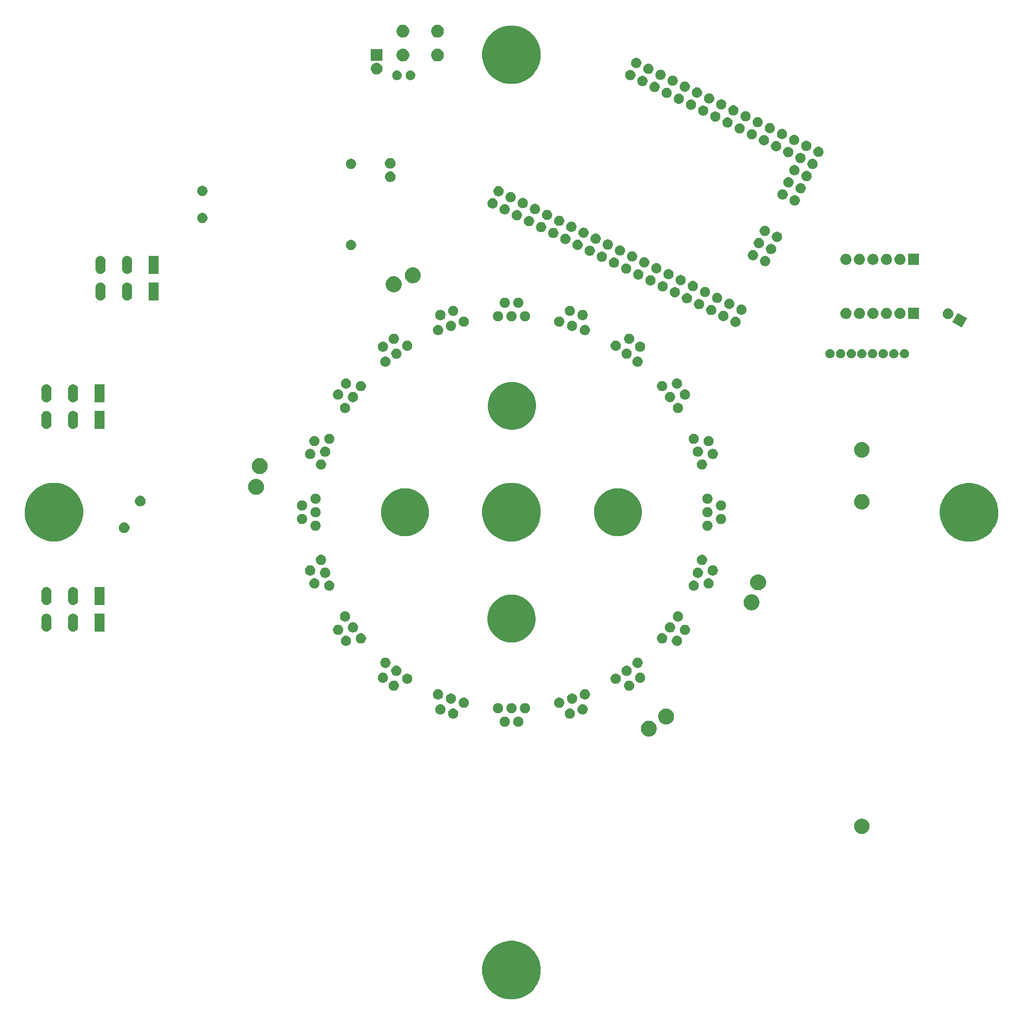
<source format=gbr>
G04 #@! TF.GenerationSoftware,KiCad,Pcbnew,(5.0.2)-1*
G04 #@! TF.CreationDate,2020-01-30T15:59:27+01:00*
G04 #@! TF.ProjectId,HB-OU-RGB-STACKFIRE,48422d4f-552d-4524-9742-2d535441434b,2.0.1*
G04 #@! TF.SameCoordinates,Original*
G04 #@! TF.FileFunction,Soldermask,Bot*
G04 #@! TF.FilePolarity,Negative*
%FSLAX46Y46*%
G04 Gerber Fmt 4.6, Leading zero omitted, Abs format (unit mm)*
G04 Created by KiCad (PCBNEW (5.0.2)-1) date 30.01.2020 15:59:27*
%MOMM*%
%LPD*%
G01*
G04 APERTURE LIST*
%ADD10C,0.100000*%
G04 APERTURE END LIST*
D10*
G36*
X174992997Y-245066681D02*
X175524291Y-245172362D01*
X176525227Y-245586963D01*
X177250611Y-246071649D01*
X177426049Y-246188873D01*
X178192127Y-246954951D01*
X178192129Y-246954954D01*
X178794037Y-247855773D01*
X179208638Y-248856709D01*
X179208638Y-248856710D01*
X179420000Y-249919296D01*
X179420000Y-251002704D01*
X179314319Y-251533997D01*
X179208638Y-252065291D01*
X178794037Y-253066227D01*
X178239086Y-253896770D01*
X178192127Y-253967049D01*
X177426049Y-254733127D01*
X177426046Y-254733129D01*
X176525227Y-255335037D01*
X175524291Y-255749638D01*
X174992997Y-255855319D01*
X174461704Y-255961000D01*
X173378296Y-255961000D01*
X172847003Y-255855319D01*
X172315709Y-255749638D01*
X171314773Y-255335037D01*
X170413954Y-254733129D01*
X170413951Y-254733127D01*
X169647873Y-253967049D01*
X169600914Y-253896770D01*
X169045963Y-253066227D01*
X168631362Y-252065291D01*
X168525681Y-251533997D01*
X168420000Y-251002704D01*
X168420000Y-249919296D01*
X168631362Y-248856710D01*
X168631362Y-248856709D01*
X169045963Y-247855773D01*
X169647871Y-246954954D01*
X169647873Y-246954951D01*
X170413951Y-246188873D01*
X170589389Y-246071649D01*
X171314773Y-245586963D01*
X172315709Y-245172362D01*
X172847003Y-245066681D01*
X173378296Y-244961000D01*
X174461704Y-244961000D01*
X174992997Y-245066681D01*
X174992997Y-245066681D01*
G37*
G36*
X240198947Y-222041722D02*
X240462833Y-222151027D01*
X240700324Y-222309713D01*
X240902287Y-222511676D01*
X241060973Y-222749167D01*
X241170278Y-223013053D01*
X241226000Y-223293186D01*
X241226000Y-223578814D01*
X241170278Y-223858947D01*
X241060973Y-224122833D01*
X240902287Y-224360324D01*
X240700324Y-224562287D01*
X240462833Y-224720973D01*
X240198947Y-224830278D01*
X239918814Y-224886000D01*
X239633186Y-224886000D01*
X239353053Y-224830278D01*
X239089167Y-224720973D01*
X238851676Y-224562287D01*
X238649713Y-224360324D01*
X238491027Y-224122833D01*
X238381722Y-223858947D01*
X238326000Y-223578814D01*
X238326000Y-223293186D01*
X238381722Y-223013053D01*
X238491027Y-222749167D01*
X238649713Y-222511676D01*
X238851676Y-222309713D01*
X239089167Y-222151027D01*
X239353053Y-222041722D01*
X239633186Y-221986000D01*
X239918814Y-221986000D01*
X240198947Y-222041722D01*
X240198947Y-222041722D01*
G37*
G36*
X200090935Y-203614429D02*
X200187534Y-203633644D01*
X200460517Y-203746717D01*
X200640158Y-203866750D01*
X200706197Y-203910876D01*
X200915124Y-204119803D01*
X200915126Y-204119806D01*
X201079283Y-204365483D01*
X201142969Y-204519234D01*
X201192356Y-204638467D01*
X201250000Y-204928261D01*
X201250000Y-205223739D01*
X201192356Y-205513533D01*
X201079284Y-205786515D01*
X200915124Y-206032197D01*
X200706197Y-206241124D01*
X200706194Y-206241126D01*
X200460517Y-206405283D01*
X200187534Y-206518356D01*
X200090935Y-206537571D01*
X199897739Y-206576000D01*
X199602261Y-206576000D01*
X199409065Y-206537571D01*
X199312466Y-206518356D01*
X199039483Y-206405283D01*
X198793806Y-206241126D01*
X198793803Y-206241124D01*
X198584876Y-206032197D01*
X198420716Y-205786515D01*
X198307644Y-205513533D01*
X198250000Y-205223739D01*
X198250000Y-204928261D01*
X198307644Y-204638467D01*
X198357032Y-204519234D01*
X198420717Y-204365483D01*
X198584874Y-204119806D01*
X198584876Y-204119803D01*
X198793803Y-203910876D01*
X198859842Y-203866750D01*
X199039483Y-203746717D01*
X199312466Y-203633644D01*
X199409065Y-203614429D01*
X199602261Y-203576000D01*
X199897739Y-203576000D01*
X200090935Y-203614429D01*
X200090935Y-203614429D01*
G37*
G36*
X172936603Y-202846968D02*
X172936606Y-202846969D01*
X172936605Y-202846969D01*
X173111678Y-202919486D01*
X173111679Y-202919487D01*
X173269241Y-203024767D01*
X173403233Y-203158759D01*
X173405785Y-203162579D01*
X173508514Y-203316322D01*
X173564603Y-203451734D01*
X173581032Y-203491397D01*
X173618000Y-203677250D01*
X173618000Y-203866750D01*
X173581032Y-204052603D01*
X173581031Y-204052605D01*
X173508514Y-204227678D01*
X173508513Y-204227679D01*
X173403233Y-204385241D01*
X173269241Y-204519233D01*
X173189923Y-204572232D01*
X173111678Y-204624514D01*
X172976266Y-204680603D01*
X172936603Y-204697032D01*
X172750750Y-204734000D01*
X172561250Y-204734000D01*
X172375397Y-204697032D01*
X172335734Y-204680603D01*
X172200322Y-204624514D01*
X172122077Y-204572232D01*
X172042759Y-204519233D01*
X171908767Y-204385241D01*
X171803487Y-204227679D01*
X171803486Y-204227678D01*
X171730969Y-204052605D01*
X171730968Y-204052603D01*
X171694000Y-203866750D01*
X171694000Y-203677250D01*
X171730968Y-203491397D01*
X171747397Y-203451734D01*
X171803486Y-203316322D01*
X171906215Y-203162579D01*
X171908767Y-203158759D01*
X172042759Y-203024767D01*
X172200321Y-202919487D01*
X172200322Y-202919486D01*
X172375395Y-202846969D01*
X172375394Y-202846969D01*
X172375397Y-202846968D01*
X172561250Y-202810000D01*
X172750750Y-202810000D01*
X172936603Y-202846968D01*
X172936603Y-202846968D01*
G37*
G36*
X175476603Y-202846968D02*
X175476606Y-202846969D01*
X175476605Y-202846969D01*
X175651678Y-202919486D01*
X175651679Y-202919487D01*
X175809241Y-203024767D01*
X175943233Y-203158759D01*
X175945785Y-203162579D01*
X176048514Y-203316322D01*
X176104603Y-203451734D01*
X176121032Y-203491397D01*
X176158000Y-203677250D01*
X176158000Y-203866750D01*
X176121032Y-204052603D01*
X176121031Y-204052605D01*
X176048514Y-204227678D01*
X176048513Y-204227679D01*
X175943233Y-204385241D01*
X175809241Y-204519233D01*
X175729923Y-204572232D01*
X175651678Y-204624514D01*
X175516266Y-204680603D01*
X175476603Y-204697032D01*
X175290750Y-204734000D01*
X175101250Y-204734000D01*
X174915397Y-204697032D01*
X174875734Y-204680603D01*
X174740322Y-204624514D01*
X174662077Y-204572232D01*
X174582759Y-204519233D01*
X174448767Y-204385241D01*
X174343487Y-204227679D01*
X174343486Y-204227678D01*
X174270969Y-204052605D01*
X174270968Y-204052603D01*
X174234000Y-203866750D01*
X174234000Y-203677250D01*
X174270968Y-203491397D01*
X174287397Y-203451734D01*
X174343486Y-203316322D01*
X174446215Y-203162579D01*
X174448767Y-203158759D01*
X174582759Y-203024767D01*
X174740321Y-202919487D01*
X174740322Y-202919486D01*
X174915395Y-202846969D01*
X174915394Y-202846969D01*
X174915397Y-202846968D01*
X175101250Y-202810000D01*
X175290750Y-202810000D01*
X175476603Y-202846968D01*
X175476603Y-202846968D01*
G37*
G36*
X203334777Y-201343066D02*
X203431376Y-201362281D01*
X203704359Y-201475354D01*
X203812171Y-201547392D01*
X203950039Y-201639513D01*
X204158966Y-201848440D01*
X204158968Y-201848443D01*
X204323125Y-202094120D01*
X204421781Y-202332296D01*
X204436198Y-202367104D01*
X204493842Y-202656898D01*
X204493842Y-202952376D01*
X204455413Y-203145572D01*
X204436198Y-203242171D01*
X204356244Y-203435197D01*
X204323126Y-203515152D01*
X204158966Y-203760834D01*
X203950039Y-203969761D01*
X203950036Y-203969763D01*
X203704359Y-204133920D01*
X203431376Y-204246993D01*
X203334777Y-204266208D01*
X203141581Y-204304637D01*
X202846103Y-204304637D01*
X202652907Y-204266208D01*
X202556308Y-204246993D01*
X202283325Y-204133920D01*
X202037648Y-203969763D01*
X202037645Y-203969761D01*
X201828718Y-203760834D01*
X201664558Y-203515152D01*
X201631440Y-203435197D01*
X201551486Y-203242171D01*
X201532271Y-203145572D01*
X201493842Y-202952376D01*
X201493842Y-202656898D01*
X201551486Y-202367104D01*
X201565904Y-202332296D01*
X201664559Y-202094120D01*
X201828716Y-201848443D01*
X201828718Y-201848440D01*
X202037645Y-201639513D01*
X202175513Y-201547392D01*
X202283325Y-201475354D01*
X202556308Y-201362281D01*
X202652907Y-201343066D01*
X202846103Y-201304637D01*
X203141581Y-201304637D01*
X203334777Y-201343066D01*
X203334777Y-201343066D01*
G37*
G36*
X163248446Y-201312515D02*
X163248449Y-201312516D01*
X163248448Y-201312516D01*
X163423521Y-201385033D01*
X163423522Y-201385034D01*
X163581084Y-201490314D01*
X163715076Y-201624306D01*
X163725237Y-201639513D01*
X163820357Y-201781869D01*
X163872735Y-201908321D01*
X163892875Y-201956944D01*
X163929843Y-202142797D01*
X163929843Y-202332297D01*
X163892875Y-202518150D01*
X163892874Y-202518152D01*
X163820357Y-202693225D01*
X163820356Y-202693226D01*
X163715076Y-202850788D01*
X163581084Y-202984780D01*
X163521241Y-203024766D01*
X163423521Y-203090061D01*
X163288109Y-203146150D01*
X163248446Y-203162579D01*
X163062593Y-203199547D01*
X162873093Y-203199547D01*
X162687240Y-203162579D01*
X162647577Y-203146150D01*
X162512165Y-203090061D01*
X162414445Y-203024766D01*
X162354602Y-202984780D01*
X162220610Y-202850788D01*
X162115330Y-202693226D01*
X162115329Y-202693225D01*
X162042812Y-202518152D01*
X162042811Y-202518150D01*
X162005843Y-202332297D01*
X162005843Y-202142797D01*
X162042811Y-201956944D01*
X162062951Y-201908321D01*
X162115329Y-201781869D01*
X162210449Y-201639513D01*
X162220610Y-201624306D01*
X162354602Y-201490314D01*
X162512164Y-201385034D01*
X162512165Y-201385033D01*
X162687238Y-201312516D01*
X162687237Y-201312516D01*
X162687240Y-201312515D01*
X162873093Y-201275547D01*
X163062593Y-201275547D01*
X163248446Y-201312515D01*
X163248446Y-201312515D01*
G37*
G36*
X185164760Y-201312515D02*
X185164763Y-201312516D01*
X185164762Y-201312516D01*
X185339835Y-201385033D01*
X185339836Y-201385034D01*
X185497398Y-201490314D01*
X185631390Y-201624306D01*
X185641551Y-201639513D01*
X185736671Y-201781869D01*
X185789049Y-201908321D01*
X185809189Y-201956944D01*
X185846157Y-202142797D01*
X185846157Y-202332297D01*
X185809189Y-202518150D01*
X185809188Y-202518152D01*
X185736671Y-202693225D01*
X185736670Y-202693226D01*
X185631390Y-202850788D01*
X185497398Y-202984780D01*
X185437555Y-203024766D01*
X185339835Y-203090061D01*
X185204423Y-203146150D01*
X185164760Y-203162579D01*
X184978907Y-203199547D01*
X184789407Y-203199547D01*
X184603554Y-203162579D01*
X184563891Y-203146150D01*
X184428479Y-203090061D01*
X184330759Y-203024766D01*
X184270916Y-202984780D01*
X184136924Y-202850788D01*
X184031644Y-202693226D01*
X184031643Y-202693225D01*
X183959126Y-202518152D01*
X183959125Y-202518150D01*
X183922157Y-202332297D01*
X183922157Y-202142797D01*
X183959125Y-201956944D01*
X183979265Y-201908321D01*
X184031643Y-201781869D01*
X184126763Y-201639513D01*
X184136924Y-201624306D01*
X184270916Y-201490314D01*
X184428478Y-201385034D01*
X184428479Y-201385033D01*
X184603552Y-201312516D01*
X184603551Y-201312516D01*
X184603554Y-201312515D01*
X184789407Y-201275547D01*
X184978907Y-201275547D01*
X185164760Y-201312515D01*
X185164760Y-201312515D01*
G37*
G36*
X160832762Y-200527611D02*
X160832765Y-200527612D01*
X160832764Y-200527612D01*
X161007837Y-200600129D01*
X161007838Y-200600130D01*
X161165400Y-200705410D01*
X161299392Y-200839402D01*
X161299393Y-200839404D01*
X161404673Y-200996965D01*
X161433611Y-201066828D01*
X161477191Y-201172040D01*
X161514159Y-201357893D01*
X161514159Y-201547393D01*
X161477191Y-201733246D01*
X161477190Y-201733248D01*
X161404673Y-201908321D01*
X161404672Y-201908322D01*
X161299392Y-202065884D01*
X161165400Y-202199876D01*
X161086082Y-202252875D01*
X161007837Y-202305157D01*
X160872425Y-202361246D01*
X160832762Y-202377675D01*
X160646909Y-202414643D01*
X160457409Y-202414643D01*
X160271556Y-202377675D01*
X160231893Y-202361246D01*
X160096481Y-202305157D01*
X160018236Y-202252875D01*
X159938918Y-202199876D01*
X159804926Y-202065884D01*
X159699646Y-201908322D01*
X159699645Y-201908321D01*
X159627128Y-201733248D01*
X159627127Y-201733246D01*
X159590159Y-201547393D01*
X159590159Y-201357893D01*
X159627127Y-201172040D01*
X159670707Y-201066828D01*
X159699645Y-200996965D01*
X159804925Y-200839404D01*
X159804926Y-200839402D01*
X159938918Y-200705410D01*
X160096480Y-200600130D01*
X160096481Y-200600129D01*
X160271554Y-200527612D01*
X160271553Y-200527612D01*
X160271556Y-200527611D01*
X160457409Y-200490643D01*
X160646909Y-200490643D01*
X160832762Y-200527611D01*
X160832762Y-200527611D01*
G37*
G36*
X187580444Y-200527611D02*
X187580447Y-200527612D01*
X187580446Y-200527612D01*
X187755519Y-200600129D01*
X187755520Y-200600130D01*
X187913082Y-200705410D01*
X188047074Y-200839402D01*
X188047075Y-200839404D01*
X188152355Y-200996965D01*
X188181293Y-201066828D01*
X188224873Y-201172040D01*
X188261841Y-201357893D01*
X188261841Y-201547393D01*
X188224873Y-201733246D01*
X188224872Y-201733248D01*
X188152355Y-201908321D01*
X188152354Y-201908322D01*
X188047074Y-202065884D01*
X187913082Y-202199876D01*
X187833764Y-202252875D01*
X187755519Y-202305157D01*
X187620107Y-202361246D01*
X187580444Y-202377675D01*
X187394591Y-202414643D01*
X187205091Y-202414643D01*
X187019238Y-202377675D01*
X186979575Y-202361246D01*
X186844163Y-202305157D01*
X186765918Y-202252875D01*
X186686600Y-202199876D01*
X186552608Y-202065884D01*
X186447328Y-201908322D01*
X186447327Y-201908321D01*
X186374810Y-201733248D01*
X186374809Y-201733246D01*
X186337841Y-201547393D01*
X186337841Y-201357893D01*
X186374809Y-201172040D01*
X186418389Y-201066828D01*
X186447327Y-200996965D01*
X186552607Y-200839404D01*
X186552608Y-200839402D01*
X186686600Y-200705410D01*
X186844162Y-200600130D01*
X186844163Y-200600129D01*
X187019236Y-200527612D01*
X187019235Y-200527612D01*
X187019238Y-200527611D01*
X187205091Y-200490643D01*
X187394591Y-200490643D01*
X187580444Y-200527611D01*
X187580444Y-200527611D01*
G37*
G36*
X176746603Y-200306968D02*
X176786266Y-200323397D01*
X176921678Y-200379486D01*
X176999923Y-200431768D01*
X177079241Y-200484767D01*
X177213233Y-200618759D01*
X177247467Y-200669994D01*
X177318514Y-200776322D01*
X177344642Y-200839402D01*
X177391032Y-200951397D01*
X177428000Y-201137250D01*
X177428000Y-201326750D01*
X177391032Y-201512603D01*
X177391031Y-201512605D01*
X177318514Y-201687678D01*
X177318513Y-201687679D01*
X177213233Y-201845241D01*
X177079241Y-201979233D01*
X176999923Y-202032232D01*
X176921678Y-202084514D01*
X176786266Y-202140603D01*
X176746603Y-202157032D01*
X176560750Y-202194000D01*
X176371250Y-202194000D01*
X176185397Y-202157032D01*
X176145734Y-202140603D01*
X176010322Y-202084514D01*
X175932077Y-202032232D01*
X175852759Y-201979233D01*
X175718767Y-201845241D01*
X175613487Y-201687679D01*
X175613486Y-201687678D01*
X175540969Y-201512605D01*
X175540968Y-201512603D01*
X175504000Y-201326750D01*
X175504000Y-201137250D01*
X175540968Y-200951397D01*
X175587358Y-200839402D01*
X175613486Y-200776322D01*
X175684533Y-200669994D01*
X175718767Y-200618759D01*
X175852759Y-200484767D01*
X175932077Y-200431768D01*
X176010322Y-200379486D01*
X176145734Y-200323397D01*
X176185397Y-200306968D01*
X176371250Y-200270000D01*
X176560750Y-200270000D01*
X176746603Y-200306968D01*
X176746603Y-200306968D01*
G37*
G36*
X174206603Y-200306968D02*
X174246266Y-200323397D01*
X174381678Y-200379486D01*
X174459923Y-200431768D01*
X174539241Y-200484767D01*
X174673233Y-200618759D01*
X174707467Y-200669994D01*
X174778514Y-200776322D01*
X174804642Y-200839402D01*
X174851032Y-200951397D01*
X174888000Y-201137250D01*
X174888000Y-201326750D01*
X174851032Y-201512603D01*
X174851031Y-201512605D01*
X174778514Y-201687678D01*
X174778513Y-201687679D01*
X174673233Y-201845241D01*
X174539241Y-201979233D01*
X174459923Y-202032232D01*
X174381678Y-202084514D01*
X174246266Y-202140603D01*
X174206603Y-202157032D01*
X174020750Y-202194000D01*
X173831250Y-202194000D01*
X173645397Y-202157032D01*
X173605734Y-202140603D01*
X173470322Y-202084514D01*
X173392077Y-202032232D01*
X173312759Y-201979233D01*
X173178767Y-201845241D01*
X173073487Y-201687679D01*
X173073486Y-201687678D01*
X173000969Y-201512605D01*
X173000968Y-201512603D01*
X172964000Y-201326750D01*
X172964000Y-201137250D01*
X173000968Y-200951397D01*
X173047358Y-200839402D01*
X173073486Y-200776322D01*
X173144533Y-200669994D01*
X173178767Y-200618759D01*
X173312759Y-200484767D01*
X173392077Y-200431768D01*
X173470322Y-200379486D01*
X173605734Y-200323397D01*
X173645397Y-200306968D01*
X173831250Y-200270000D01*
X174020750Y-200270000D01*
X174206603Y-200306968D01*
X174206603Y-200306968D01*
G37*
G36*
X171666603Y-200306968D02*
X171706266Y-200323397D01*
X171841678Y-200379486D01*
X171919923Y-200431768D01*
X171999241Y-200484767D01*
X172133233Y-200618759D01*
X172167467Y-200669994D01*
X172238514Y-200776322D01*
X172264642Y-200839402D01*
X172311032Y-200951397D01*
X172348000Y-201137250D01*
X172348000Y-201326750D01*
X172311032Y-201512603D01*
X172311031Y-201512605D01*
X172238514Y-201687678D01*
X172238513Y-201687679D01*
X172133233Y-201845241D01*
X171999241Y-201979233D01*
X171919923Y-202032232D01*
X171841678Y-202084514D01*
X171706266Y-202140603D01*
X171666603Y-202157032D01*
X171480750Y-202194000D01*
X171291250Y-202194000D01*
X171105397Y-202157032D01*
X171065734Y-202140603D01*
X170930322Y-202084514D01*
X170852077Y-202032232D01*
X170772759Y-201979233D01*
X170638767Y-201845241D01*
X170533487Y-201687679D01*
X170533486Y-201687678D01*
X170460969Y-201512605D01*
X170460968Y-201512603D01*
X170424000Y-201326750D01*
X170424000Y-201137250D01*
X170460968Y-200951397D01*
X170507358Y-200839402D01*
X170533486Y-200776322D01*
X170604533Y-200669994D01*
X170638767Y-200618759D01*
X170772759Y-200484767D01*
X170852077Y-200431768D01*
X170930322Y-200379486D01*
X171065734Y-200323397D01*
X171105397Y-200306968D01*
X171291250Y-200270000D01*
X171480750Y-200270000D01*
X171666603Y-200306968D01*
X171666603Y-200306968D01*
G37*
G36*
X165241191Y-199289283D02*
X165241194Y-199289284D01*
X165241193Y-199289284D01*
X165416266Y-199361801D01*
X165416267Y-199361802D01*
X165573829Y-199467082D01*
X165707821Y-199601074D01*
X165707822Y-199601076D01*
X165813102Y-199758637D01*
X165865480Y-199885089D01*
X165885620Y-199933712D01*
X165922588Y-200119565D01*
X165922588Y-200309065D01*
X165885620Y-200494918D01*
X165885619Y-200494920D01*
X165813102Y-200669993D01*
X165789437Y-200705410D01*
X165707821Y-200827556D01*
X165573829Y-200961548D01*
X165520825Y-200996964D01*
X165416266Y-201066829D01*
X165280854Y-201122918D01*
X165241191Y-201139347D01*
X165055338Y-201176315D01*
X164865838Y-201176315D01*
X164679985Y-201139347D01*
X164640322Y-201122918D01*
X164504910Y-201066829D01*
X164400351Y-200996964D01*
X164347347Y-200961548D01*
X164213355Y-200827556D01*
X164131739Y-200705410D01*
X164108074Y-200669993D01*
X164035557Y-200494920D01*
X164035556Y-200494918D01*
X163998588Y-200309065D01*
X163998588Y-200119565D01*
X164035556Y-199933712D01*
X164055696Y-199885089D01*
X164108074Y-199758637D01*
X164213354Y-199601076D01*
X164213355Y-199601074D01*
X164347347Y-199467082D01*
X164504909Y-199361802D01*
X164504910Y-199361801D01*
X164679983Y-199289284D01*
X164679982Y-199289284D01*
X164679985Y-199289283D01*
X164865838Y-199252315D01*
X165055338Y-199252315D01*
X165241191Y-199289283D01*
X165241191Y-199289283D01*
G37*
G36*
X183172015Y-199289283D02*
X183172018Y-199289284D01*
X183172017Y-199289284D01*
X183347090Y-199361801D01*
X183347091Y-199361802D01*
X183504653Y-199467082D01*
X183638645Y-199601074D01*
X183638646Y-199601076D01*
X183743926Y-199758637D01*
X183796304Y-199885089D01*
X183816444Y-199933712D01*
X183853412Y-200119565D01*
X183853412Y-200309065D01*
X183816444Y-200494918D01*
X183816443Y-200494920D01*
X183743926Y-200669993D01*
X183720261Y-200705410D01*
X183638645Y-200827556D01*
X183504653Y-200961548D01*
X183451649Y-200996964D01*
X183347090Y-201066829D01*
X183211678Y-201122918D01*
X183172015Y-201139347D01*
X182986162Y-201176315D01*
X182796662Y-201176315D01*
X182610809Y-201139347D01*
X182571146Y-201122918D01*
X182435734Y-201066829D01*
X182331175Y-200996964D01*
X182278171Y-200961548D01*
X182144179Y-200827556D01*
X182062563Y-200705410D01*
X182038898Y-200669993D01*
X181966381Y-200494920D01*
X181966380Y-200494918D01*
X181929412Y-200309065D01*
X181929412Y-200119565D01*
X181966380Y-199933712D01*
X181986520Y-199885089D01*
X182038898Y-199758637D01*
X182144178Y-199601076D01*
X182144179Y-199601074D01*
X182278171Y-199467082D01*
X182435733Y-199361802D01*
X182435734Y-199361801D01*
X182610807Y-199289284D01*
X182610806Y-199289284D01*
X182610809Y-199289283D01*
X182796662Y-199252315D01*
X182986162Y-199252315D01*
X183172015Y-199289283D01*
X183172015Y-199289283D01*
G37*
G36*
X162825507Y-198504379D02*
X162825510Y-198504380D01*
X162825509Y-198504380D01*
X163000582Y-198576897D01*
X163000583Y-198576898D01*
X163158145Y-198682178D01*
X163292137Y-198816170D01*
X163292138Y-198816172D01*
X163397418Y-198973733D01*
X163453507Y-199109145D01*
X163469936Y-199148808D01*
X163506904Y-199334661D01*
X163506904Y-199524161D01*
X163469936Y-199710014D01*
X163469935Y-199710016D01*
X163397418Y-199885089D01*
X163397417Y-199885090D01*
X163292137Y-200042652D01*
X163158145Y-200176644D01*
X163078827Y-200229643D01*
X163000582Y-200281925D01*
X162865170Y-200338014D01*
X162825507Y-200354443D01*
X162639654Y-200391411D01*
X162450154Y-200391411D01*
X162264301Y-200354443D01*
X162224638Y-200338014D01*
X162089226Y-200281925D01*
X162010981Y-200229643D01*
X161931663Y-200176644D01*
X161797671Y-200042652D01*
X161692391Y-199885090D01*
X161692390Y-199885089D01*
X161619873Y-199710016D01*
X161619872Y-199710014D01*
X161582904Y-199524161D01*
X161582904Y-199334661D01*
X161619872Y-199148808D01*
X161636301Y-199109145D01*
X161692390Y-198973733D01*
X161797670Y-198816172D01*
X161797671Y-198816170D01*
X161931663Y-198682178D01*
X162089225Y-198576898D01*
X162089226Y-198576897D01*
X162264299Y-198504380D01*
X162264298Y-198504380D01*
X162264301Y-198504379D01*
X162450154Y-198467411D01*
X162639654Y-198467411D01*
X162825507Y-198504379D01*
X162825507Y-198504379D01*
G37*
G36*
X185587699Y-198504379D02*
X185587702Y-198504380D01*
X185587701Y-198504380D01*
X185762774Y-198576897D01*
X185762775Y-198576898D01*
X185920337Y-198682178D01*
X186054329Y-198816170D01*
X186054330Y-198816172D01*
X186159610Y-198973733D01*
X186215699Y-199109145D01*
X186232128Y-199148808D01*
X186269096Y-199334661D01*
X186269096Y-199524161D01*
X186232128Y-199710014D01*
X186232127Y-199710016D01*
X186159610Y-199885089D01*
X186159609Y-199885090D01*
X186054329Y-200042652D01*
X185920337Y-200176644D01*
X185841019Y-200229643D01*
X185762774Y-200281925D01*
X185627362Y-200338014D01*
X185587699Y-200354443D01*
X185401846Y-200391411D01*
X185212346Y-200391411D01*
X185026493Y-200354443D01*
X184986830Y-200338014D01*
X184851418Y-200281925D01*
X184773173Y-200229643D01*
X184693855Y-200176644D01*
X184559863Y-200042652D01*
X184454583Y-199885090D01*
X184454582Y-199885089D01*
X184382065Y-199710016D01*
X184382064Y-199710014D01*
X184345096Y-199524161D01*
X184345096Y-199334661D01*
X184382064Y-199148808D01*
X184398493Y-199109145D01*
X184454582Y-198973733D01*
X184559862Y-198816172D01*
X184559863Y-198816170D01*
X184693855Y-198682178D01*
X184851417Y-198576898D01*
X184851418Y-198576897D01*
X185026491Y-198504380D01*
X185026490Y-198504380D01*
X185026493Y-198504379D01*
X185212346Y-198467411D01*
X185401846Y-198467411D01*
X185587699Y-198504379D01*
X185587699Y-198504379D01*
G37*
G36*
X188003382Y-197719476D02*
X188003385Y-197719477D01*
X188003384Y-197719477D01*
X188178457Y-197791994D01*
X188178458Y-197791995D01*
X188336020Y-197897275D01*
X188470012Y-198031267D01*
X188470013Y-198031269D01*
X188575293Y-198188830D01*
X188631382Y-198324242D01*
X188647811Y-198363905D01*
X188684779Y-198549758D01*
X188684779Y-198739258D01*
X188647811Y-198925111D01*
X188647810Y-198925113D01*
X188575293Y-199100186D01*
X188575292Y-199100187D01*
X188470012Y-199257749D01*
X188336020Y-199391741D01*
X188256702Y-199444740D01*
X188178457Y-199497022D01*
X188043045Y-199553111D01*
X188003382Y-199569540D01*
X187817529Y-199606508D01*
X187628029Y-199606508D01*
X187442176Y-199569540D01*
X187402513Y-199553111D01*
X187267101Y-199497022D01*
X187188856Y-199444740D01*
X187109538Y-199391741D01*
X186975546Y-199257749D01*
X186870266Y-199100187D01*
X186870265Y-199100186D01*
X186797748Y-198925113D01*
X186797747Y-198925111D01*
X186760779Y-198739258D01*
X186760779Y-198549758D01*
X186797747Y-198363905D01*
X186814176Y-198324242D01*
X186870265Y-198188830D01*
X186975545Y-198031269D01*
X186975546Y-198031267D01*
X187109538Y-197897275D01*
X187267100Y-197791995D01*
X187267101Y-197791994D01*
X187442174Y-197719477D01*
X187442173Y-197719477D01*
X187442176Y-197719476D01*
X187628029Y-197682508D01*
X187817529Y-197682508D01*
X188003382Y-197719476D01*
X188003382Y-197719476D01*
G37*
G36*
X160409824Y-197719476D02*
X160409827Y-197719477D01*
X160409826Y-197719477D01*
X160584899Y-197791994D01*
X160584900Y-197791995D01*
X160742462Y-197897275D01*
X160876454Y-198031267D01*
X160876455Y-198031269D01*
X160981735Y-198188830D01*
X161037824Y-198324242D01*
X161054253Y-198363905D01*
X161091221Y-198549758D01*
X161091221Y-198739258D01*
X161054253Y-198925111D01*
X161054252Y-198925113D01*
X160981735Y-199100186D01*
X160981734Y-199100187D01*
X160876454Y-199257749D01*
X160742462Y-199391741D01*
X160663144Y-199444740D01*
X160584899Y-199497022D01*
X160449487Y-199553111D01*
X160409824Y-199569540D01*
X160223971Y-199606508D01*
X160034471Y-199606508D01*
X159848618Y-199569540D01*
X159808955Y-199553111D01*
X159673543Y-199497022D01*
X159595298Y-199444740D01*
X159515980Y-199391741D01*
X159381988Y-199257749D01*
X159276708Y-199100187D01*
X159276707Y-199100186D01*
X159204190Y-198925113D01*
X159204189Y-198925111D01*
X159167221Y-198739258D01*
X159167221Y-198549758D01*
X159204189Y-198363905D01*
X159220618Y-198324242D01*
X159276707Y-198188830D01*
X159381987Y-198031269D01*
X159381988Y-198031267D01*
X159515980Y-197897275D01*
X159673542Y-197791995D01*
X159673543Y-197791994D01*
X159848616Y-197719477D01*
X159848615Y-197719477D01*
X159848618Y-197719476D01*
X160034471Y-197682508D01*
X160223971Y-197682508D01*
X160409824Y-197719476D01*
X160409824Y-197719476D01*
G37*
G36*
X152092949Y-196074454D02*
X152092952Y-196074455D01*
X152092951Y-196074455D01*
X152268024Y-196146972D01*
X152268025Y-196146973D01*
X152425587Y-196252253D01*
X152559579Y-196386245D01*
X152559580Y-196386247D01*
X152664860Y-196543808D01*
X152694804Y-196616101D01*
X152737378Y-196718883D01*
X152774346Y-196904736D01*
X152774346Y-197094236D01*
X152737378Y-197280089D01*
X152737377Y-197280091D01*
X152664860Y-197455164D01*
X152664859Y-197455165D01*
X152559579Y-197612727D01*
X152425587Y-197746719D01*
X152357828Y-197791994D01*
X152268024Y-197852000D01*
X152132612Y-197908089D01*
X152092949Y-197924518D01*
X151907096Y-197961486D01*
X151717596Y-197961486D01*
X151531743Y-197924518D01*
X151492080Y-197908089D01*
X151356668Y-197852000D01*
X151266864Y-197791994D01*
X151199105Y-197746719D01*
X151065113Y-197612727D01*
X150959833Y-197455165D01*
X150959832Y-197455164D01*
X150887315Y-197280091D01*
X150887314Y-197280089D01*
X150850346Y-197094236D01*
X150850346Y-196904736D01*
X150887314Y-196718883D01*
X150929888Y-196616101D01*
X150959832Y-196543808D01*
X151065112Y-196386247D01*
X151065113Y-196386245D01*
X151199105Y-196252253D01*
X151356667Y-196146973D01*
X151356668Y-196146972D01*
X151531741Y-196074455D01*
X151531740Y-196074455D01*
X151531743Y-196074454D01*
X151717596Y-196037486D01*
X151907096Y-196037486D01*
X152092949Y-196074454D01*
X152092949Y-196074454D01*
G37*
G36*
X196320257Y-196074454D02*
X196320260Y-196074455D01*
X196320259Y-196074455D01*
X196495332Y-196146972D01*
X196495333Y-196146973D01*
X196652895Y-196252253D01*
X196786887Y-196386245D01*
X196786888Y-196386247D01*
X196892168Y-196543808D01*
X196922112Y-196616101D01*
X196964686Y-196718883D01*
X197001654Y-196904736D01*
X197001654Y-197094236D01*
X196964686Y-197280089D01*
X196964685Y-197280091D01*
X196892168Y-197455164D01*
X196892167Y-197455165D01*
X196786887Y-197612727D01*
X196652895Y-197746719D01*
X196585136Y-197791994D01*
X196495332Y-197852000D01*
X196359920Y-197908089D01*
X196320257Y-197924518D01*
X196134404Y-197961486D01*
X195944904Y-197961486D01*
X195759051Y-197924518D01*
X195719388Y-197908089D01*
X195583976Y-197852000D01*
X195494172Y-197791994D01*
X195426413Y-197746719D01*
X195292421Y-197612727D01*
X195187141Y-197455165D01*
X195187140Y-197455164D01*
X195114623Y-197280091D01*
X195114622Y-197280089D01*
X195077654Y-197094236D01*
X195077654Y-196904736D01*
X195114622Y-196718883D01*
X195157196Y-196616101D01*
X195187140Y-196543808D01*
X195292420Y-196386247D01*
X195292421Y-196386245D01*
X195426413Y-196252253D01*
X195583975Y-196146973D01*
X195583976Y-196146972D01*
X195759049Y-196074455D01*
X195759048Y-196074455D01*
X195759051Y-196074454D01*
X195944904Y-196037486D01*
X196134404Y-196037486D01*
X196320257Y-196074454D01*
X196320257Y-196074454D01*
G37*
G36*
X193799831Y-194766038D02*
X193799834Y-194766039D01*
X193799833Y-194766039D01*
X193974906Y-194838556D01*
X193974907Y-194838557D01*
X194132469Y-194943837D01*
X194266461Y-195077829D01*
X194266462Y-195077831D01*
X194371742Y-195235392D01*
X194427831Y-195370804D01*
X194444260Y-195410467D01*
X194481228Y-195596320D01*
X194481228Y-195785820D01*
X194444260Y-195971673D01*
X194444259Y-195971675D01*
X194371742Y-196146748D01*
X194319460Y-196224993D01*
X194266461Y-196304311D01*
X194132469Y-196438303D01*
X194087258Y-196468512D01*
X193974906Y-196543584D01*
X193839494Y-196599673D01*
X193799831Y-196616102D01*
X193613978Y-196653070D01*
X193424478Y-196653070D01*
X193238625Y-196616102D01*
X193198962Y-196599673D01*
X193063550Y-196543584D01*
X192951198Y-196468512D01*
X192905987Y-196438303D01*
X192771995Y-196304311D01*
X192718996Y-196224993D01*
X192666714Y-196146748D01*
X192594197Y-195971675D01*
X192594196Y-195971673D01*
X192557228Y-195785820D01*
X192557228Y-195596320D01*
X192594196Y-195410467D01*
X192610625Y-195370804D01*
X192666714Y-195235392D01*
X192771994Y-195077831D01*
X192771995Y-195077829D01*
X192905987Y-194943837D01*
X193063549Y-194838557D01*
X193063550Y-194838556D01*
X193238623Y-194766039D01*
X193238622Y-194766039D01*
X193238625Y-194766038D01*
X193424478Y-194729070D01*
X193613978Y-194729070D01*
X193799831Y-194766038D01*
X193799831Y-194766038D01*
G37*
G36*
X154613375Y-194766038D02*
X154613378Y-194766039D01*
X154613377Y-194766039D01*
X154788450Y-194838556D01*
X154788451Y-194838557D01*
X154946013Y-194943837D01*
X155080005Y-195077829D01*
X155080006Y-195077831D01*
X155185286Y-195235392D01*
X155241375Y-195370804D01*
X155257804Y-195410467D01*
X155294772Y-195596320D01*
X155294772Y-195785820D01*
X155257804Y-195971673D01*
X155257803Y-195971675D01*
X155185286Y-196146748D01*
X155133004Y-196224993D01*
X155080005Y-196304311D01*
X154946013Y-196438303D01*
X154900802Y-196468512D01*
X154788450Y-196543584D01*
X154653038Y-196599673D01*
X154613375Y-196616102D01*
X154427522Y-196653070D01*
X154238022Y-196653070D01*
X154052169Y-196616102D01*
X154012506Y-196599673D01*
X153877094Y-196543584D01*
X153764742Y-196468512D01*
X153719531Y-196438303D01*
X153585539Y-196304311D01*
X153532540Y-196224993D01*
X153480258Y-196146748D01*
X153407741Y-195971675D01*
X153407740Y-195971673D01*
X153370772Y-195785820D01*
X153370772Y-195596320D01*
X153407740Y-195410467D01*
X153424169Y-195370804D01*
X153480258Y-195235392D01*
X153585538Y-195077831D01*
X153585539Y-195077829D01*
X153719531Y-194943837D01*
X153877093Y-194838557D01*
X153877094Y-194838556D01*
X154052167Y-194766039D01*
X154052166Y-194766039D01*
X154052169Y-194766038D01*
X154238022Y-194729070D01*
X154427522Y-194729070D01*
X154613375Y-194766038D01*
X154613375Y-194766038D01*
G37*
G36*
X198375160Y-194581480D02*
X198375163Y-194581481D01*
X198375162Y-194581481D01*
X198550235Y-194653998D01*
X198550236Y-194653999D01*
X198707798Y-194759279D01*
X198841790Y-194893271D01*
X198875577Y-194943837D01*
X198947071Y-195050834D01*
X198958253Y-195077831D01*
X199019589Y-195225909D01*
X199056557Y-195411762D01*
X199056557Y-195601262D01*
X199019589Y-195787115D01*
X199019588Y-195787117D01*
X198947071Y-195962190D01*
X198940733Y-195971675D01*
X198841790Y-196119753D01*
X198707798Y-196253745D01*
X198632124Y-196304309D01*
X198550235Y-196359026D01*
X198414823Y-196415115D01*
X198375160Y-196431544D01*
X198189307Y-196468512D01*
X197999807Y-196468512D01*
X197813954Y-196431544D01*
X197774291Y-196415115D01*
X197638879Y-196359026D01*
X197556990Y-196304309D01*
X197481316Y-196253745D01*
X197347324Y-196119753D01*
X197248381Y-195971675D01*
X197242043Y-195962190D01*
X197169526Y-195787117D01*
X197169525Y-195787115D01*
X197132557Y-195601262D01*
X197132557Y-195411762D01*
X197169525Y-195225909D01*
X197230861Y-195077831D01*
X197242043Y-195050834D01*
X197313537Y-194943837D01*
X197347324Y-194893271D01*
X197481316Y-194759279D01*
X197638878Y-194653999D01*
X197638879Y-194653998D01*
X197813952Y-194581481D01*
X197813951Y-194581481D01*
X197813954Y-194581480D01*
X197999807Y-194544512D01*
X198189307Y-194544512D01*
X198375160Y-194581480D01*
X198375160Y-194581480D01*
G37*
G36*
X150038046Y-194581480D02*
X150038049Y-194581481D01*
X150038048Y-194581481D01*
X150213121Y-194653998D01*
X150213122Y-194653999D01*
X150370684Y-194759279D01*
X150504676Y-194893271D01*
X150538463Y-194943837D01*
X150609957Y-195050834D01*
X150621139Y-195077831D01*
X150682475Y-195225909D01*
X150719443Y-195411762D01*
X150719443Y-195601262D01*
X150682475Y-195787115D01*
X150682474Y-195787117D01*
X150609957Y-195962190D01*
X150603619Y-195971675D01*
X150504676Y-196119753D01*
X150370684Y-196253745D01*
X150295010Y-196304309D01*
X150213121Y-196359026D01*
X150077709Y-196415115D01*
X150038046Y-196431544D01*
X149852193Y-196468512D01*
X149662693Y-196468512D01*
X149476840Y-196431544D01*
X149437177Y-196415115D01*
X149301765Y-196359026D01*
X149219876Y-196304309D01*
X149144202Y-196253745D01*
X149010210Y-196119753D01*
X148911267Y-195971675D01*
X148904929Y-195962190D01*
X148832412Y-195787117D01*
X148832411Y-195787115D01*
X148795443Y-195601262D01*
X148795443Y-195411762D01*
X148832411Y-195225909D01*
X148893747Y-195077831D01*
X148904929Y-195050834D01*
X148976423Y-194943837D01*
X149010210Y-194893271D01*
X149144202Y-194759279D01*
X149301764Y-194653999D01*
X149301765Y-194653998D01*
X149476838Y-194581481D01*
X149476837Y-194581481D01*
X149476840Y-194581480D01*
X149662693Y-194544512D01*
X149852193Y-194544512D01*
X150038046Y-194581480D01*
X150038046Y-194581480D01*
G37*
G36*
X195854734Y-193273064D02*
X195854737Y-193273065D01*
X195854736Y-193273065D01*
X196029809Y-193345582D01*
X196029810Y-193345583D01*
X196187372Y-193450863D01*
X196321364Y-193584855D01*
X196351631Y-193630153D01*
X196426645Y-193742418D01*
X196482734Y-193877830D01*
X196499163Y-193917493D01*
X196536131Y-194103346D01*
X196536131Y-194292846D01*
X196499163Y-194478699D01*
X196499162Y-194478701D01*
X196426645Y-194653774D01*
X196376333Y-194729070D01*
X196321364Y-194811337D01*
X196187372Y-194945329D01*
X196108054Y-194998328D01*
X196029809Y-195050610D01*
X195894397Y-195106699D01*
X195854734Y-195123128D01*
X195668881Y-195160096D01*
X195479381Y-195160096D01*
X195293528Y-195123128D01*
X195253865Y-195106699D01*
X195118453Y-195050610D01*
X195040208Y-194998328D01*
X194960890Y-194945329D01*
X194826898Y-194811337D01*
X194771929Y-194729070D01*
X194721617Y-194653774D01*
X194649100Y-194478701D01*
X194649099Y-194478699D01*
X194612131Y-194292846D01*
X194612131Y-194103346D01*
X194649099Y-193917493D01*
X194665528Y-193877830D01*
X194721617Y-193742418D01*
X194796631Y-193630153D01*
X194826898Y-193584855D01*
X194960890Y-193450863D01*
X195118452Y-193345583D01*
X195118453Y-193345582D01*
X195293526Y-193273065D01*
X195293525Y-193273065D01*
X195293528Y-193273064D01*
X195479381Y-193236096D01*
X195668881Y-193236096D01*
X195854734Y-193273064D01*
X195854734Y-193273064D01*
G37*
G36*
X152558472Y-193273064D02*
X152558475Y-193273065D01*
X152558474Y-193273065D01*
X152733547Y-193345582D01*
X152733548Y-193345583D01*
X152891110Y-193450863D01*
X153025102Y-193584855D01*
X153055369Y-193630153D01*
X153130383Y-193742418D01*
X153186472Y-193877830D01*
X153202901Y-193917493D01*
X153239869Y-194103346D01*
X153239869Y-194292846D01*
X153202901Y-194478699D01*
X153202900Y-194478701D01*
X153130383Y-194653774D01*
X153080071Y-194729070D01*
X153025102Y-194811337D01*
X152891110Y-194945329D01*
X152811792Y-194998328D01*
X152733547Y-195050610D01*
X152598135Y-195106699D01*
X152558472Y-195123128D01*
X152372619Y-195160096D01*
X152183119Y-195160096D01*
X151997266Y-195123128D01*
X151957603Y-195106699D01*
X151822191Y-195050610D01*
X151743946Y-194998328D01*
X151664628Y-194945329D01*
X151530636Y-194811337D01*
X151475667Y-194729070D01*
X151425355Y-194653774D01*
X151352838Y-194478701D01*
X151352837Y-194478699D01*
X151315869Y-194292846D01*
X151315869Y-194103346D01*
X151352837Y-193917493D01*
X151369266Y-193877830D01*
X151425355Y-193742418D01*
X151500369Y-193630153D01*
X151530636Y-193584855D01*
X151664628Y-193450863D01*
X151822190Y-193345583D01*
X151822191Y-193345582D01*
X151997264Y-193273065D01*
X151997263Y-193273065D01*
X151997266Y-193273064D01*
X152183119Y-193236096D01*
X152372619Y-193236096D01*
X152558472Y-193273064D01*
X152558472Y-193273064D01*
G37*
G36*
X150503569Y-191780089D02*
X150503572Y-191780090D01*
X150503571Y-191780090D01*
X150678644Y-191852607D01*
X150678645Y-191852608D01*
X150836207Y-191957888D01*
X150970199Y-192091880D01*
X150970200Y-192091882D01*
X151075480Y-192249443D01*
X151131569Y-192384855D01*
X151147998Y-192424518D01*
X151184966Y-192610371D01*
X151184966Y-192799871D01*
X151147998Y-192985724D01*
X151147997Y-192985726D01*
X151075480Y-193160799D01*
X151075479Y-193160800D01*
X150970199Y-193318362D01*
X150836207Y-193452354D01*
X150756889Y-193505353D01*
X150678644Y-193557635D01*
X150543232Y-193613724D01*
X150503569Y-193630153D01*
X150317716Y-193667121D01*
X150128216Y-193667121D01*
X149942363Y-193630153D01*
X149902700Y-193613724D01*
X149767288Y-193557635D01*
X149689043Y-193505353D01*
X149609725Y-193452354D01*
X149475733Y-193318362D01*
X149370453Y-193160800D01*
X149370452Y-193160799D01*
X149297935Y-192985726D01*
X149297934Y-192985724D01*
X149260966Y-192799871D01*
X149260966Y-192610371D01*
X149297934Y-192424518D01*
X149314363Y-192384855D01*
X149370452Y-192249443D01*
X149475732Y-192091882D01*
X149475733Y-192091880D01*
X149609725Y-191957888D01*
X149767287Y-191852608D01*
X149767288Y-191852607D01*
X149942361Y-191780090D01*
X149942360Y-191780090D01*
X149942363Y-191780089D01*
X150128216Y-191743121D01*
X150317716Y-191743121D01*
X150503569Y-191780089D01*
X150503569Y-191780089D01*
G37*
G36*
X197909637Y-191780089D02*
X197909640Y-191780090D01*
X197909639Y-191780090D01*
X198084712Y-191852607D01*
X198084713Y-191852608D01*
X198242275Y-191957888D01*
X198376267Y-192091880D01*
X198376268Y-192091882D01*
X198481548Y-192249443D01*
X198537637Y-192384855D01*
X198554066Y-192424518D01*
X198591034Y-192610371D01*
X198591034Y-192799871D01*
X198554066Y-192985724D01*
X198554065Y-192985726D01*
X198481548Y-193160799D01*
X198481547Y-193160800D01*
X198376267Y-193318362D01*
X198242275Y-193452354D01*
X198162957Y-193505353D01*
X198084712Y-193557635D01*
X197949300Y-193613724D01*
X197909637Y-193630153D01*
X197723784Y-193667121D01*
X197534284Y-193667121D01*
X197348431Y-193630153D01*
X197308768Y-193613724D01*
X197173356Y-193557635D01*
X197095111Y-193505353D01*
X197015793Y-193452354D01*
X196881801Y-193318362D01*
X196776521Y-193160800D01*
X196776520Y-193160799D01*
X196704003Y-192985726D01*
X196704002Y-192985724D01*
X196667034Y-192799871D01*
X196667034Y-192610371D01*
X196704002Y-192424518D01*
X196720431Y-192384855D01*
X196776520Y-192249443D01*
X196881800Y-192091882D01*
X196881801Y-192091880D01*
X197015793Y-191957888D01*
X197173355Y-191852608D01*
X197173356Y-191852607D01*
X197348429Y-191780090D01*
X197348428Y-191780090D01*
X197348431Y-191780089D01*
X197534284Y-191743121D01*
X197723784Y-191743121D01*
X197909637Y-191780089D01*
X197909637Y-191780089D01*
G37*
G36*
X205311115Y-187645525D02*
X205311118Y-187645526D01*
X205311117Y-187645526D01*
X205486190Y-187718043D01*
X205486191Y-187718044D01*
X205643753Y-187823324D01*
X205777745Y-187957316D01*
X205777746Y-187957318D01*
X205883026Y-188114879D01*
X205919536Y-188203022D01*
X205955544Y-188289954D01*
X205992512Y-188475807D01*
X205992512Y-188665307D01*
X205955544Y-188851160D01*
X205955543Y-188851162D01*
X205883026Y-189026235D01*
X205883025Y-189026236D01*
X205777745Y-189183798D01*
X205643753Y-189317790D01*
X205564435Y-189370789D01*
X205486190Y-189423071D01*
X205350778Y-189479160D01*
X205311115Y-189495589D01*
X205125262Y-189532557D01*
X204935762Y-189532557D01*
X204749909Y-189495589D01*
X204710246Y-189479160D01*
X204574834Y-189423071D01*
X204496589Y-189370789D01*
X204417271Y-189317790D01*
X204283279Y-189183798D01*
X204177999Y-189026236D01*
X204177998Y-189026235D01*
X204105481Y-188851162D01*
X204105480Y-188851160D01*
X204068512Y-188665307D01*
X204068512Y-188475807D01*
X204105480Y-188289954D01*
X204141488Y-188203022D01*
X204177998Y-188114879D01*
X204283278Y-187957318D01*
X204283279Y-187957316D01*
X204417271Y-187823324D01*
X204574833Y-187718044D01*
X204574834Y-187718043D01*
X204749907Y-187645526D01*
X204749906Y-187645526D01*
X204749909Y-187645525D01*
X204935762Y-187608557D01*
X205125262Y-187608557D01*
X205311115Y-187645525D01*
X205311115Y-187645525D01*
G37*
G36*
X143102091Y-187645525D02*
X143102094Y-187645526D01*
X143102093Y-187645526D01*
X143277166Y-187718043D01*
X143277167Y-187718044D01*
X143434729Y-187823324D01*
X143568721Y-187957316D01*
X143568722Y-187957318D01*
X143674002Y-188114879D01*
X143710512Y-188203022D01*
X143746520Y-188289954D01*
X143783488Y-188475807D01*
X143783488Y-188665307D01*
X143746520Y-188851160D01*
X143746519Y-188851162D01*
X143674002Y-189026235D01*
X143674001Y-189026236D01*
X143568721Y-189183798D01*
X143434729Y-189317790D01*
X143355411Y-189370789D01*
X143277166Y-189423071D01*
X143141754Y-189479160D01*
X143102091Y-189495589D01*
X142916238Y-189532557D01*
X142726738Y-189532557D01*
X142540885Y-189495589D01*
X142501222Y-189479160D01*
X142365810Y-189423071D01*
X142287565Y-189370789D01*
X142208247Y-189317790D01*
X142074255Y-189183798D01*
X141968975Y-189026236D01*
X141968974Y-189026235D01*
X141896457Y-188851162D01*
X141896456Y-188851160D01*
X141859488Y-188665307D01*
X141859488Y-188475807D01*
X141896456Y-188289954D01*
X141932464Y-188203022D01*
X141968974Y-188114879D01*
X142074254Y-187957318D01*
X142074255Y-187957316D01*
X142208247Y-187823324D01*
X142365809Y-187718044D01*
X142365810Y-187718043D01*
X142540883Y-187645526D01*
X142540882Y-187645526D01*
X142540885Y-187645525D01*
X142726738Y-187608557D01*
X142916238Y-187608557D01*
X143102091Y-187645525D01*
X143102091Y-187645525D01*
G37*
G36*
X202509724Y-187180002D02*
X202509727Y-187180003D01*
X202509726Y-187180003D01*
X202684799Y-187252520D01*
X202711832Y-187270583D01*
X202842362Y-187357801D01*
X202976354Y-187491793D01*
X202976355Y-187491795D01*
X203081635Y-187649356D01*
X203098892Y-187691019D01*
X203154153Y-187824431D01*
X203191121Y-188010284D01*
X203191121Y-188199784D01*
X203154153Y-188385637D01*
X203154152Y-188385639D01*
X203081635Y-188560712D01*
X203081634Y-188560713D01*
X202976354Y-188718275D01*
X202842362Y-188852267D01*
X202767932Y-188902000D01*
X202684799Y-188957548D01*
X202549387Y-189013637D01*
X202509724Y-189030066D01*
X202323871Y-189067034D01*
X202134371Y-189067034D01*
X201948518Y-189030066D01*
X201908855Y-189013637D01*
X201773443Y-188957548D01*
X201690310Y-188902000D01*
X201615880Y-188852267D01*
X201481888Y-188718275D01*
X201376608Y-188560713D01*
X201376607Y-188560712D01*
X201304090Y-188385639D01*
X201304089Y-188385637D01*
X201267121Y-188199784D01*
X201267121Y-188010284D01*
X201304089Y-187824431D01*
X201359350Y-187691019D01*
X201376607Y-187649356D01*
X201481887Y-187491795D01*
X201481888Y-187491793D01*
X201615880Y-187357801D01*
X201746410Y-187270583D01*
X201773443Y-187252520D01*
X201948516Y-187180003D01*
X201948515Y-187180003D01*
X201948518Y-187180002D01*
X202134371Y-187143034D01*
X202323871Y-187143034D01*
X202509724Y-187180002D01*
X202509724Y-187180002D01*
G37*
G36*
X145903482Y-187180002D02*
X145903485Y-187180003D01*
X145903484Y-187180003D01*
X146078557Y-187252520D01*
X146105590Y-187270583D01*
X146236120Y-187357801D01*
X146370112Y-187491793D01*
X146370113Y-187491795D01*
X146475393Y-187649356D01*
X146492650Y-187691019D01*
X146547911Y-187824431D01*
X146584879Y-188010284D01*
X146584879Y-188199784D01*
X146547911Y-188385637D01*
X146547910Y-188385639D01*
X146475393Y-188560712D01*
X146475392Y-188560713D01*
X146370112Y-188718275D01*
X146236120Y-188852267D01*
X146161690Y-188902000D01*
X146078557Y-188957548D01*
X145943145Y-189013637D01*
X145903482Y-189030066D01*
X145717629Y-189067034D01*
X145528129Y-189067034D01*
X145342276Y-189030066D01*
X145302613Y-189013637D01*
X145167201Y-188957548D01*
X145084068Y-188902000D01*
X145009638Y-188852267D01*
X144875646Y-188718275D01*
X144770366Y-188560713D01*
X144770365Y-188560712D01*
X144697848Y-188385639D01*
X144697847Y-188385637D01*
X144660879Y-188199784D01*
X144660879Y-188010284D01*
X144697847Y-187824431D01*
X144753108Y-187691019D01*
X144770365Y-187649356D01*
X144875645Y-187491795D01*
X144875646Y-187491793D01*
X145009638Y-187357801D01*
X145140168Y-187270583D01*
X145167201Y-187252520D01*
X145342274Y-187180003D01*
X145342273Y-187180003D01*
X145342276Y-187180002D01*
X145528129Y-187143034D01*
X145717629Y-187143034D01*
X145903482Y-187180002D01*
X145903482Y-187180002D01*
G37*
G36*
X174585819Y-179945086D02*
X175238602Y-180074932D01*
X176057550Y-180414151D01*
X176794583Y-180906621D01*
X177421379Y-181533417D01*
X177913849Y-182270450D01*
X178253068Y-183089398D01*
X178377433Y-183714625D01*
X178414402Y-183900479D01*
X178426000Y-183958789D01*
X178426000Y-184845211D01*
X178253068Y-185714602D01*
X177913849Y-186533550D01*
X177421379Y-187270583D01*
X176794583Y-187897379D01*
X176057550Y-188389849D01*
X175238602Y-188729068D01*
X174585819Y-188858914D01*
X174369213Y-188902000D01*
X173482787Y-188902000D01*
X173266181Y-188858914D01*
X172613398Y-188729068D01*
X171794450Y-188389849D01*
X171057417Y-187897379D01*
X170430621Y-187270583D01*
X169938151Y-186533550D01*
X169598932Y-185714602D01*
X169426000Y-184845211D01*
X169426000Y-183958789D01*
X169437599Y-183900479D01*
X169474567Y-183714625D01*
X169598932Y-183089398D01*
X169938151Y-182270450D01*
X170430621Y-181533417D01*
X171057417Y-180906621D01*
X171794450Y-180414151D01*
X172613398Y-180074932D01*
X173266181Y-179945086D01*
X173482787Y-179902000D01*
X174369213Y-179902000D01*
X174585819Y-179945086D01*
X174585819Y-179945086D01*
G37*
G36*
X141609117Y-185590622D02*
X141609120Y-185590623D01*
X141609119Y-185590623D01*
X141784192Y-185663140D01*
X141784193Y-185663141D01*
X141941755Y-185768421D01*
X142075747Y-185902413D01*
X142075748Y-185902415D01*
X142181028Y-186059976D01*
X142229720Y-186177531D01*
X142253546Y-186235051D01*
X142290514Y-186420904D01*
X142290514Y-186610404D01*
X142253546Y-186796257D01*
X142253545Y-186796259D01*
X142181028Y-186971332D01*
X142168348Y-186990309D01*
X142075747Y-187128895D01*
X141941755Y-187262887D01*
X141930237Y-187270583D01*
X141784192Y-187368168D01*
X141648780Y-187424257D01*
X141609117Y-187440686D01*
X141423264Y-187477654D01*
X141233764Y-187477654D01*
X141047911Y-187440686D01*
X141008248Y-187424257D01*
X140872836Y-187368168D01*
X140726791Y-187270583D01*
X140715273Y-187262887D01*
X140581281Y-187128895D01*
X140488680Y-186990309D01*
X140476000Y-186971332D01*
X140403483Y-186796259D01*
X140403482Y-186796257D01*
X140366514Y-186610404D01*
X140366514Y-186420904D01*
X140403482Y-186235051D01*
X140427308Y-186177531D01*
X140476000Y-186059976D01*
X140581280Y-185902415D01*
X140581281Y-185902413D01*
X140715273Y-185768421D01*
X140872835Y-185663141D01*
X140872836Y-185663140D01*
X141047909Y-185590623D01*
X141047908Y-185590623D01*
X141047911Y-185590622D01*
X141233764Y-185553654D01*
X141423264Y-185553654D01*
X141609117Y-185590622D01*
X141609117Y-185590622D01*
G37*
G36*
X206804089Y-185590622D02*
X206804092Y-185590623D01*
X206804091Y-185590623D01*
X206979164Y-185663140D01*
X206979165Y-185663141D01*
X207136727Y-185768421D01*
X207270719Y-185902413D01*
X207270720Y-185902415D01*
X207376000Y-186059976D01*
X207424692Y-186177531D01*
X207448518Y-186235051D01*
X207485486Y-186420904D01*
X207485486Y-186610404D01*
X207448518Y-186796257D01*
X207448517Y-186796259D01*
X207376000Y-186971332D01*
X207363320Y-186990309D01*
X207270719Y-187128895D01*
X207136727Y-187262887D01*
X207125209Y-187270583D01*
X206979164Y-187368168D01*
X206843752Y-187424257D01*
X206804089Y-187440686D01*
X206618236Y-187477654D01*
X206428736Y-187477654D01*
X206242883Y-187440686D01*
X206203220Y-187424257D01*
X206067808Y-187368168D01*
X205921763Y-187270583D01*
X205910245Y-187262887D01*
X205776253Y-187128895D01*
X205683652Y-186990309D01*
X205670972Y-186971332D01*
X205598455Y-186796259D01*
X205598454Y-186796257D01*
X205561486Y-186610404D01*
X205561486Y-186420904D01*
X205598454Y-186235051D01*
X205622280Y-186177531D01*
X205670972Y-186059976D01*
X205776252Y-185902415D01*
X205776253Y-185902413D01*
X205910245Y-185768421D01*
X206067807Y-185663141D01*
X206067808Y-185663140D01*
X206242881Y-185590623D01*
X206242880Y-185590623D01*
X206242883Y-185590622D01*
X206428736Y-185553654D01*
X206618236Y-185553654D01*
X206804089Y-185590622D01*
X206804089Y-185590622D01*
G37*
G36*
X204002699Y-185125099D02*
X204002702Y-185125100D01*
X204002701Y-185125100D01*
X204177774Y-185197617D01*
X204177775Y-185197618D01*
X204335337Y-185302898D01*
X204469329Y-185436890D01*
X204469330Y-185436892D01*
X204574610Y-185594453D01*
X204624377Y-185714602D01*
X204647128Y-185769528D01*
X204684096Y-185955381D01*
X204684096Y-186144881D01*
X204647128Y-186330734D01*
X204647127Y-186330736D01*
X204574610Y-186505809D01*
X204574609Y-186505810D01*
X204469329Y-186663372D01*
X204335337Y-186797364D01*
X204256019Y-186850363D01*
X204177774Y-186902645D01*
X204042362Y-186958734D01*
X204002699Y-186975163D01*
X203816846Y-187012131D01*
X203627346Y-187012131D01*
X203441493Y-186975163D01*
X203401830Y-186958734D01*
X203266418Y-186902645D01*
X203188173Y-186850363D01*
X203108855Y-186797364D01*
X202974863Y-186663372D01*
X202869583Y-186505810D01*
X202869582Y-186505809D01*
X202797065Y-186330736D01*
X202797064Y-186330734D01*
X202760096Y-186144881D01*
X202760096Y-185955381D01*
X202797064Y-185769528D01*
X202819815Y-185714602D01*
X202869582Y-185594453D01*
X202974862Y-185436892D01*
X202974863Y-185436890D01*
X203108855Y-185302898D01*
X203266417Y-185197618D01*
X203266418Y-185197617D01*
X203441491Y-185125100D01*
X203441490Y-185125100D01*
X203441493Y-185125099D01*
X203627346Y-185088131D01*
X203816846Y-185088131D01*
X204002699Y-185125099D01*
X204002699Y-185125099D01*
G37*
G36*
X144410507Y-185125099D02*
X144410510Y-185125100D01*
X144410509Y-185125100D01*
X144585582Y-185197617D01*
X144585583Y-185197618D01*
X144743145Y-185302898D01*
X144877137Y-185436890D01*
X144877138Y-185436892D01*
X144982418Y-185594453D01*
X145032185Y-185714602D01*
X145054936Y-185769528D01*
X145091904Y-185955381D01*
X145091904Y-186144881D01*
X145054936Y-186330734D01*
X145054935Y-186330736D01*
X144982418Y-186505809D01*
X144982417Y-186505810D01*
X144877137Y-186663372D01*
X144743145Y-186797364D01*
X144663827Y-186850363D01*
X144585582Y-186902645D01*
X144450170Y-186958734D01*
X144410507Y-186975163D01*
X144224654Y-187012131D01*
X144035154Y-187012131D01*
X143849301Y-186975163D01*
X143809638Y-186958734D01*
X143674226Y-186902645D01*
X143595981Y-186850363D01*
X143516663Y-186797364D01*
X143382671Y-186663372D01*
X143277391Y-186505810D01*
X143277390Y-186505809D01*
X143204873Y-186330736D01*
X143204872Y-186330734D01*
X143167904Y-186144881D01*
X143167904Y-185955381D01*
X143204872Y-185769528D01*
X143227623Y-185714602D01*
X143277390Y-185594453D01*
X143382670Y-185436892D01*
X143382671Y-185436890D01*
X143516663Y-185302898D01*
X143674225Y-185197618D01*
X143674226Y-185197617D01*
X143849299Y-185125100D01*
X143849298Y-185125100D01*
X143849301Y-185125099D01*
X144035154Y-185088131D01*
X144224654Y-185088131D01*
X144410507Y-185125099D01*
X144410507Y-185125099D01*
G37*
G36*
X86706232Y-183479746D02*
X86795770Y-183506907D01*
X86885309Y-183534068D01*
X87050347Y-183622283D01*
X87195001Y-183740999D01*
X87313717Y-183885653D01*
X87401932Y-184050691D01*
X87401932Y-184050692D01*
X87456254Y-184229768D01*
X87470000Y-184369335D01*
X87470000Y-185962665D01*
X87456254Y-186102232D01*
X87433412Y-186177531D01*
X87401932Y-186281309D01*
X87313717Y-186446347D01*
X87195001Y-186591001D01*
X87050347Y-186709717D01*
X86885308Y-186797932D01*
X86795769Y-186825093D01*
X86706231Y-186852254D01*
X86520000Y-186870596D01*
X86333768Y-186852254D01*
X86244230Y-186825093D01*
X86154691Y-186797932D01*
X85989653Y-186709717D01*
X85844999Y-186591001D01*
X85726283Y-186446347D01*
X85638068Y-186281308D01*
X85596684Y-186144881D01*
X85583746Y-186102231D01*
X85570000Y-185962664D01*
X85570000Y-184369334D01*
X85583746Y-184229766D01*
X85638068Y-184050694D01*
X85726284Y-183885653D01*
X85845000Y-183740999D01*
X85989654Y-183622283D01*
X86154692Y-183534068D01*
X86244231Y-183506907D01*
X86333769Y-183479746D01*
X86520000Y-183461404D01*
X86706232Y-183479746D01*
X86706232Y-183479746D01*
G37*
G36*
X91706232Y-183479746D02*
X91795770Y-183506907D01*
X91885309Y-183534068D01*
X92050347Y-183622283D01*
X92195001Y-183740999D01*
X92313717Y-183885653D01*
X92401932Y-184050691D01*
X92401932Y-184050692D01*
X92456254Y-184229768D01*
X92470000Y-184369335D01*
X92470000Y-185962665D01*
X92456254Y-186102232D01*
X92433412Y-186177531D01*
X92401932Y-186281309D01*
X92313717Y-186446347D01*
X92195001Y-186591001D01*
X92050347Y-186709717D01*
X91885308Y-186797932D01*
X91795769Y-186825093D01*
X91706231Y-186852254D01*
X91520000Y-186870596D01*
X91333768Y-186852254D01*
X91244230Y-186825093D01*
X91154691Y-186797932D01*
X90989653Y-186709717D01*
X90844999Y-186591001D01*
X90726283Y-186446347D01*
X90638068Y-186281308D01*
X90596684Y-186144881D01*
X90583746Y-186102231D01*
X90570000Y-185962664D01*
X90570000Y-184369334D01*
X90583746Y-184229766D01*
X90638068Y-184050694D01*
X90726284Y-183885653D01*
X90845000Y-183740999D01*
X90989654Y-183622283D01*
X91154692Y-183534068D01*
X91244231Y-183506907D01*
X91333769Y-183479746D01*
X91520000Y-183461404D01*
X91706232Y-183479746D01*
X91706232Y-183479746D01*
G37*
G36*
X97470000Y-186866000D02*
X95570000Y-186866000D01*
X95570000Y-183466000D01*
X97470000Y-183466000D01*
X97470000Y-186866000D01*
X97470000Y-186866000D01*
G37*
G36*
X205495673Y-183070196D02*
X205495676Y-183070197D01*
X205495675Y-183070197D01*
X205670748Y-183142714D01*
X205670749Y-183142715D01*
X205828311Y-183247995D01*
X205962303Y-183381987D01*
X205962304Y-183381989D01*
X206067584Y-183539550D01*
X206101852Y-183622282D01*
X206140102Y-183714625D01*
X206177070Y-183900478D01*
X206177070Y-184089978D01*
X206140102Y-184275831D01*
X206140101Y-184275833D01*
X206067584Y-184450906D01*
X206015302Y-184529151D01*
X205962303Y-184608469D01*
X205828311Y-184742461D01*
X205748993Y-184795460D01*
X205670748Y-184847742D01*
X205535336Y-184903831D01*
X205495673Y-184920260D01*
X205309820Y-184957228D01*
X205120320Y-184957228D01*
X204934467Y-184920260D01*
X204894804Y-184903831D01*
X204759392Y-184847742D01*
X204681147Y-184795460D01*
X204601829Y-184742461D01*
X204467837Y-184608469D01*
X204414838Y-184529151D01*
X204362556Y-184450906D01*
X204290039Y-184275833D01*
X204290038Y-184275831D01*
X204253070Y-184089978D01*
X204253070Y-183900478D01*
X204290038Y-183714625D01*
X204328288Y-183622282D01*
X204362556Y-183539550D01*
X204467836Y-183381989D01*
X204467837Y-183381987D01*
X204601829Y-183247995D01*
X204759391Y-183142715D01*
X204759392Y-183142714D01*
X204934465Y-183070197D01*
X204934464Y-183070197D01*
X204934467Y-183070196D01*
X205120320Y-183033228D01*
X205309820Y-183033228D01*
X205495673Y-183070196D01*
X205495673Y-183070196D01*
G37*
G36*
X142917533Y-183070196D02*
X142917536Y-183070197D01*
X142917535Y-183070197D01*
X143092608Y-183142714D01*
X143092609Y-183142715D01*
X143250171Y-183247995D01*
X143384163Y-183381987D01*
X143384164Y-183381989D01*
X143489444Y-183539550D01*
X143523712Y-183622282D01*
X143561962Y-183714625D01*
X143598930Y-183900478D01*
X143598930Y-184089978D01*
X143561962Y-184275831D01*
X143561961Y-184275833D01*
X143489444Y-184450906D01*
X143437162Y-184529151D01*
X143384163Y-184608469D01*
X143250171Y-184742461D01*
X143170853Y-184795460D01*
X143092608Y-184847742D01*
X142957196Y-184903831D01*
X142917533Y-184920260D01*
X142731680Y-184957228D01*
X142542180Y-184957228D01*
X142356327Y-184920260D01*
X142316664Y-184903831D01*
X142181252Y-184847742D01*
X142103007Y-184795460D01*
X142023689Y-184742461D01*
X141889697Y-184608469D01*
X141836698Y-184529151D01*
X141784416Y-184450906D01*
X141711899Y-184275833D01*
X141711898Y-184275831D01*
X141674930Y-184089978D01*
X141674930Y-183900478D01*
X141711898Y-183714625D01*
X141750148Y-183622282D01*
X141784416Y-183539550D01*
X141889696Y-183381989D01*
X141889697Y-183381987D01*
X142023689Y-183247995D01*
X142181251Y-183142715D01*
X142181252Y-183142714D01*
X142356325Y-183070197D01*
X142356324Y-183070197D01*
X142356327Y-183070196D01*
X142542180Y-183033228D01*
X142731680Y-183033228D01*
X142917533Y-183070196D01*
X142917533Y-183070196D01*
G37*
G36*
X219390935Y-179894429D02*
X219487534Y-179913644D01*
X219760517Y-180026717D01*
X219832675Y-180074932D01*
X220006197Y-180190876D01*
X220215124Y-180399803D01*
X220215126Y-180399806D01*
X220379283Y-180645483D01*
X220487450Y-180906621D01*
X220492356Y-180918467D01*
X220550000Y-181208261D01*
X220550000Y-181503739D01*
X220541681Y-181545559D01*
X220492356Y-181793534D01*
X220460436Y-181870596D01*
X220379284Y-182066515D01*
X220215124Y-182312197D01*
X220006197Y-182521124D01*
X220006194Y-182521126D01*
X219760517Y-182685283D01*
X219487534Y-182798356D01*
X219390935Y-182817571D01*
X219197739Y-182856000D01*
X218902261Y-182856000D01*
X218709065Y-182817571D01*
X218612466Y-182798356D01*
X218339483Y-182685283D01*
X218093806Y-182521126D01*
X218093803Y-182521124D01*
X217884876Y-182312197D01*
X217720716Y-182066515D01*
X217639564Y-181870596D01*
X217607644Y-181793534D01*
X217558319Y-181545559D01*
X217550000Y-181503739D01*
X217550000Y-181208261D01*
X217607644Y-180918467D01*
X217612551Y-180906621D01*
X217720717Y-180645483D01*
X217884874Y-180399806D01*
X217884876Y-180399803D01*
X218093803Y-180190876D01*
X218267325Y-180074932D01*
X218339483Y-180026717D01*
X218612466Y-179913644D01*
X218709065Y-179894429D01*
X218902261Y-179856000D01*
X219197739Y-179856000D01*
X219390935Y-179894429D01*
X219390935Y-179894429D01*
G37*
G36*
X86706232Y-178479746D02*
X86795770Y-178506907D01*
X86885309Y-178534068D01*
X87050347Y-178622283D01*
X87195001Y-178740999D01*
X87313717Y-178885653D01*
X87401932Y-179050691D01*
X87456254Y-179229769D01*
X87470000Y-179369334D01*
X87470000Y-180962666D01*
X87456254Y-181102231D01*
X87401932Y-181281309D01*
X87313717Y-181446347D01*
X87195001Y-181591001D01*
X87050347Y-181709717D01*
X86885308Y-181797932D01*
X86795769Y-181825093D01*
X86706231Y-181852254D01*
X86520000Y-181870596D01*
X86333768Y-181852254D01*
X86244230Y-181825093D01*
X86154691Y-181797932D01*
X85989653Y-181709717D01*
X85844999Y-181591001D01*
X85726283Y-181446347D01*
X85638068Y-181281308D01*
X85587007Y-181112981D01*
X85583746Y-181102231D01*
X85570000Y-180962664D01*
X85570000Y-179369334D01*
X85583746Y-179229766D01*
X85638068Y-179050694D01*
X85726284Y-178885653D01*
X85845000Y-178740999D01*
X85989654Y-178622283D01*
X86154692Y-178534068D01*
X86244231Y-178506907D01*
X86333769Y-178479746D01*
X86520000Y-178461404D01*
X86706232Y-178479746D01*
X86706232Y-178479746D01*
G37*
G36*
X91706232Y-178479746D02*
X91795770Y-178506907D01*
X91885309Y-178534068D01*
X92050347Y-178622283D01*
X92195001Y-178740999D01*
X92313717Y-178885653D01*
X92401932Y-179050691D01*
X92456254Y-179229769D01*
X92470000Y-179369334D01*
X92470000Y-180962666D01*
X92456254Y-181102231D01*
X92401932Y-181281309D01*
X92313717Y-181446347D01*
X92195001Y-181591001D01*
X92050347Y-181709717D01*
X91885308Y-181797932D01*
X91795769Y-181825093D01*
X91706231Y-181852254D01*
X91520000Y-181870596D01*
X91333768Y-181852254D01*
X91244230Y-181825093D01*
X91154691Y-181797932D01*
X90989653Y-181709717D01*
X90844999Y-181591001D01*
X90726283Y-181446347D01*
X90638068Y-181281308D01*
X90587007Y-181112981D01*
X90583746Y-181102231D01*
X90570000Y-180962664D01*
X90570000Y-179369334D01*
X90583746Y-179229766D01*
X90638068Y-179050694D01*
X90726284Y-178885653D01*
X90845000Y-178740999D01*
X90989654Y-178622283D01*
X91154692Y-178534068D01*
X91244231Y-178506907D01*
X91333769Y-178479746D01*
X91520000Y-178461404D01*
X91706232Y-178479746D01*
X91706232Y-178479746D01*
G37*
G36*
X97470000Y-181866000D02*
X95570000Y-181866000D01*
X95570000Y-178466000D01*
X97470000Y-178466000D01*
X97470000Y-181866000D01*
X97470000Y-181866000D01*
G37*
G36*
X208449111Y-177273747D02*
X208449114Y-177273748D01*
X208449113Y-177273748D01*
X208624186Y-177346265D01*
X208624187Y-177346266D01*
X208781749Y-177451546D01*
X208915741Y-177585538D01*
X208915742Y-177585540D01*
X209021022Y-177743101D01*
X209073829Y-177870590D01*
X209093540Y-177918176D01*
X209130508Y-178104029D01*
X209130508Y-178293529D01*
X209093540Y-178479382D01*
X209093539Y-178479384D01*
X209021022Y-178654457D01*
X209021021Y-178654458D01*
X208915741Y-178812020D01*
X208781749Y-178946012D01*
X208702431Y-178999011D01*
X208624186Y-179051293D01*
X208531182Y-179089816D01*
X208449111Y-179123811D01*
X208263258Y-179160779D01*
X208073758Y-179160779D01*
X207887905Y-179123811D01*
X207805834Y-179089816D01*
X207712830Y-179051293D01*
X207634585Y-178999011D01*
X207555267Y-178946012D01*
X207421275Y-178812020D01*
X207315995Y-178654458D01*
X207315994Y-178654457D01*
X207243477Y-178479384D01*
X207243476Y-178479382D01*
X207206508Y-178293529D01*
X207206508Y-178104029D01*
X207243476Y-177918176D01*
X207263187Y-177870590D01*
X207315994Y-177743101D01*
X207421274Y-177585540D01*
X207421275Y-177585538D01*
X207555267Y-177451546D01*
X207712829Y-177346266D01*
X207712830Y-177346265D01*
X207887903Y-177273748D01*
X207887902Y-177273748D01*
X207887905Y-177273747D01*
X208073758Y-177236779D01*
X208263258Y-177236779D01*
X208449111Y-177273747D01*
X208449111Y-177273747D01*
G37*
G36*
X139964095Y-177273747D02*
X139964098Y-177273748D01*
X139964097Y-177273748D01*
X140139170Y-177346265D01*
X140139171Y-177346266D01*
X140296733Y-177451546D01*
X140430725Y-177585538D01*
X140430726Y-177585540D01*
X140536006Y-177743101D01*
X140588813Y-177870590D01*
X140608524Y-177918176D01*
X140645492Y-178104029D01*
X140645492Y-178293529D01*
X140608524Y-178479382D01*
X140608523Y-178479384D01*
X140536006Y-178654457D01*
X140536005Y-178654458D01*
X140430725Y-178812020D01*
X140296733Y-178946012D01*
X140217415Y-178999011D01*
X140139170Y-179051293D01*
X140046166Y-179089816D01*
X139964095Y-179123811D01*
X139778242Y-179160779D01*
X139588742Y-179160779D01*
X139402889Y-179123811D01*
X139320818Y-179089816D01*
X139227814Y-179051293D01*
X139149569Y-178999011D01*
X139070251Y-178946012D01*
X138936259Y-178812020D01*
X138830979Y-178654458D01*
X138830978Y-178654457D01*
X138758461Y-178479384D01*
X138758460Y-178479382D01*
X138721492Y-178293529D01*
X138721492Y-178104029D01*
X138758460Y-177918176D01*
X138778171Y-177870590D01*
X138830978Y-177743101D01*
X138936258Y-177585540D01*
X138936259Y-177585538D01*
X139070251Y-177451546D01*
X139227813Y-177346266D01*
X139227814Y-177346265D01*
X139402887Y-177273748D01*
X139402886Y-177273748D01*
X139402889Y-177273747D01*
X139588742Y-177236779D01*
X139778242Y-177236779D01*
X139964095Y-177273747D01*
X139964095Y-177273747D01*
G37*
G36*
X220614642Y-176128245D02*
X220711241Y-176147460D01*
X220904267Y-176227414D01*
X220931696Y-176238775D01*
X220984224Y-176260533D01*
X221021124Y-176285189D01*
X221229904Y-176424692D01*
X221438831Y-176633619D01*
X221438833Y-176633622D01*
X221488617Y-176708128D01*
X221602991Y-176879301D01*
X221716063Y-177152283D01*
X221773707Y-177442077D01*
X221773707Y-177737555D01*
X221747244Y-177870591D01*
X221716063Y-178027350D01*
X221684301Y-178104030D01*
X221602991Y-178300331D01*
X221438831Y-178546013D01*
X221229904Y-178754940D01*
X221229901Y-178754942D01*
X220984224Y-178919099D01*
X220711241Y-179032172D01*
X220618139Y-179050691D01*
X220421446Y-179089816D01*
X220125968Y-179089816D01*
X219929275Y-179050691D01*
X219836173Y-179032172D01*
X219563190Y-178919099D01*
X219317513Y-178754942D01*
X219317510Y-178754940D01*
X219108583Y-178546013D01*
X218944423Y-178300331D01*
X218863113Y-178104030D01*
X218831351Y-178027350D01*
X218800170Y-177870591D01*
X218773707Y-177737555D01*
X218773707Y-177442077D01*
X218831351Y-177152283D01*
X218944423Y-176879301D01*
X219058798Y-176708128D01*
X219108581Y-176633622D01*
X219108583Y-176633619D01*
X219317510Y-176424692D01*
X219526290Y-176285189D01*
X219563190Y-176260533D01*
X219615719Y-176238775D01*
X219643147Y-176227414D01*
X219836173Y-176147460D01*
X219932772Y-176128245D01*
X220125968Y-176089816D01*
X220421446Y-176089816D01*
X220614642Y-176128245D01*
X220614642Y-176128245D01*
G37*
G36*
X211257246Y-176850809D02*
X211257249Y-176850810D01*
X211257248Y-176850810D01*
X211432321Y-176923327D01*
X211432322Y-176923328D01*
X211589884Y-177028608D01*
X211723876Y-177162600D01*
X211723877Y-177162602D01*
X211829157Y-177320163D01*
X211839969Y-177346266D01*
X211901675Y-177495238D01*
X211938643Y-177681091D01*
X211938643Y-177870591D01*
X211901675Y-178056444D01*
X211901674Y-178056446D01*
X211829157Y-178231519D01*
X211829156Y-178231520D01*
X211723876Y-178389082D01*
X211589884Y-178523074D01*
X211510566Y-178576073D01*
X211432321Y-178628355D01*
X211296909Y-178684444D01*
X211257246Y-178700873D01*
X211071393Y-178737841D01*
X210881893Y-178737841D01*
X210696040Y-178700873D01*
X210656377Y-178684444D01*
X210520965Y-178628355D01*
X210442720Y-178576073D01*
X210363402Y-178523074D01*
X210229410Y-178389082D01*
X210124130Y-178231520D01*
X210124129Y-178231519D01*
X210051612Y-178056446D01*
X210051611Y-178056444D01*
X210014643Y-177870591D01*
X210014643Y-177681091D01*
X210051611Y-177495238D01*
X210113317Y-177346266D01*
X210124129Y-177320163D01*
X210229409Y-177162602D01*
X210229410Y-177162600D01*
X210363402Y-177028608D01*
X210520964Y-176923328D01*
X210520965Y-176923327D01*
X210696038Y-176850810D01*
X210696037Y-176850810D01*
X210696040Y-176850809D01*
X210881893Y-176813841D01*
X211071393Y-176813841D01*
X211257246Y-176850809D01*
X211257246Y-176850809D01*
G37*
G36*
X137155960Y-176850809D02*
X137155963Y-176850810D01*
X137155962Y-176850810D01*
X137331035Y-176923327D01*
X137331036Y-176923328D01*
X137488598Y-177028608D01*
X137622590Y-177162600D01*
X137622591Y-177162602D01*
X137727871Y-177320163D01*
X137738683Y-177346266D01*
X137800389Y-177495238D01*
X137837357Y-177681091D01*
X137837357Y-177870591D01*
X137800389Y-178056444D01*
X137800388Y-178056446D01*
X137727871Y-178231519D01*
X137727870Y-178231520D01*
X137622590Y-178389082D01*
X137488598Y-178523074D01*
X137409280Y-178576073D01*
X137331035Y-178628355D01*
X137195623Y-178684444D01*
X137155960Y-178700873D01*
X136970107Y-178737841D01*
X136780607Y-178737841D01*
X136594754Y-178700873D01*
X136555091Y-178684444D01*
X136419679Y-178628355D01*
X136341434Y-178576073D01*
X136262116Y-178523074D01*
X136128124Y-178389082D01*
X136022844Y-178231520D01*
X136022843Y-178231519D01*
X135950326Y-178056446D01*
X135950325Y-178056444D01*
X135913357Y-177870591D01*
X135913357Y-177681091D01*
X135950325Y-177495238D01*
X136012031Y-177346266D01*
X136022843Y-177320163D01*
X136128123Y-177162602D01*
X136128124Y-177162600D01*
X136262116Y-177028608D01*
X136419678Y-176923328D01*
X136419679Y-176923327D01*
X136594752Y-176850810D01*
X136594751Y-176850810D01*
X136594754Y-176850809D01*
X136780607Y-176813841D01*
X136970107Y-176813841D01*
X137155960Y-176850809D01*
X137155960Y-176850809D01*
G37*
G36*
X209234014Y-174858064D02*
X209234017Y-174858065D01*
X209234016Y-174858065D01*
X209409089Y-174930582D01*
X209409090Y-174930583D01*
X209566652Y-175035863D01*
X209700644Y-175169855D01*
X209700645Y-175169857D01*
X209805925Y-175327418D01*
X209858732Y-175454906D01*
X209878443Y-175502493D01*
X209915411Y-175688346D01*
X209915411Y-175877846D01*
X209878443Y-176063699D01*
X209878442Y-176063701D01*
X209805925Y-176238774D01*
X209791386Y-176260533D01*
X209700644Y-176396337D01*
X209566652Y-176530329D01*
X209487334Y-176583328D01*
X209409089Y-176635610D01*
X209273677Y-176691699D01*
X209234014Y-176708128D01*
X209048161Y-176745096D01*
X208858661Y-176745096D01*
X208672808Y-176708128D01*
X208633145Y-176691699D01*
X208497733Y-176635610D01*
X208419488Y-176583328D01*
X208340170Y-176530329D01*
X208206178Y-176396337D01*
X208115436Y-176260533D01*
X208100897Y-176238774D01*
X208028380Y-176063701D01*
X208028379Y-176063699D01*
X207991411Y-175877846D01*
X207991411Y-175688346D01*
X208028379Y-175502493D01*
X208048090Y-175454906D01*
X208100897Y-175327418D01*
X208206177Y-175169857D01*
X208206178Y-175169855D01*
X208340170Y-175035863D01*
X208497732Y-174930583D01*
X208497733Y-174930582D01*
X208672806Y-174858065D01*
X208672805Y-174858065D01*
X208672808Y-174858064D01*
X208858661Y-174821096D01*
X209048161Y-174821096D01*
X209234014Y-174858064D01*
X209234014Y-174858064D01*
G37*
G36*
X139179192Y-174858064D02*
X139179195Y-174858065D01*
X139179194Y-174858065D01*
X139354267Y-174930582D01*
X139354268Y-174930583D01*
X139511830Y-175035863D01*
X139645822Y-175169855D01*
X139645823Y-175169857D01*
X139751103Y-175327418D01*
X139803910Y-175454906D01*
X139823621Y-175502493D01*
X139860589Y-175688346D01*
X139860589Y-175877846D01*
X139823621Y-176063699D01*
X139823620Y-176063701D01*
X139751103Y-176238774D01*
X139736564Y-176260533D01*
X139645822Y-176396337D01*
X139511830Y-176530329D01*
X139432512Y-176583328D01*
X139354267Y-176635610D01*
X139218855Y-176691699D01*
X139179192Y-176708128D01*
X138993339Y-176745096D01*
X138803839Y-176745096D01*
X138617986Y-176708128D01*
X138578323Y-176691699D01*
X138442911Y-176635610D01*
X138364666Y-176583328D01*
X138285348Y-176530329D01*
X138151356Y-176396337D01*
X138060614Y-176260533D01*
X138046075Y-176238774D01*
X137973558Y-176063701D01*
X137973557Y-176063699D01*
X137936589Y-175877846D01*
X137936589Y-175688346D01*
X137973557Y-175502493D01*
X137993268Y-175454906D01*
X138046075Y-175327418D01*
X138151355Y-175169857D01*
X138151356Y-175169855D01*
X138285348Y-175035863D01*
X138442910Y-174930583D01*
X138442911Y-174930582D01*
X138617984Y-174858065D01*
X138617983Y-174858065D01*
X138617986Y-174858064D01*
X138803839Y-174821096D01*
X138993339Y-174821096D01*
X139179192Y-174858064D01*
X139179192Y-174858064D01*
G37*
G36*
X136371056Y-174435125D02*
X136371059Y-174435126D01*
X136371058Y-174435126D01*
X136546131Y-174507643D01*
X136546132Y-174507644D01*
X136703694Y-174612924D01*
X136837686Y-174746916D01*
X136837687Y-174746918D01*
X136942967Y-174904479D01*
X136997387Y-175035862D01*
X137015485Y-175079554D01*
X137052453Y-175265407D01*
X137052453Y-175454907D01*
X137015485Y-175640760D01*
X137015484Y-175640762D01*
X136942967Y-175815835D01*
X136942966Y-175815836D01*
X136837686Y-175973398D01*
X136703694Y-176107390D01*
X136643725Y-176147460D01*
X136546131Y-176212671D01*
X136430583Y-176260532D01*
X136371056Y-176285189D01*
X136185203Y-176322157D01*
X135995703Y-176322157D01*
X135809850Y-176285189D01*
X135750323Y-176260532D01*
X135634775Y-176212671D01*
X135537181Y-176147460D01*
X135477212Y-176107390D01*
X135343220Y-175973398D01*
X135237940Y-175815836D01*
X135237939Y-175815835D01*
X135165422Y-175640762D01*
X135165421Y-175640760D01*
X135128453Y-175454907D01*
X135128453Y-175265407D01*
X135165421Y-175079554D01*
X135183519Y-175035862D01*
X135237939Y-174904479D01*
X135343219Y-174746918D01*
X135343220Y-174746916D01*
X135477212Y-174612924D01*
X135634774Y-174507644D01*
X135634775Y-174507643D01*
X135809848Y-174435126D01*
X135809847Y-174435126D01*
X135809850Y-174435125D01*
X135995703Y-174398157D01*
X136185203Y-174398157D01*
X136371056Y-174435125D01*
X136371056Y-174435125D01*
G37*
G36*
X212042150Y-174435125D02*
X212042153Y-174435126D01*
X212042152Y-174435126D01*
X212217225Y-174507643D01*
X212217226Y-174507644D01*
X212374788Y-174612924D01*
X212508780Y-174746916D01*
X212508781Y-174746918D01*
X212614061Y-174904479D01*
X212668481Y-175035862D01*
X212686579Y-175079554D01*
X212723547Y-175265407D01*
X212723547Y-175454907D01*
X212686579Y-175640760D01*
X212686578Y-175640762D01*
X212614061Y-175815835D01*
X212614060Y-175815836D01*
X212508780Y-175973398D01*
X212374788Y-176107390D01*
X212314819Y-176147460D01*
X212217225Y-176212671D01*
X212101677Y-176260532D01*
X212042150Y-176285189D01*
X211856297Y-176322157D01*
X211666797Y-176322157D01*
X211480944Y-176285189D01*
X211421417Y-176260532D01*
X211305869Y-176212671D01*
X211208275Y-176147460D01*
X211148306Y-176107390D01*
X211014314Y-175973398D01*
X210909034Y-175815836D01*
X210909033Y-175815835D01*
X210836516Y-175640762D01*
X210836515Y-175640760D01*
X210799547Y-175454907D01*
X210799547Y-175265407D01*
X210836515Y-175079554D01*
X210854613Y-175035862D01*
X210909033Y-174904479D01*
X211014313Y-174746918D01*
X211014314Y-174746916D01*
X211148306Y-174612924D01*
X211305868Y-174507644D01*
X211305869Y-174507643D01*
X211480942Y-174435126D01*
X211480941Y-174435126D01*
X211480944Y-174435125D01*
X211666797Y-174398157D01*
X211856297Y-174398157D01*
X212042150Y-174435125D01*
X212042150Y-174435125D01*
G37*
G36*
X210018918Y-172442380D02*
X210018921Y-172442381D01*
X210018920Y-172442381D01*
X210193993Y-172514898D01*
X210193994Y-172514899D01*
X210351556Y-172620179D01*
X210485548Y-172754171D01*
X210485549Y-172754173D01*
X210590829Y-172911734D01*
X210646918Y-173047146D01*
X210663347Y-173086809D01*
X210700315Y-173272662D01*
X210700315Y-173462162D01*
X210663347Y-173648015D01*
X210663346Y-173648017D01*
X210590829Y-173823090D01*
X210590828Y-173823091D01*
X210485548Y-173980653D01*
X210351556Y-174114645D01*
X210272238Y-174167644D01*
X210193993Y-174219926D01*
X210058581Y-174276015D01*
X210018918Y-174292444D01*
X209833065Y-174329412D01*
X209643565Y-174329412D01*
X209457712Y-174292444D01*
X209418049Y-174276015D01*
X209282637Y-174219926D01*
X209204392Y-174167644D01*
X209125074Y-174114645D01*
X208991082Y-173980653D01*
X208885802Y-173823091D01*
X208885801Y-173823090D01*
X208813284Y-173648017D01*
X208813283Y-173648015D01*
X208776315Y-173462162D01*
X208776315Y-173272662D01*
X208813283Y-173086809D01*
X208829712Y-173047146D01*
X208885801Y-172911734D01*
X208991081Y-172754173D01*
X208991082Y-172754171D01*
X209125074Y-172620179D01*
X209282636Y-172514899D01*
X209282637Y-172514898D01*
X209457710Y-172442381D01*
X209457709Y-172442381D01*
X209457712Y-172442380D01*
X209643565Y-172405412D01*
X209833065Y-172405412D01*
X210018918Y-172442380D01*
X210018918Y-172442380D01*
G37*
G36*
X138394288Y-172442380D02*
X138394291Y-172442381D01*
X138394290Y-172442381D01*
X138569363Y-172514898D01*
X138569364Y-172514899D01*
X138726926Y-172620179D01*
X138860918Y-172754171D01*
X138860919Y-172754173D01*
X138966199Y-172911734D01*
X139022288Y-173047146D01*
X139038717Y-173086809D01*
X139075685Y-173272662D01*
X139075685Y-173462162D01*
X139038717Y-173648015D01*
X139038716Y-173648017D01*
X138966199Y-173823090D01*
X138966198Y-173823091D01*
X138860918Y-173980653D01*
X138726926Y-174114645D01*
X138647608Y-174167644D01*
X138569363Y-174219926D01*
X138433951Y-174276015D01*
X138394288Y-174292444D01*
X138208435Y-174329412D01*
X138018935Y-174329412D01*
X137833082Y-174292444D01*
X137793419Y-174276015D01*
X137658007Y-174219926D01*
X137579762Y-174167644D01*
X137500444Y-174114645D01*
X137366452Y-173980653D01*
X137261172Y-173823091D01*
X137261171Y-173823090D01*
X137188654Y-173648017D01*
X137188653Y-173648015D01*
X137151685Y-173462162D01*
X137151685Y-173272662D01*
X137188653Y-173086809D01*
X137205082Y-173047146D01*
X137261171Y-172911734D01*
X137366451Y-172754173D01*
X137366452Y-172754171D01*
X137500444Y-172620179D01*
X137658006Y-172514899D01*
X137658007Y-172514898D01*
X137833080Y-172442381D01*
X137833079Y-172442381D01*
X137833082Y-172442380D01*
X138018935Y-172405412D01*
X138208435Y-172405412D01*
X138394288Y-172442380D01*
X138394288Y-172442380D01*
G37*
G36*
X260992997Y-159041681D02*
X261524291Y-159147362D01*
X262525227Y-159561963D01*
X263359056Y-160119110D01*
X263426049Y-160163873D01*
X264192127Y-160929951D01*
X264192129Y-160929954D01*
X264794037Y-161830773D01*
X265208638Y-162831709D01*
X265259896Y-163089399D01*
X265420000Y-163894296D01*
X265420000Y-164977704D01*
X265385881Y-165149233D01*
X265208638Y-166040291D01*
X264794037Y-167041227D01*
X264261804Y-167837770D01*
X264192127Y-167942049D01*
X263426049Y-168708127D01*
X263426046Y-168708129D01*
X262525227Y-169310037D01*
X261524291Y-169724638D01*
X260992997Y-169830319D01*
X260461704Y-169936000D01*
X259378296Y-169936000D01*
X258847003Y-169830319D01*
X258315709Y-169724638D01*
X257314773Y-169310037D01*
X256413954Y-168708129D01*
X256413951Y-168708127D01*
X255647873Y-167942049D01*
X255578196Y-167837770D01*
X255045963Y-167041227D01*
X254631362Y-166040291D01*
X254454119Y-165149233D01*
X254420000Y-164977704D01*
X254420000Y-163894296D01*
X254580104Y-163089399D01*
X254631362Y-162831709D01*
X255045963Y-161830773D01*
X255647871Y-160929954D01*
X255647873Y-160929951D01*
X256413951Y-160163873D01*
X256480944Y-160119110D01*
X257314773Y-159561963D01*
X258315709Y-159147362D01*
X258847003Y-159041681D01*
X259378296Y-158936000D01*
X260461704Y-158936000D01*
X260992997Y-159041681D01*
X260992997Y-159041681D01*
G37*
G36*
X174998997Y-159007681D02*
X175530291Y-159113362D01*
X176531227Y-159527963D01*
X177171997Y-159956112D01*
X177432049Y-160129873D01*
X178198127Y-160895951D01*
X178198129Y-160895954D01*
X178800037Y-161796773D01*
X179214638Y-162797709D01*
X179272659Y-163089399D01*
X179426000Y-163860296D01*
X179426000Y-164943704D01*
X179336948Y-165391397D01*
X179214638Y-166006291D01*
X178800037Y-167007227D01*
X178259233Y-167816598D01*
X178198127Y-167908049D01*
X177432049Y-168674127D01*
X177432046Y-168674129D01*
X176531227Y-169276037D01*
X175530291Y-169690638D01*
X174998997Y-169796319D01*
X174467704Y-169902000D01*
X173384296Y-169902000D01*
X172853003Y-169796319D01*
X172321709Y-169690638D01*
X171320773Y-169276037D01*
X170419954Y-168674129D01*
X170419951Y-168674127D01*
X169653873Y-167908049D01*
X169592767Y-167816598D01*
X169051963Y-167007227D01*
X168637362Y-166006291D01*
X168515052Y-165391397D01*
X168426000Y-164943704D01*
X168426000Y-163860296D01*
X168579341Y-163089399D01*
X168637362Y-162797709D01*
X169051963Y-161796773D01*
X169653871Y-160895954D01*
X169653873Y-160895951D01*
X170419951Y-160129873D01*
X170680003Y-159956112D01*
X171320773Y-159527963D01*
X172321709Y-159113362D01*
X172853003Y-159007681D01*
X173384296Y-158902000D01*
X174467704Y-158902000D01*
X174998997Y-159007681D01*
X174998997Y-159007681D01*
G37*
G36*
X88697988Y-158936000D02*
X89524291Y-159100362D01*
X90525227Y-159514963D01*
X91185453Y-159956112D01*
X91426049Y-160116873D01*
X92192127Y-160882951D01*
X92192129Y-160882954D01*
X92794037Y-161783773D01*
X93208638Y-162784709D01*
X93258872Y-163037251D01*
X93420000Y-163847296D01*
X93420000Y-164930704D01*
X93363187Y-165216321D01*
X93208638Y-165993291D01*
X92794037Y-166994227D01*
X92263140Y-167788771D01*
X92192127Y-167895049D01*
X91426049Y-168661127D01*
X91426046Y-168661129D01*
X90525227Y-169263037D01*
X89524291Y-169677638D01*
X89288006Y-169724638D01*
X88461704Y-169889000D01*
X87378296Y-169889000D01*
X86551994Y-169724638D01*
X86315709Y-169677638D01*
X85314773Y-169263037D01*
X84413954Y-168661129D01*
X84413951Y-168661127D01*
X83647873Y-167895049D01*
X83576860Y-167788771D01*
X83045963Y-166994227D01*
X82631362Y-165993291D01*
X82476813Y-165216321D01*
X82420000Y-164930704D01*
X82420000Y-163847296D01*
X82581128Y-163037251D01*
X82631362Y-162784709D01*
X83045963Y-161783773D01*
X83647871Y-160882954D01*
X83647873Y-160882951D01*
X84413951Y-160116873D01*
X84654547Y-159956112D01*
X85314773Y-159514963D01*
X86315709Y-159100362D01*
X87142012Y-158936000D01*
X87378296Y-158889000D01*
X88461704Y-158889000D01*
X88697988Y-158936000D01*
X88697988Y-158936000D01*
G37*
G36*
X154585819Y-159945086D02*
X155238602Y-160074932D01*
X156057550Y-160414151D01*
X156794583Y-160906621D01*
X157421379Y-161533417D01*
X157913849Y-162270450D01*
X158253068Y-163089398D01*
X158352182Y-163587679D01*
X158426000Y-163958787D01*
X158426000Y-164845213D01*
X158392179Y-165015241D01*
X158253068Y-165714602D01*
X157913849Y-166533550D01*
X157421379Y-167270583D01*
X156794583Y-167897379D01*
X156057550Y-168389849D01*
X155238602Y-168729068D01*
X154585819Y-168858914D01*
X154369213Y-168902000D01*
X153482787Y-168902000D01*
X153266181Y-168858914D01*
X152613398Y-168729068D01*
X151794450Y-168389849D01*
X151057417Y-167897379D01*
X150430621Y-167270583D01*
X149938151Y-166533550D01*
X149598932Y-165714602D01*
X149459821Y-165015241D01*
X149426000Y-164845213D01*
X149426000Y-163958787D01*
X149499818Y-163587679D01*
X149598932Y-163089398D01*
X149938151Y-162270450D01*
X150430621Y-161533417D01*
X151057417Y-160906621D01*
X151794450Y-160414151D01*
X152613398Y-160074932D01*
X153266181Y-159945086D01*
X153482787Y-159902000D01*
X154369213Y-159902000D01*
X154585819Y-159945086D01*
X154585819Y-159945086D01*
G37*
G36*
X194585819Y-159945086D02*
X195238602Y-160074932D01*
X196057550Y-160414151D01*
X196794583Y-160906621D01*
X197421379Y-161533417D01*
X197913849Y-162270450D01*
X198253068Y-163089398D01*
X198352182Y-163587679D01*
X198426000Y-163958787D01*
X198426000Y-164845213D01*
X198392179Y-165015241D01*
X198253068Y-165714602D01*
X197913849Y-166533550D01*
X197421379Y-167270583D01*
X196794583Y-167897379D01*
X196057550Y-168389849D01*
X195238602Y-168729068D01*
X194585819Y-168858914D01*
X194369213Y-168902000D01*
X193482787Y-168902000D01*
X193266181Y-168858914D01*
X192613398Y-168729068D01*
X191794450Y-168389849D01*
X191057417Y-167897379D01*
X190430621Y-167270583D01*
X189938151Y-166533550D01*
X189598932Y-165714602D01*
X189459821Y-165015241D01*
X189426000Y-164845213D01*
X189426000Y-163958787D01*
X189499818Y-163587679D01*
X189598932Y-163089398D01*
X189938151Y-162270450D01*
X190430621Y-161533417D01*
X191057417Y-160906621D01*
X191794450Y-160414151D01*
X192613398Y-160074932D01*
X193266181Y-159945086D01*
X193482787Y-159902000D01*
X194369213Y-159902000D01*
X194585819Y-159945086D01*
X194585819Y-159945086D01*
G37*
G36*
X101315770Y-166321372D02*
X101431689Y-166344429D01*
X101613678Y-166419811D01*
X101777463Y-166529249D01*
X101916751Y-166668537D01*
X102026189Y-166832322D01*
X102101571Y-167014311D01*
X102140000Y-167207509D01*
X102140000Y-167404491D01*
X102101571Y-167597689D01*
X102026189Y-167779678D01*
X101916751Y-167943463D01*
X101777463Y-168082751D01*
X101613678Y-168192189D01*
X101431689Y-168267571D01*
X101315770Y-168290628D01*
X101238493Y-168306000D01*
X101041507Y-168306000D01*
X100964230Y-168290628D01*
X100848311Y-168267571D01*
X100666322Y-168192189D01*
X100502537Y-168082751D01*
X100363249Y-167943463D01*
X100253811Y-167779678D01*
X100178429Y-167597689D01*
X100140000Y-167404491D01*
X100140000Y-167207509D01*
X100178429Y-167014311D01*
X100253811Y-166832322D01*
X100363249Y-166668537D01*
X100502537Y-166529249D01*
X100666322Y-166419811D01*
X100848311Y-166344429D01*
X100964230Y-166321372D01*
X101041507Y-166306000D01*
X101238493Y-166306000D01*
X101315770Y-166321372D01*
X101315770Y-166321372D01*
G37*
G36*
X137376603Y-166016968D02*
X137376606Y-166016969D01*
X137376605Y-166016969D01*
X137551678Y-166089486D01*
X137608836Y-166127678D01*
X137709241Y-166194767D01*
X137843233Y-166328759D01*
X137843234Y-166328761D01*
X137948514Y-166486322D01*
X137990517Y-166587728D01*
X138021032Y-166661397D01*
X138058000Y-166847250D01*
X138058000Y-167036750D01*
X138021032Y-167222603D01*
X138021031Y-167222605D01*
X137948514Y-167397678D01*
X137943960Y-167404493D01*
X137843233Y-167555241D01*
X137709241Y-167689233D01*
X137652719Y-167727000D01*
X137551678Y-167794514D01*
X137453988Y-167834978D01*
X137376603Y-167867032D01*
X137190750Y-167904000D01*
X137001250Y-167904000D01*
X136815397Y-167867032D01*
X136738012Y-167834978D01*
X136640322Y-167794514D01*
X136539281Y-167727000D01*
X136482759Y-167689233D01*
X136348767Y-167555241D01*
X136248040Y-167404493D01*
X136243486Y-167397678D01*
X136170969Y-167222605D01*
X136170968Y-167222603D01*
X136134000Y-167036750D01*
X136134000Y-166847250D01*
X136170968Y-166661397D01*
X136201483Y-166587728D01*
X136243486Y-166486322D01*
X136348766Y-166328761D01*
X136348767Y-166328759D01*
X136482759Y-166194767D01*
X136583164Y-166127678D01*
X136640322Y-166089486D01*
X136815395Y-166016969D01*
X136815394Y-166016969D01*
X136815397Y-166016968D01*
X137001250Y-165980000D01*
X137190750Y-165980000D01*
X137376603Y-166016968D01*
X137376603Y-166016968D01*
G37*
G36*
X211036603Y-166016968D02*
X211036606Y-166016969D01*
X211036605Y-166016969D01*
X211211678Y-166089486D01*
X211268836Y-166127678D01*
X211369241Y-166194767D01*
X211503233Y-166328759D01*
X211503234Y-166328761D01*
X211608514Y-166486322D01*
X211650517Y-166587728D01*
X211681032Y-166661397D01*
X211718000Y-166847250D01*
X211718000Y-167036750D01*
X211681032Y-167222603D01*
X211681031Y-167222605D01*
X211608514Y-167397678D01*
X211603960Y-167404493D01*
X211503233Y-167555241D01*
X211369241Y-167689233D01*
X211312719Y-167727000D01*
X211211678Y-167794514D01*
X211113988Y-167834978D01*
X211036603Y-167867032D01*
X210850750Y-167904000D01*
X210661250Y-167904000D01*
X210475397Y-167867032D01*
X210398012Y-167834978D01*
X210300322Y-167794514D01*
X210199281Y-167727000D01*
X210142759Y-167689233D01*
X210008767Y-167555241D01*
X209908040Y-167404493D01*
X209903486Y-167397678D01*
X209830969Y-167222605D01*
X209830968Y-167222603D01*
X209794000Y-167036750D01*
X209794000Y-166847250D01*
X209830968Y-166661397D01*
X209861483Y-166587728D01*
X209903486Y-166486322D01*
X210008766Y-166328761D01*
X210008767Y-166328759D01*
X210142759Y-166194767D01*
X210243164Y-166127678D01*
X210300322Y-166089486D01*
X210475395Y-166016969D01*
X210475394Y-166016969D01*
X210475397Y-166016968D01*
X210661250Y-165980000D01*
X210850750Y-165980000D01*
X211036603Y-166016968D01*
X211036603Y-166016968D01*
G37*
G36*
X213576603Y-164746968D02*
X213576606Y-164746969D01*
X213576605Y-164746969D01*
X213751678Y-164819486D01*
X213751679Y-164819487D01*
X213909241Y-164924767D01*
X214043233Y-165058759D01*
X214043234Y-165058761D01*
X214148514Y-165216322D01*
X214194371Y-165327031D01*
X214221032Y-165391397D01*
X214258000Y-165577250D01*
X214258000Y-165766750D01*
X214221032Y-165952603D01*
X214221031Y-165952605D01*
X214148514Y-166127678D01*
X214148513Y-166127679D01*
X214043233Y-166285241D01*
X213909241Y-166419233D01*
X213829923Y-166472232D01*
X213751678Y-166524514D01*
X213630450Y-166574728D01*
X213576603Y-166597032D01*
X213390750Y-166634000D01*
X213201250Y-166634000D01*
X213015397Y-166597032D01*
X212961550Y-166574728D01*
X212840322Y-166524514D01*
X212762077Y-166472232D01*
X212682759Y-166419233D01*
X212548767Y-166285241D01*
X212443487Y-166127679D01*
X212443486Y-166127678D01*
X212370969Y-165952605D01*
X212370968Y-165952603D01*
X212334000Y-165766750D01*
X212334000Y-165577250D01*
X212370968Y-165391397D01*
X212397629Y-165327031D01*
X212443486Y-165216322D01*
X212548766Y-165058761D01*
X212548767Y-165058759D01*
X212682759Y-164924767D01*
X212840321Y-164819487D01*
X212840322Y-164819486D01*
X213015395Y-164746969D01*
X213015394Y-164746969D01*
X213015397Y-164746968D01*
X213201250Y-164710000D01*
X213390750Y-164710000D01*
X213576603Y-164746968D01*
X213576603Y-164746968D01*
G37*
G36*
X134836603Y-164746968D02*
X134836606Y-164746969D01*
X134836605Y-164746969D01*
X135011678Y-164819486D01*
X135011679Y-164819487D01*
X135169241Y-164924767D01*
X135303233Y-165058759D01*
X135303234Y-165058761D01*
X135408514Y-165216322D01*
X135454371Y-165327031D01*
X135481032Y-165391397D01*
X135518000Y-165577250D01*
X135518000Y-165766750D01*
X135481032Y-165952603D01*
X135481031Y-165952605D01*
X135408514Y-166127678D01*
X135408513Y-166127679D01*
X135303233Y-166285241D01*
X135169241Y-166419233D01*
X135089923Y-166472232D01*
X135011678Y-166524514D01*
X134890450Y-166574728D01*
X134836603Y-166597032D01*
X134650750Y-166634000D01*
X134461250Y-166634000D01*
X134275397Y-166597032D01*
X134221550Y-166574728D01*
X134100322Y-166524514D01*
X134022077Y-166472232D01*
X133942759Y-166419233D01*
X133808767Y-166285241D01*
X133703487Y-166127679D01*
X133703486Y-166127678D01*
X133630969Y-165952605D01*
X133630968Y-165952603D01*
X133594000Y-165766750D01*
X133594000Y-165577250D01*
X133630968Y-165391397D01*
X133657629Y-165327031D01*
X133703486Y-165216322D01*
X133808766Y-165058761D01*
X133808767Y-165058759D01*
X133942759Y-164924767D01*
X134100321Y-164819487D01*
X134100322Y-164819486D01*
X134275395Y-164746969D01*
X134275394Y-164746969D01*
X134275397Y-164746968D01*
X134461250Y-164710000D01*
X134650750Y-164710000D01*
X134836603Y-164746968D01*
X134836603Y-164746968D01*
G37*
G36*
X137376603Y-163476968D02*
X137376606Y-163476969D01*
X137376605Y-163476969D01*
X137551678Y-163549486D01*
X137608836Y-163587678D01*
X137709241Y-163654767D01*
X137843233Y-163788759D01*
X137870975Y-163830278D01*
X137948514Y-163946322D01*
X137965632Y-163987649D01*
X138021032Y-164121397D01*
X138058000Y-164307250D01*
X138058000Y-164496750D01*
X138021032Y-164682603D01*
X138021031Y-164682605D01*
X137948514Y-164857678D01*
X137903687Y-164924766D01*
X137843233Y-165015241D01*
X137709241Y-165149233D01*
X137629923Y-165202232D01*
X137551678Y-165254514D01*
X137416266Y-165310603D01*
X137376603Y-165327032D01*
X137190750Y-165364000D01*
X137001250Y-165364000D01*
X136815397Y-165327032D01*
X136775734Y-165310603D01*
X136640322Y-165254514D01*
X136562077Y-165202232D01*
X136482759Y-165149233D01*
X136348767Y-165015241D01*
X136288313Y-164924766D01*
X136243486Y-164857678D01*
X136170969Y-164682605D01*
X136170968Y-164682603D01*
X136134000Y-164496750D01*
X136134000Y-164307250D01*
X136170968Y-164121397D01*
X136226368Y-163987649D01*
X136243486Y-163946322D01*
X136321025Y-163830278D01*
X136348767Y-163788759D01*
X136482759Y-163654767D01*
X136583164Y-163587678D01*
X136640322Y-163549486D01*
X136815395Y-163476969D01*
X136815394Y-163476969D01*
X136815397Y-163476968D01*
X137001250Y-163440000D01*
X137190750Y-163440000D01*
X137376603Y-163476968D01*
X137376603Y-163476968D01*
G37*
G36*
X211036603Y-163476968D02*
X211036606Y-163476969D01*
X211036605Y-163476969D01*
X211211678Y-163549486D01*
X211268836Y-163587678D01*
X211369241Y-163654767D01*
X211503233Y-163788759D01*
X211530975Y-163830278D01*
X211608514Y-163946322D01*
X211625632Y-163987649D01*
X211681032Y-164121397D01*
X211718000Y-164307250D01*
X211718000Y-164496750D01*
X211681032Y-164682603D01*
X211681031Y-164682605D01*
X211608514Y-164857678D01*
X211563687Y-164924766D01*
X211503233Y-165015241D01*
X211369241Y-165149233D01*
X211289923Y-165202232D01*
X211211678Y-165254514D01*
X211076266Y-165310603D01*
X211036603Y-165327032D01*
X210850750Y-165364000D01*
X210661250Y-165364000D01*
X210475397Y-165327032D01*
X210435734Y-165310603D01*
X210300322Y-165254514D01*
X210222077Y-165202232D01*
X210142759Y-165149233D01*
X210008767Y-165015241D01*
X209948313Y-164924766D01*
X209903486Y-164857678D01*
X209830969Y-164682605D01*
X209830968Y-164682603D01*
X209794000Y-164496750D01*
X209794000Y-164307250D01*
X209830968Y-164121397D01*
X209886368Y-163987649D01*
X209903486Y-163946322D01*
X209981025Y-163830278D01*
X210008767Y-163788759D01*
X210142759Y-163654767D01*
X210243164Y-163587678D01*
X210300322Y-163549486D01*
X210475395Y-163476969D01*
X210475394Y-163476969D01*
X210475397Y-163476968D01*
X210661250Y-163440000D01*
X210850750Y-163440000D01*
X211036603Y-163476968D01*
X211036603Y-163476968D01*
G37*
G36*
X213576603Y-162206968D02*
X213576606Y-162206969D01*
X213576605Y-162206969D01*
X213751678Y-162279486D01*
X213799109Y-162311179D01*
X213909241Y-162384767D01*
X214043233Y-162518759D01*
X214083360Y-162578813D01*
X214148514Y-162676322D01*
X214187971Y-162771581D01*
X214221032Y-162851397D01*
X214258000Y-163037250D01*
X214258000Y-163226750D01*
X214221032Y-163412603D01*
X214221031Y-163412605D01*
X214148514Y-163587678D01*
X214148513Y-163587679D01*
X214043233Y-163745241D01*
X213909241Y-163879233D01*
X213886696Y-163894297D01*
X213751678Y-163984514D01*
X213662025Y-164021649D01*
X213576603Y-164057032D01*
X213390750Y-164094000D01*
X213201250Y-164094000D01*
X213015397Y-164057032D01*
X212929975Y-164021649D01*
X212840322Y-163984514D01*
X212705304Y-163894297D01*
X212682759Y-163879233D01*
X212548767Y-163745241D01*
X212443487Y-163587679D01*
X212443486Y-163587678D01*
X212370969Y-163412605D01*
X212370968Y-163412603D01*
X212334000Y-163226750D01*
X212334000Y-163037250D01*
X212370968Y-162851397D01*
X212404029Y-162771581D01*
X212443486Y-162676322D01*
X212508640Y-162578813D01*
X212548767Y-162518759D01*
X212682759Y-162384767D01*
X212792891Y-162311179D01*
X212840322Y-162279486D01*
X213015395Y-162206969D01*
X213015394Y-162206969D01*
X213015397Y-162206968D01*
X213201250Y-162170000D01*
X213390750Y-162170000D01*
X213576603Y-162206968D01*
X213576603Y-162206968D01*
G37*
G36*
X134836603Y-162206968D02*
X134836606Y-162206969D01*
X134836605Y-162206969D01*
X135011678Y-162279486D01*
X135059109Y-162311179D01*
X135169241Y-162384767D01*
X135303233Y-162518759D01*
X135343360Y-162578813D01*
X135408514Y-162676322D01*
X135447971Y-162771581D01*
X135481032Y-162851397D01*
X135518000Y-163037250D01*
X135518000Y-163226750D01*
X135481032Y-163412603D01*
X135481031Y-163412605D01*
X135408514Y-163587678D01*
X135408513Y-163587679D01*
X135303233Y-163745241D01*
X135169241Y-163879233D01*
X135146696Y-163894297D01*
X135011678Y-163984514D01*
X134922025Y-164021649D01*
X134836603Y-164057032D01*
X134650750Y-164094000D01*
X134461250Y-164094000D01*
X134275397Y-164057032D01*
X134189975Y-164021649D01*
X134100322Y-163984514D01*
X133965304Y-163894297D01*
X133942759Y-163879233D01*
X133808767Y-163745241D01*
X133703487Y-163587679D01*
X133703486Y-163587678D01*
X133630969Y-163412605D01*
X133630968Y-163412603D01*
X133594000Y-163226750D01*
X133594000Y-163037250D01*
X133630968Y-162851397D01*
X133664029Y-162771581D01*
X133703486Y-162676322D01*
X133768640Y-162578813D01*
X133808767Y-162518759D01*
X133942759Y-162384767D01*
X134052891Y-162311179D01*
X134100322Y-162279486D01*
X134275395Y-162206969D01*
X134275394Y-162206969D01*
X134275397Y-162206968D01*
X134461250Y-162170000D01*
X134650750Y-162170000D01*
X134836603Y-162206968D01*
X134836603Y-162206968D01*
G37*
G36*
X240198947Y-161041722D02*
X240462833Y-161151027D01*
X240700324Y-161309713D01*
X240902287Y-161511676D01*
X241060973Y-161749167D01*
X241170278Y-162013053D01*
X241226000Y-162293186D01*
X241226000Y-162578814D01*
X241170278Y-162858947D01*
X241060973Y-163122833D01*
X240902287Y-163360324D01*
X240700324Y-163562287D01*
X240462833Y-163720973D01*
X240198947Y-163830278D01*
X239918814Y-163886000D01*
X239633186Y-163886000D01*
X239353053Y-163830278D01*
X239089167Y-163720973D01*
X238851676Y-163562287D01*
X238649713Y-163360324D01*
X238491027Y-163122833D01*
X238381722Y-162858947D01*
X238326000Y-162578814D01*
X238326000Y-162293186D01*
X238381722Y-162013053D01*
X238491027Y-161749167D01*
X238649713Y-161511676D01*
X238851676Y-161309713D01*
X239089167Y-161151027D01*
X239353053Y-161041722D01*
X239633186Y-160986000D01*
X239918814Y-160986000D01*
X240198947Y-161041722D01*
X240198947Y-161041722D01*
G37*
G36*
X104315770Y-161321372D02*
X104431689Y-161344429D01*
X104613678Y-161419811D01*
X104777463Y-161529249D01*
X104916751Y-161668537D01*
X105026189Y-161832322D01*
X105101571Y-162014311D01*
X105117847Y-162096139D01*
X105139893Y-162206968D01*
X105140000Y-162207509D01*
X105140000Y-162404491D01*
X105101571Y-162597689D01*
X105026189Y-162779678D01*
X104916751Y-162943463D01*
X104777463Y-163082751D01*
X104613678Y-163192189D01*
X104431689Y-163267571D01*
X104315770Y-163290628D01*
X104238493Y-163306000D01*
X104041507Y-163306000D01*
X103964230Y-163290628D01*
X103848311Y-163267571D01*
X103666322Y-163192189D01*
X103502537Y-163082751D01*
X103363249Y-162943463D01*
X103253811Y-162779678D01*
X103178429Y-162597689D01*
X103140000Y-162404491D01*
X103140000Y-162207509D01*
X103140108Y-162206968D01*
X103162153Y-162096139D01*
X103178429Y-162014311D01*
X103253811Y-161832322D01*
X103363249Y-161668537D01*
X103502537Y-161529249D01*
X103666322Y-161419811D01*
X103848311Y-161344429D01*
X103964230Y-161321372D01*
X104041507Y-161306000D01*
X104238493Y-161306000D01*
X104315770Y-161321372D01*
X104315770Y-161321372D01*
G37*
G36*
X137376603Y-160936968D02*
X137376606Y-160936969D01*
X137376605Y-160936969D01*
X137551678Y-161009486D01*
X137611157Y-161049229D01*
X137709241Y-161114767D01*
X137843233Y-161248759D01*
X137843234Y-161248761D01*
X137948514Y-161406322D01*
X137985891Y-161496560D01*
X138021032Y-161581397D01*
X138058000Y-161767250D01*
X138058000Y-161956750D01*
X138021032Y-162142603D01*
X138021031Y-162142605D01*
X137948514Y-162317678D01*
X137948513Y-162317679D01*
X137843233Y-162475241D01*
X137709241Y-162609233D01*
X137629923Y-162662232D01*
X137551678Y-162714514D01*
X137416266Y-162770603D01*
X137376603Y-162787032D01*
X137190750Y-162824000D01*
X137001250Y-162824000D01*
X136815397Y-162787032D01*
X136775734Y-162770603D01*
X136640322Y-162714514D01*
X136562077Y-162662232D01*
X136482759Y-162609233D01*
X136348767Y-162475241D01*
X136243487Y-162317679D01*
X136243486Y-162317678D01*
X136170969Y-162142605D01*
X136170968Y-162142603D01*
X136134000Y-161956750D01*
X136134000Y-161767250D01*
X136170968Y-161581397D01*
X136206109Y-161496560D01*
X136243486Y-161406322D01*
X136348766Y-161248761D01*
X136348767Y-161248759D01*
X136482759Y-161114767D01*
X136580843Y-161049229D01*
X136640322Y-161009486D01*
X136815395Y-160936969D01*
X136815394Y-160936969D01*
X136815397Y-160936968D01*
X137001250Y-160900000D01*
X137190750Y-160900000D01*
X137376603Y-160936968D01*
X137376603Y-160936968D01*
G37*
G36*
X211036603Y-160936968D02*
X211036606Y-160936969D01*
X211036605Y-160936969D01*
X211211678Y-161009486D01*
X211271157Y-161049229D01*
X211369241Y-161114767D01*
X211503233Y-161248759D01*
X211503234Y-161248761D01*
X211608514Y-161406322D01*
X211645891Y-161496560D01*
X211681032Y-161581397D01*
X211718000Y-161767250D01*
X211718000Y-161956750D01*
X211681032Y-162142603D01*
X211681031Y-162142605D01*
X211608514Y-162317678D01*
X211608513Y-162317679D01*
X211503233Y-162475241D01*
X211369241Y-162609233D01*
X211289923Y-162662232D01*
X211211678Y-162714514D01*
X211076266Y-162770603D01*
X211036603Y-162787032D01*
X210850750Y-162824000D01*
X210661250Y-162824000D01*
X210475397Y-162787032D01*
X210435734Y-162770603D01*
X210300322Y-162714514D01*
X210222077Y-162662232D01*
X210142759Y-162609233D01*
X210008767Y-162475241D01*
X209903487Y-162317679D01*
X209903486Y-162317678D01*
X209830969Y-162142605D01*
X209830968Y-162142603D01*
X209794000Y-161956750D01*
X209794000Y-161767250D01*
X209830968Y-161581397D01*
X209866109Y-161496560D01*
X209903486Y-161406322D01*
X210008766Y-161248761D01*
X210008767Y-161248759D01*
X210142759Y-161114767D01*
X210240843Y-161049229D01*
X210300322Y-161009486D01*
X210475395Y-160936969D01*
X210475394Y-160936969D01*
X210475397Y-160936968D01*
X210661250Y-160900000D01*
X210850750Y-160900000D01*
X211036603Y-160936968D01*
X211036603Y-160936968D01*
G37*
G36*
X126263288Y-158174268D02*
X126359887Y-158193483D01*
X126632870Y-158306556D01*
X126875273Y-158468526D01*
X126878550Y-158470715D01*
X127087477Y-158679642D01*
X127087479Y-158679645D01*
X127251636Y-158925322D01*
X127343608Y-159147362D01*
X127364709Y-159198306D01*
X127422353Y-159488100D01*
X127422353Y-159783578D01*
X127394797Y-159922112D01*
X127364709Y-160073373D01*
X127251636Y-160346356D01*
X127130933Y-160527000D01*
X127087477Y-160592036D01*
X126878550Y-160800963D01*
X126878547Y-160800965D01*
X126632870Y-160965122D01*
X126632869Y-160965123D01*
X126632868Y-160965123D01*
X126582466Y-160986000D01*
X126359887Y-161078195D01*
X126263288Y-161097410D01*
X126070092Y-161135839D01*
X125774614Y-161135839D01*
X125581418Y-161097410D01*
X125484819Y-161078195D01*
X125262240Y-160986000D01*
X125211838Y-160965123D01*
X125211837Y-160965123D01*
X125211836Y-160965122D01*
X124966159Y-160800965D01*
X124966156Y-160800963D01*
X124757229Y-160592036D01*
X124713773Y-160527000D01*
X124593070Y-160346356D01*
X124479997Y-160073373D01*
X124449909Y-159922112D01*
X124422353Y-159783578D01*
X124422353Y-159488100D01*
X124479997Y-159198306D01*
X124501099Y-159147362D01*
X124593070Y-158925322D01*
X124757227Y-158679645D01*
X124757229Y-158679642D01*
X124966156Y-158470715D01*
X124969433Y-158468526D01*
X125211836Y-158306556D01*
X125484819Y-158193483D01*
X125581418Y-158174268D01*
X125774614Y-158135839D01*
X126070092Y-158135839D01*
X126263288Y-158174268D01*
X126263288Y-158174268D01*
G37*
G36*
X126950935Y-154274429D02*
X127047534Y-154293644D01*
X127320517Y-154406717D01*
X127477419Y-154511556D01*
X127566197Y-154570876D01*
X127775124Y-154779803D01*
X127775126Y-154779806D01*
X127939283Y-155025483D01*
X127993339Y-155155985D01*
X128052356Y-155298467D01*
X128110000Y-155588261D01*
X128110000Y-155883739D01*
X128076963Y-156049827D01*
X128052356Y-156173534D01*
X128004487Y-156289101D01*
X127939284Y-156446515D01*
X127775124Y-156692197D01*
X127566197Y-156901124D01*
X127566194Y-156901126D01*
X127320517Y-157065283D01*
X127047534Y-157178356D01*
X126950935Y-157197571D01*
X126757739Y-157236000D01*
X126462261Y-157236000D01*
X126269065Y-157197571D01*
X126172466Y-157178356D01*
X125899483Y-157065283D01*
X125653806Y-156901126D01*
X125653803Y-156901124D01*
X125444876Y-156692197D01*
X125280716Y-156446515D01*
X125215513Y-156289101D01*
X125167644Y-156173534D01*
X125143037Y-156049827D01*
X125110000Y-155883739D01*
X125110000Y-155588261D01*
X125167644Y-155298467D01*
X125226662Y-155155985D01*
X125280717Y-155025483D01*
X125444874Y-154779806D01*
X125444876Y-154779803D01*
X125653803Y-154570876D01*
X125742581Y-154511556D01*
X125899483Y-154406717D01*
X126172466Y-154293644D01*
X126269065Y-154274429D01*
X126462261Y-154236000D01*
X126757739Y-154236000D01*
X126950935Y-154274429D01*
X126950935Y-154274429D01*
G37*
G36*
X210018918Y-154511556D02*
X210018921Y-154511557D01*
X210018920Y-154511557D01*
X210193993Y-154584074D01*
X210193994Y-154584075D01*
X210351556Y-154689355D01*
X210485548Y-154823347D01*
X210485549Y-154823349D01*
X210590829Y-154980910D01*
X210609292Y-155025485D01*
X210663347Y-155155985D01*
X210700315Y-155341838D01*
X210700315Y-155531338D01*
X210663347Y-155717191D01*
X210663346Y-155717193D01*
X210590829Y-155892266D01*
X210590828Y-155892267D01*
X210485548Y-156049829D01*
X210351556Y-156183821D01*
X210272238Y-156236820D01*
X210193993Y-156289102D01*
X210058581Y-156345191D01*
X210018918Y-156361620D01*
X209833065Y-156398588D01*
X209643565Y-156398588D01*
X209457712Y-156361620D01*
X209418049Y-156345191D01*
X209282637Y-156289102D01*
X209204392Y-156236820D01*
X209125074Y-156183821D01*
X208991082Y-156049829D01*
X208885802Y-155892267D01*
X208885801Y-155892266D01*
X208813284Y-155717193D01*
X208813283Y-155717191D01*
X208776315Y-155531338D01*
X208776315Y-155341838D01*
X208813283Y-155155985D01*
X208867338Y-155025485D01*
X208885801Y-154980910D01*
X208991081Y-154823349D01*
X208991082Y-154823347D01*
X209125074Y-154689355D01*
X209282636Y-154584075D01*
X209282637Y-154584074D01*
X209457710Y-154511557D01*
X209457709Y-154511557D01*
X209457712Y-154511556D01*
X209643565Y-154474588D01*
X209833065Y-154474588D01*
X210018918Y-154511556D01*
X210018918Y-154511556D01*
G37*
G36*
X138394288Y-154511556D02*
X138394291Y-154511557D01*
X138394290Y-154511557D01*
X138569363Y-154584074D01*
X138569364Y-154584075D01*
X138726926Y-154689355D01*
X138860918Y-154823347D01*
X138860919Y-154823349D01*
X138966199Y-154980910D01*
X138984662Y-155025485D01*
X139038717Y-155155985D01*
X139075685Y-155341838D01*
X139075685Y-155531338D01*
X139038717Y-155717191D01*
X139038716Y-155717193D01*
X138966199Y-155892266D01*
X138966198Y-155892267D01*
X138860918Y-156049829D01*
X138726926Y-156183821D01*
X138647608Y-156236820D01*
X138569363Y-156289102D01*
X138433951Y-156345191D01*
X138394288Y-156361620D01*
X138208435Y-156398588D01*
X138018935Y-156398588D01*
X137833082Y-156361620D01*
X137793419Y-156345191D01*
X137658007Y-156289102D01*
X137579762Y-156236820D01*
X137500444Y-156183821D01*
X137366452Y-156049829D01*
X137261172Y-155892267D01*
X137261171Y-155892266D01*
X137188654Y-155717193D01*
X137188653Y-155717191D01*
X137151685Y-155531338D01*
X137151685Y-155341838D01*
X137188653Y-155155985D01*
X137242708Y-155025485D01*
X137261171Y-154980910D01*
X137366451Y-154823349D01*
X137366452Y-154823347D01*
X137500444Y-154689355D01*
X137658006Y-154584075D01*
X137658007Y-154584074D01*
X137833080Y-154511557D01*
X137833079Y-154511557D01*
X137833082Y-154511556D01*
X138018935Y-154474588D01*
X138208435Y-154474588D01*
X138394288Y-154511556D01*
X138394288Y-154511556D01*
G37*
G36*
X212042150Y-152518811D02*
X212042153Y-152518812D01*
X212042152Y-152518812D01*
X212217225Y-152591329D01*
X212217226Y-152591330D01*
X212374788Y-152696610D01*
X212508780Y-152830602D01*
X212508781Y-152830604D01*
X212614061Y-152988165D01*
X212661191Y-153101947D01*
X212686579Y-153163240D01*
X212723547Y-153349093D01*
X212723547Y-153538593D01*
X212686579Y-153724446D01*
X212686578Y-153724448D01*
X212614061Y-153899521D01*
X212614060Y-153899522D01*
X212508780Y-154057084D01*
X212374788Y-154191076D01*
X212307555Y-154236000D01*
X212217225Y-154296357D01*
X212081813Y-154352446D01*
X212042150Y-154368875D01*
X211856297Y-154405843D01*
X211666797Y-154405843D01*
X211480944Y-154368875D01*
X211441281Y-154352446D01*
X211305869Y-154296357D01*
X211215539Y-154236000D01*
X211148306Y-154191076D01*
X211014314Y-154057084D01*
X210909034Y-153899522D01*
X210909033Y-153899521D01*
X210836516Y-153724448D01*
X210836515Y-153724446D01*
X210799547Y-153538593D01*
X210799547Y-153349093D01*
X210836515Y-153163240D01*
X210861903Y-153101947D01*
X210909033Y-152988165D01*
X211014313Y-152830604D01*
X211014314Y-152830602D01*
X211148306Y-152696610D01*
X211305868Y-152591330D01*
X211305869Y-152591329D01*
X211480942Y-152518812D01*
X211480941Y-152518812D01*
X211480944Y-152518811D01*
X211666797Y-152481843D01*
X211856297Y-152481843D01*
X212042150Y-152518811D01*
X212042150Y-152518811D01*
G37*
G36*
X136371056Y-152518811D02*
X136371059Y-152518812D01*
X136371058Y-152518812D01*
X136546131Y-152591329D01*
X136546132Y-152591330D01*
X136703694Y-152696610D01*
X136837686Y-152830602D01*
X136837687Y-152830604D01*
X136942967Y-152988165D01*
X136990097Y-153101947D01*
X137015485Y-153163240D01*
X137052453Y-153349093D01*
X137052453Y-153538593D01*
X137015485Y-153724446D01*
X137015484Y-153724448D01*
X136942967Y-153899521D01*
X136942966Y-153899522D01*
X136837686Y-154057084D01*
X136703694Y-154191076D01*
X136636461Y-154236000D01*
X136546131Y-154296357D01*
X136410719Y-154352446D01*
X136371056Y-154368875D01*
X136185203Y-154405843D01*
X135995703Y-154405843D01*
X135809850Y-154368875D01*
X135770187Y-154352446D01*
X135634775Y-154296357D01*
X135544445Y-154236000D01*
X135477212Y-154191076D01*
X135343220Y-154057084D01*
X135237940Y-153899522D01*
X135237939Y-153899521D01*
X135165422Y-153724448D01*
X135165421Y-153724446D01*
X135128453Y-153538593D01*
X135128453Y-153349093D01*
X135165421Y-153163240D01*
X135190809Y-153101947D01*
X135237939Y-152988165D01*
X135343219Y-152830604D01*
X135343220Y-152830602D01*
X135477212Y-152696610D01*
X135634774Y-152591330D01*
X135634775Y-152591329D01*
X135809848Y-152518812D01*
X135809847Y-152518812D01*
X135809850Y-152518811D01*
X135995703Y-152481843D01*
X136185203Y-152481843D01*
X136371056Y-152518811D01*
X136371056Y-152518811D01*
G37*
G36*
X240198947Y-151284722D02*
X240462833Y-151394027D01*
X240700324Y-151552713D01*
X240902287Y-151754676D01*
X241060973Y-151992167D01*
X241170278Y-152256053D01*
X241226000Y-152536186D01*
X241226000Y-152821814D01*
X241170278Y-153101947D01*
X241060973Y-153365833D01*
X240902287Y-153603324D01*
X240700324Y-153805287D01*
X240462833Y-153963973D01*
X240198947Y-154073278D01*
X239918814Y-154129000D01*
X239633186Y-154129000D01*
X239353053Y-154073278D01*
X239089167Y-153963973D01*
X238851676Y-153805287D01*
X238649713Y-153603324D01*
X238491027Y-153365833D01*
X238381722Y-153101947D01*
X238326000Y-152821814D01*
X238326000Y-152536186D01*
X238381722Y-152256053D01*
X238491027Y-151992167D01*
X238649713Y-151754676D01*
X238851676Y-151552713D01*
X239089167Y-151394027D01*
X239353053Y-151284722D01*
X239633186Y-151229000D01*
X239918814Y-151229000D01*
X240198947Y-151284722D01*
X240198947Y-151284722D01*
G37*
G36*
X209234014Y-152095872D02*
X209234017Y-152095873D01*
X209234016Y-152095873D01*
X209409089Y-152168390D01*
X209409090Y-152168391D01*
X209566652Y-152273671D01*
X209700644Y-152407663D01*
X209700645Y-152407665D01*
X209805925Y-152565226D01*
X209860345Y-152696609D01*
X209878443Y-152740301D01*
X209915411Y-152926154D01*
X209915411Y-153115654D01*
X209878443Y-153301507D01*
X209878442Y-153301509D01*
X209805925Y-153476582D01*
X209805924Y-153476583D01*
X209700644Y-153634145D01*
X209566652Y-153768137D01*
X209511053Y-153805287D01*
X209409089Y-153873418D01*
X209273677Y-153929507D01*
X209234014Y-153945936D01*
X209048161Y-153982904D01*
X208858661Y-153982904D01*
X208672808Y-153945936D01*
X208633145Y-153929507D01*
X208497733Y-153873418D01*
X208395769Y-153805287D01*
X208340170Y-153768137D01*
X208206178Y-153634145D01*
X208100898Y-153476583D01*
X208100897Y-153476582D01*
X208028380Y-153301509D01*
X208028379Y-153301507D01*
X207991411Y-153115654D01*
X207991411Y-152926154D01*
X208028379Y-152740301D01*
X208046477Y-152696609D01*
X208100897Y-152565226D01*
X208206177Y-152407665D01*
X208206178Y-152407663D01*
X208340170Y-152273671D01*
X208497732Y-152168391D01*
X208497733Y-152168390D01*
X208672806Y-152095873D01*
X208672805Y-152095873D01*
X208672808Y-152095872D01*
X208858661Y-152058904D01*
X209048161Y-152058904D01*
X209234014Y-152095872D01*
X209234014Y-152095872D01*
G37*
G36*
X139179192Y-152095872D02*
X139179195Y-152095873D01*
X139179194Y-152095873D01*
X139354267Y-152168390D01*
X139354268Y-152168391D01*
X139511830Y-152273671D01*
X139645822Y-152407663D01*
X139645823Y-152407665D01*
X139751103Y-152565226D01*
X139805523Y-152696609D01*
X139823621Y-152740301D01*
X139860589Y-152926154D01*
X139860589Y-153115654D01*
X139823621Y-153301507D01*
X139823620Y-153301509D01*
X139751103Y-153476582D01*
X139751102Y-153476583D01*
X139645822Y-153634145D01*
X139511830Y-153768137D01*
X139456231Y-153805287D01*
X139354267Y-153873418D01*
X139218855Y-153929507D01*
X139179192Y-153945936D01*
X138993339Y-153982904D01*
X138803839Y-153982904D01*
X138617986Y-153945936D01*
X138578323Y-153929507D01*
X138442911Y-153873418D01*
X138340947Y-153805287D01*
X138285348Y-153768137D01*
X138151356Y-153634145D01*
X138046076Y-153476583D01*
X138046075Y-153476582D01*
X137973558Y-153301509D01*
X137973557Y-153301507D01*
X137936589Y-153115654D01*
X137936589Y-152926154D01*
X137973557Y-152740301D01*
X137991655Y-152696609D01*
X138046075Y-152565226D01*
X138151355Y-152407665D01*
X138151356Y-152407663D01*
X138285348Y-152273671D01*
X138442910Y-152168391D01*
X138442911Y-152168390D01*
X138617984Y-152095873D01*
X138617983Y-152095873D01*
X138617986Y-152095872D01*
X138803839Y-152058904D01*
X138993339Y-152058904D01*
X139179192Y-152095872D01*
X139179192Y-152095872D01*
G37*
G36*
X137155960Y-150103127D02*
X137155963Y-150103128D01*
X137155962Y-150103128D01*
X137331035Y-150175645D01*
X137331036Y-150175646D01*
X137488598Y-150280926D01*
X137622590Y-150414918D01*
X137622591Y-150414920D01*
X137727871Y-150572481D01*
X137780678Y-150699970D01*
X137800389Y-150747556D01*
X137837357Y-150933409D01*
X137837357Y-151122909D01*
X137800389Y-151308762D01*
X137800388Y-151308764D01*
X137727871Y-151483837D01*
X137727870Y-151483838D01*
X137622590Y-151641400D01*
X137488598Y-151775392D01*
X137409280Y-151828391D01*
X137331035Y-151880673D01*
X137195623Y-151936762D01*
X137155960Y-151953191D01*
X136970107Y-151990159D01*
X136780607Y-151990159D01*
X136594754Y-151953191D01*
X136555091Y-151936762D01*
X136419679Y-151880673D01*
X136341434Y-151828391D01*
X136262116Y-151775392D01*
X136128124Y-151641400D01*
X136022844Y-151483838D01*
X136022843Y-151483837D01*
X135950326Y-151308764D01*
X135950325Y-151308762D01*
X135913357Y-151122909D01*
X135913357Y-150933409D01*
X135950325Y-150747556D01*
X135970036Y-150699970D01*
X136022843Y-150572481D01*
X136128123Y-150414920D01*
X136128124Y-150414918D01*
X136262116Y-150280926D01*
X136419678Y-150175646D01*
X136419679Y-150175645D01*
X136594752Y-150103128D01*
X136594751Y-150103128D01*
X136594754Y-150103127D01*
X136780607Y-150066159D01*
X136970107Y-150066159D01*
X137155960Y-150103127D01*
X137155960Y-150103127D01*
G37*
G36*
X211257246Y-150103127D02*
X211257249Y-150103128D01*
X211257248Y-150103128D01*
X211432321Y-150175645D01*
X211432322Y-150175646D01*
X211589884Y-150280926D01*
X211723876Y-150414918D01*
X211723877Y-150414920D01*
X211829157Y-150572481D01*
X211881964Y-150699970D01*
X211901675Y-150747556D01*
X211938643Y-150933409D01*
X211938643Y-151122909D01*
X211901675Y-151308762D01*
X211901674Y-151308764D01*
X211829157Y-151483837D01*
X211829156Y-151483838D01*
X211723876Y-151641400D01*
X211589884Y-151775392D01*
X211510566Y-151828391D01*
X211432321Y-151880673D01*
X211296909Y-151936762D01*
X211257246Y-151953191D01*
X211071393Y-151990159D01*
X210881893Y-151990159D01*
X210696040Y-151953191D01*
X210656377Y-151936762D01*
X210520965Y-151880673D01*
X210442720Y-151828391D01*
X210363402Y-151775392D01*
X210229410Y-151641400D01*
X210124130Y-151483838D01*
X210124129Y-151483837D01*
X210051612Y-151308764D01*
X210051611Y-151308762D01*
X210014643Y-151122909D01*
X210014643Y-150933409D01*
X210051611Y-150747556D01*
X210071322Y-150699970D01*
X210124129Y-150572481D01*
X210229409Y-150414920D01*
X210229410Y-150414918D01*
X210363402Y-150280926D01*
X210520964Y-150175646D01*
X210520965Y-150175645D01*
X210696038Y-150103128D01*
X210696037Y-150103128D01*
X210696040Y-150103127D01*
X210881893Y-150066159D01*
X211071393Y-150066159D01*
X211257246Y-150103127D01*
X211257246Y-150103127D01*
G37*
G36*
X139964095Y-149680189D02*
X139964098Y-149680190D01*
X139964097Y-149680190D01*
X140139170Y-149752707D01*
X140139171Y-149752708D01*
X140296733Y-149857988D01*
X140430725Y-149991980D01*
X140430726Y-149991982D01*
X140536006Y-150149543D01*
X140546818Y-150175646D01*
X140608524Y-150324618D01*
X140645492Y-150510471D01*
X140645492Y-150699971D01*
X140608524Y-150885824D01*
X140608523Y-150885826D01*
X140536006Y-151060899D01*
X140536005Y-151060900D01*
X140430725Y-151218462D01*
X140296733Y-151352454D01*
X140234515Y-151394027D01*
X140139170Y-151457735D01*
X140003758Y-151513824D01*
X139964095Y-151530253D01*
X139778242Y-151567221D01*
X139588742Y-151567221D01*
X139402889Y-151530253D01*
X139363226Y-151513824D01*
X139227814Y-151457735D01*
X139132469Y-151394027D01*
X139070251Y-151352454D01*
X138936259Y-151218462D01*
X138830979Y-151060900D01*
X138830978Y-151060899D01*
X138758461Y-150885826D01*
X138758460Y-150885824D01*
X138721492Y-150699971D01*
X138721492Y-150510471D01*
X138758460Y-150324618D01*
X138820166Y-150175646D01*
X138830978Y-150149543D01*
X138936258Y-149991982D01*
X138936259Y-149991980D01*
X139070251Y-149857988D01*
X139227813Y-149752708D01*
X139227814Y-149752707D01*
X139402887Y-149680190D01*
X139402886Y-149680190D01*
X139402889Y-149680189D01*
X139588742Y-149643221D01*
X139778242Y-149643221D01*
X139964095Y-149680189D01*
X139964095Y-149680189D01*
G37*
G36*
X208449111Y-149680189D02*
X208449114Y-149680190D01*
X208449113Y-149680190D01*
X208624186Y-149752707D01*
X208624187Y-149752708D01*
X208781749Y-149857988D01*
X208915741Y-149991980D01*
X208915742Y-149991982D01*
X209021022Y-150149543D01*
X209031834Y-150175646D01*
X209093540Y-150324618D01*
X209130508Y-150510471D01*
X209130508Y-150699971D01*
X209093540Y-150885824D01*
X209093539Y-150885826D01*
X209021022Y-151060899D01*
X209021021Y-151060900D01*
X208915741Y-151218462D01*
X208781749Y-151352454D01*
X208719531Y-151394027D01*
X208624186Y-151457735D01*
X208488774Y-151513824D01*
X208449111Y-151530253D01*
X208263258Y-151567221D01*
X208073758Y-151567221D01*
X207887905Y-151530253D01*
X207848242Y-151513824D01*
X207712830Y-151457735D01*
X207617485Y-151394027D01*
X207555267Y-151352454D01*
X207421275Y-151218462D01*
X207315995Y-151060900D01*
X207315994Y-151060899D01*
X207243477Y-150885826D01*
X207243476Y-150885824D01*
X207206508Y-150699971D01*
X207206508Y-150510471D01*
X207243476Y-150324618D01*
X207305182Y-150175646D01*
X207315994Y-150149543D01*
X207421274Y-149991982D01*
X207421275Y-149991980D01*
X207555267Y-149857988D01*
X207712829Y-149752708D01*
X207712830Y-149752707D01*
X207887903Y-149680190D01*
X207887902Y-149680190D01*
X207887905Y-149680189D01*
X208073758Y-149643221D01*
X208263258Y-149643221D01*
X208449111Y-149680189D01*
X208449111Y-149680189D01*
G37*
G36*
X174669819Y-139945086D02*
X175322602Y-140074932D01*
X176141550Y-140414151D01*
X176878583Y-140906621D01*
X177505379Y-141533417D01*
X177997849Y-142270450D01*
X178337068Y-143089398D01*
X178461680Y-143715869D01*
X178510000Y-143958787D01*
X178510000Y-144845213D01*
X178497732Y-144906888D01*
X178337068Y-145714602D01*
X177997849Y-146533550D01*
X177505379Y-147270583D01*
X176878583Y-147897379D01*
X176141550Y-148389849D01*
X175322602Y-148729068D01*
X174669819Y-148858914D01*
X174453213Y-148902000D01*
X173566787Y-148902000D01*
X173350181Y-148858914D01*
X172697398Y-148729068D01*
X171878450Y-148389849D01*
X171141417Y-147897379D01*
X170514621Y-147270583D01*
X170022151Y-146533550D01*
X169682932Y-145714602D01*
X169522268Y-144906888D01*
X169510000Y-144845213D01*
X169510000Y-143958787D01*
X169558320Y-143715869D01*
X169682932Y-143089398D01*
X170022151Y-142270450D01*
X170514621Y-141533417D01*
X171141417Y-140906621D01*
X171878450Y-140414151D01*
X172697398Y-140074932D01*
X173350181Y-139945086D01*
X173566787Y-139902000D01*
X174453213Y-139902000D01*
X174669819Y-139945086D01*
X174669819Y-139945086D01*
G37*
G36*
X91706232Y-145379746D02*
X91795770Y-145406907D01*
X91885309Y-145434068D01*
X92050347Y-145522283D01*
X92195001Y-145640999D01*
X92313717Y-145785653D01*
X92401932Y-145950691D01*
X92456254Y-146129769D01*
X92470000Y-146269334D01*
X92470000Y-147862666D01*
X92456254Y-148002231D01*
X92401932Y-148181309D01*
X92313717Y-148346347D01*
X92195001Y-148491001D01*
X92050347Y-148609717D01*
X91885308Y-148697932D01*
X91795769Y-148725093D01*
X91706231Y-148752254D01*
X91520000Y-148770596D01*
X91333768Y-148752254D01*
X91244230Y-148725093D01*
X91154691Y-148697932D01*
X90989653Y-148609717D01*
X90844999Y-148491001D01*
X90726283Y-148346347D01*
X90638068Y-148181308D01*
X90595613Y-148041351D01*
X90583746Y-148002231D01*
X90570000Y-147862664D01*
X90570000Y-146269334D01*
X90583746Y-146129766D01*
X90638068Y-145950694D01*
X90726284Y-145785653D01*
X90845000Y-145640999D01*
X90989654Y-145522283D01*
X91154692Y-145434068D01*
X91244231Y-145406907D01*
X91333769Y-145379746D01*
X91520000Y-145361404D01*
X91706232Y-145379746D01*
X91706232Y-145379746D01*
G37*
G36*
X86706232Y-145379746D02*
X86795770Y-145406907D01*
X86885309Y-145434068D01*
X87050347Y-145522283D01*
X87195001Y-145640999D01*
X87313717Y-145785653D01*
X87401932Y-145950691D01*
X87456254Y-146129769D01*
X87470000Y-146269334D01*
X87470000Y-147862666D01*
X87456254Y-148002231D01*
X87401932Y-148181309D01*
X87313717Y-148346347D01*
X87195001Y-148491001D01*
X87050347Y-148609717D01*
X86885308Y-148697932D01*
X86795769Y-148725093D01*
X86706231Y-148752254D01*
X86520000Y-148770596D01*
X86333768Y-148752254D01*
X86244230Y-148725093D01*
X86154691Y-148697932D01*
X85989653Y-148609717D01*
X85844999Y-148491001D01*
X85726283Y-148346347D01*
X85638068Y-148181308D01*
X85595613Y-148041351D01*
X85583746Y-148002231D01*
X85570000Y-147862664D01*
X85570000Y-146269334D01*
X85583746Y-146129766D01*
X85638068Y-145950694D01*
X85726284Y-145785653D01*
X85845000Y-145640999D01*
X85989654Y-145522283D01*
X86154692Y-145434068D01*
X86244231Y-145406907D01*
X86333769Y-145379746D01*
X86520000Y-145361404D01*
X86706232Y-145379746D01*
X86706232Y-145379746D01*
G37*
G36*
X97470000Y-148766000D02*
X95570000Y-148766000D01*
X95570000Y-145366000D01*
X97470000Y-145366000D01*
X97470000Y-148766000D01*
X97470000Y-148766000D01*
G37*
G36*
X142917533Y-143883740D02*
X142917536Y-143883741D01*
X142917535Y-143883741D01*
X143092608Y-143956258D01*
X143139587Y-143987649D01*
X143250171Y-144061539D01*
X143384163Y-144195531D01*
X143384164Y-144195533D01*
X143489444Y-144353094D01*
X143536219Y-144466019D01*
X143561962Y-144528169D01*
X143598930Y-144714022D01*
X143598930Y-144903522D01*
X143561962Y-145089375D01*
X143561961Y-145089377D01*
X143489444Y-145264450D01*
X143489443Y-145264451D01*
X143384163Y-145422013D01*
X143250171Y-145556005D01*
X143170853Y-145609004D01*
X143092608Y-145661286D01*
X142963893Y-145714601D01*
X142917533Y-145733804D01*
X142731680Y-145770772D01*
X142542180Y-145770772D01*
X142356327Y-145733804D01*
X142309967Y-145714601D01*
X142181252Y-145661286D01*
X142103007Y-145609004D01*
X142023689Y-145556005D01*
X141889697Y-145422013D01*
X141784417Y-145264451D01*
X141784416Y-145264450D01*
X141711899Y-145089377D01*
X141711898Y-145089375D01*
X141674930Y-144903522D01*
X141674930Y-144714022D01*
X141711898Y-144528169D01*
X141737641Y-144466019D01*
X141784416Y-144353094D01*
X141889696Y-144195533D01*
X141889697Y-144195531D01*
X142023689Y-144061539D01*
X142134273Y-143987649D01*
X142181252Y-143956258D01*
X142356325Y-143883741D01*
X142356324Y-143883741D01*
X142356327Y-143883740D01*
X142542180Y-143846772D01*
X142731680Y-143846772D01*
X142917533Y-143883740D01*
X142917533Y-143883740D01*
G37*
G36*
X205495673Y-143883740D02*
X205495676Y-143883741D01*
X205495675Y-143883741D01*
X205670748Y-143956258D01*
X205717727Y-143987649D01*
X205828311Y-144061539D01*
X205962303Y-144195531D01*
X205962304Y-144195533D01*
X206067584Y-144353094D01*
X206114359Y-144466019D01*
X206140102Y-144528169D01*
X206177070Y-144714022D01*
X206177070Y-144903522D01*
X206140102Y-145089375D01*
X206140101Y-145089377D01*
X206067584Y-145264450D01*
X206067583Y-145264451D01*
X205962303Y-145422013D01*
X205828311Y-145556005D01*
X205748993Y-145609004D01*
X205670748Y-145661286D01*
X205542033Y-145714601D01*
X205495673Y-145733804D01*
X205309820Y-145770772D01*
X205120320Y-145770772D01*
X204934467Y-145733804D01*
X204888107Y-145714601D01*
X204759392Y-145661286D01*
X204681147Y-145609004D01*
X204601829Y-145556005D01*
X204467837Y-145422013D01*
X204362557Y-145264451D01*
X204362556Y-145264450D01*
X204290039Y-145089377D01*
X204290038Y-145089375D01*
X204253070Y-144903522D01*
X204253070Y-144714022D01*
X204290038Y-144528169D01*
X204315781Y-144466019D01*
X204362556Y-144353094D01*
X204467836Y-144195533D01*
X204467837Y-144195531D01*
X204601829Y-144061539D01*
X204712413Y-143987649D01*
X204759392Y-143956258D01*
X204934465Y-143883741D01*
X204934464Y-143883741D01*
X204934467Y-143883740D01*
X205120320Y-143846772D01*
X205309820Y-143846772D01*
X205495673Y-143883740D01*
X205495673Y-143883740D01*
G37*
G36*
X86706232Y-140379746D02*
X86795770Y-140406907D01*
X86885309Y-140434068D01*
X87050347Y-140522283D01*
X87195001Y-140640999D01*
X87313717Y-140785653D01*
X87401932Y-140950691D01*
X87411028Y-140980676D01*
X87456254Y-141129768D01*
X87470000Y-141269335D01*
X87470000Y-142862665D01*
X87456254Y-143002232D01*
X87446138Y-143035579D01*
X87401932Y-143181309D01*
X87313717Y-143346347D01*
X87195001Y-143491001D01*
X87050347Y-143609717D01*
X86885308Y-143697932D01*
X86826177Y-143715869D01*
X86706231Y-143752254D01*
X86520000Y-143770596D01*
X86333768Y-143752254D01*
X86213822Y-143715869D01*
X86154691Y-143697932D01*
X85989653Y-143609717D01*
X85844999Y-143491001D01*
X85726283Y-143346347D01*
X85638068Y-143181308D01*
X85593526Y-143034472D01*
X85583746Y-143002231D01*
X85570000Y-142862665D01*
X85570000Y-141269334D01*
X85583746Y-141129766D01*
X85638068Y-140950694D01*
X85726284Y-140785653D01*
X85845000Y-140640999D01*
X85989654Y-140522283D01*
X86154692Y-140434068D01*
X86244231Y-140406907D01*
X86333769Y-140379746D01*
X86520000Y-140361404D01*
X86706232Y-140379746D01*
X86706232Y-140379746D01*
G37*
G36*
X91706232Y-140379746D02*
X91795770Y-140406907D01*
X91885309Y-140434068D01*
X92050347Y-140522283D01*
X92195001Y-140640999D01*
X92313717Y-140785653D01*
X92401932Y-140950691D01*
X92411028Y-140980676D01*
X92456254Y-141129768D01*
X92470000Y-141269335D01*
X92470000Y-142862665D01*
X92456254Y-143002232D01*
X92446138Y-143035579D01*
X92401932Y-143181309D01*
X92313717Y-143346347D01*
X92195001Y-143491001D01*
X92050347Y-143609717D01*
X91885308Y-143697932D01*
X91826177Y-143715869D01*
X91706231Y-143752254D01*
X91520000Y-143770596D01*
X91333768Y-143752254D01*
X91213822Y-143715869D01*
X91154691Y-143697932D01*
X90989653Y-143609717D01*
X90844999Y-143491001D01*
X90726283Y-143346347D01*
X90638068Y-143181308D01*
X90593526Y-143034472D01*
X90583746Y-143002231D01*
X90570000Y-142862665D01*
X90570000Y-141269334D01*
X90583746Y-141129766D01*
X90638068Y-140950694D01*
X90726284Y-140785653D01*
X90845000Y-140640999D01*
X90989654Y-140522283D01*
X91154692Y-140434068D01*
X91244231Y-140406907D01*
X91333769Y-140379746D01*
X91520000Y-140361404D01*
X91706232Y-140379746D01*
X91706232Y-140379746D01*
G37*
G36*
X97470000Y-143766000D02*
X95570000Y-143766000D01*
X95570000Y-140366000D01*
X97470000Y-140366000D01*
X97470000Y-143766000D01*
X97470000Y-143766000D01*
G37*
G36*
X204002699Y-141828837D02*
X204002702Y-141828838D01*
X204002701Y-141828838D01*
X204177774Y-141901355D01*
X204256019Y-141953637D01*
X204335337Y-142006636D01*
X204469329Y-142140628D01*
X204469330Y-142140630D01*
X204574610Y-142298191D01*
X204628987Y-142429471D01*
X204647128Y-142473266D01*
X204684096Y-142659119D01*
X204684096Y-142848619D01*
X204647128Y-143034472D01*
X204647127Y-143034474D01*
X204574610Y-143209547D01*
X204574609Y-143209548D01*
X204469329Y-143367110D01*
X204335337Y-143501102D01*
X204256019Y-143554101D01*
X204177774Y-143606383D01*
X204042362Y-143662472D01*
X204002699Y-143678901D01*
X203816846Y-143715869D01*
X203627346Y-143715869D01*
X203441493Y-143678901D01*
X203401830Y-143662472D01*
X203266418Y-143606383D01*
X203188173Y-143554101D01*
X203108855Y-143501102D01*
X202974863Y-143367110D01*
X202869583Y-143209548D01*
X202869582Y-143209547D01*
X202797065Y-143034474D01*
X202797064Y-143034472D01*
X202760096Y-142848619D01*
X202760096Y-142659119D01*
X202797064Y-142473266D01*
X202815205Y-142429471D01*
X202869582Y-142298191D01*
X202974862Y-142140630D01*
X202974863Y-142140628D01*
X203108855Y-142006636D01*
X203188173Y-141953637D01*
X203266418Y-141901355D01*
X203441491Y-141828838D01*
X203441490Y-141828838D01*
X203441493Y-141828837D01*
X203627346Y-141791869D01*
X203816846Y-141791869D01*
X204002699Y-141828837D01*
X204002699Y-141828837D01*
G37*
G36*
X144410507Y-141828837D02*
X144410510Y-141828838D01*
X144410509Y-141828838D01*
X144585582Y-141901355D01*
X144663827Y-141953637D01*
X144743145Y-142006636D01*
X144877137Y-142140628D01*
X144877138Y-142140630D01*
X144982418Y-142298191D01*
X145036795Y-142429471D01*
X145054936Y-142473266D01*
X145091904Y-142659119D01*
X145091904Y-142848619D01*
X145054936Y-143034472D01*
X145054935Y-143034474D01*
X144982418Y-143209547D01*
X144982417Y-143209548D01*
X144877137Y-143367110D01*
X144743145Y-143501102D01*
X144663827Y-143554101D01*
X144585582Y-143606383D01*
X144450170Y-143662472D01*
X144410507Y-143678901D01*
X144224654Y-143715869D01*
X144035154Y-143715869D01*
X143849301Y-143678901D01*
X143809638Y-143662472D01*
X143674226Y-143606383D01*
X143595981Y-143554101D01*
X143516663Y-143501102D01*
X143382671Y-143367110D01*
X143277391Y-143209548D01*
X143277390Y-143209547D01*
X143204873Y-143034474D01*
X143204872Y-143034472D01*
X143167904Y-142848619D01*
X143167904Y-142659119D01*
X143204872Y-142473266D01*
X143223013Y-142429471D01*
X143277390Y-142298191D01*
X143382670Y-142140630D01*
X143382671Y-142140628D01*
X143516663Y-142006636D01*
X143595981Y-141953637D01*
X143674226Y-141901355D01*
X143849299Y-141828838D01*
X143849298Y-141828838D01*
X143849301Y-141828837D01*
X144035154Y-141791869D01*
X144224654Y-141791869D01*
X144410507Y-141828837D01*
X144410507Y-141828837D01*
G37*
G36*
X141609117Y-141363314D02*
X141609120Y-141363315D01*
X141609119Y-141363315D01*
X141784192Y-141435832D01*
X141857612Y-141484890D01*
X141941755Y-141541113D01*
X142075747Y-141675105D01*
X142075748Y-141675107D01*
X142181028Y-141832668D01*
X142209479Y-141901355D01*
X142253546Y-142007743D01*
X142290514Y-142193596D01*
X142290514Y-142383096D01*
X142253546Y-142568949D01*
X142253545Y-142568951D01*
X142181028Y-142744024D01*
X142181027Y-142744025D01*
X142075747Y-142901587D01*
X141941755Y-143035579D01*
X141862437Y-143088578D01*
X141784192Y-143140860D01*
X141648780Y-143196949D01*
X141609117Y-143213378D01*
X141423264Y-143250346D01*
X141233764Y-143250346D01*
X141047911Y-143213378D01*
X141008248Y-143196949D01*
X140872836Y-143140860D01*
X140794591Y-143088578D01*
X140715273Y-143035579D01*
X140581281Y-142901587D01*
X140476001Y-142744025D01*
X140476000Y-142744024D01*
X140403483Y-142568951D01*
X140403482Y-142568949D01*
X140366514Y-142383096D01*
X140366514Y-142193596D01*
X140403482Y-142007743D01*
X140447549Y-141901355D01*
X140476000Y-141832668D01*
X140581280Y-141675107D01*
X140581281Y-141675105D01*
X140715273Y-141541113D01*
X140799416Y-141484890D01*
X140872836Y-141435832D01*
X141047909Y-141363315D01*
X141047908Y-141363315D01*
X141047911Y-141363314D01*
X141233764Y-141326346D01*
X141423264Y-141326346D01*
X141609117Y-141363314D01*
X141609117Y-141363314D01*
G37*
G36*
X206804089Y-141363314D02*
X206804092Y-141363315D01*
X206804091Y-141363315D01*
X206979164Y-141435832D01*
X207052584Y-141484890D01*
X207136727Y-141541113D01*
X207270719Y-141675105D01*
X207270720Y-141675107D01*
X207376000Y-141832668D01*
X207404451Y-141901355D01*
X207448518Y-142007743D01*
X207485486Y-142193596D01*
X207485486Y-142383096D01*
X207448518Y-142568949D01*
X207448517Y-142568951D01*
X207376000Y-142744024D01*
X207375999Y-142744025D01*
X207270719Y-142901587D01*
X207136727Y-143035579D01*
X207057409Y-143088578D01*
X206979164Y-143140860D01*
X206843752Y-143196949D01*
X206804089Y-143213378D01*
X206618236Y-143250346D01*
X206428736Y-143250346D01*
X206242883Y-143213378D01*
X206203220Y-143196949D01*
X206067808Y-143140860D01*
X205989563Y-143088578D01*
X205910245Y-143035579D01*
X205776253Y-142901587D01*
X205670973Y-142744025D01*
X205670972Y-142744024D01*
X205598455Y-142568951D01*
X205598454Y-142568949D01*
X205561486Y-142383096D01*
X205561486Y-142193596D01*
X205598454Y-142007743D01*
X205642521Y-141901355D01*
X205670972Y-141832668D01*
X205776252Y-141675107D01*
X205776253Y-141675105D01*
X205910245Y-141541113D01*
X205994388Y-141484890D01*
X206067808Y-141435832D01*
X206242881Y-141363315D01*
X206242880Y-141363315D01*
X206242883Y-141363314D01*
X206428736Y-141326346D01*
X206618236Y-141326346D01*
X206804089Y-141363314D01*
X206804089Y-141363314D01*
G37*
G36*
X202509724Y-139773934D02*
X202509727Y-139773935D01*
X202509726Y-139773935D01*
X202684799Y-139846452D01*
X202684800Y-139846453D01*
X202842362Y-139951733D01*
X202976354Y-140085725D01*
X202976355Y-140085727D01*
X203081635Y-140243288D01*
X203137724Y-140378700D01*
X203154153Y-140418363D01*
X203191121Y-140604216D01*
X203191121Y-140793716D01*
X203154153Y-140979569D01*
X203154152Y-140979571D01*
X203081635Y-141154644D01*
X203081634Y-141154645D01*
X202976354Y-141312207D01*
X202842362Y-141446199D01*
X202804375Y-141471581D01*
X202684799Y-141551480D01*
X202588541Y-141591351D01*
X202509724Y-141623998D01*
X202323871Y-141660966D01*
X202134371Y-141660966D01*
X201948518Y-141623998D01*
X201869701Y-141591351D01*
X201773443Y-141551480D01*
X201653867Y-141471581D01*
X201615880Y-141446199D01*
X201481888Y-141312207D01*
X201376608Y-141154645D01*
X201376607Y-141154644D01*
X201304090Y-140979571D01*
X201304089Y-140979569D01*
X201267121Y-140793716D01*
X201267121Y-140604216D01*
X201304089Y-140418363D01*
X201320518Y-140378700D01*
X201376607Y-140243288D01*
X201481887Y-140085727D01*
X201481888Y-140085725D01*
X201615880Y-139951733D01*
X201773442Y-139846453D01*
X201773443Y-139846452D01*
X201948516Y-139773935D01*
X201948515Y-139773935D01*
X201948518Y-139773934D01*
X202134371Y-139736966D01*
X202323871Y-139736966D01*
X202509724Y-139773934D01*
X202509724Y-139773934D01*
G37*
G36*
X145903482Y-139773934D02*
X145903485Y-139773935D01*
X145903484Y-139773935D01*
X146078557Y-139846452D01*
X146078558Y-139846453D01*
X146236120Y-139951733D01*
X146370112Y-140085725D01*
X146370113Y-140085727D01*
X146475393Y-140243288D01*
X146531482Y-140378700D01*
X146547911Y-140418363D01*
X146584879Y-140604216D01*
X146584879Y-140793716D01*
X146547911Y-140979569D01*
X146547910Y-140979571D01*
X146475393Y-141154644D01*
X146475392Y-141154645D01*
X146370112Y-141312207D01*
X146236120Y-141446199D01*
X146198133Y-141471581D01*
X146078557Y-141551480D01*
X145982299Y-141591351D01*
X145903482Y-141623998D01*
X145717629Y-141660966D01*
X145528129Y-141660966D01*
X145342276Y-141623998D01*
X145263459Y-141591351D01*
X145167201Y-141551480D01*
X145047625Y-141471581D01*
X145009638Y-141446199D01*
X144875646Y-141312207D01*
X144770366Y-141154645D01*
X144770365Y-141154644D01*
X144697848Y-140979571D01*
X144697847Y-140979569D01*
X144660879Y-140793716D01*
X144660879Y-140604216D01*
X144697847Y-140418363D01*
X144714276Y-140378700D01*
X144770365Y-140243288D01*
X144875645Y-140085727D01*
X144875646Y-140085725D01*
X145009638Y-139951733D01*
X145167200Y-139846453D01*
X145167201Y-139846452D01*
X145342274Y-139773935D01*
X145342273Y-139773935D01*
X145342276Y-139773934D01*
X145528129Y-139736966D01*
X145717629Y-139736966D01*
X145903482Y-139773934D01*
X145903482Y-139773934D01*
G37*
G36*
X143102091Y-139308411D02*
X143102094Y-139308412D01*
X143102093Y-139308412D01*
X143277166Y-139380929D01*
X143277167Y-139380930D01*
X143434729Y-139486210D01*
X143568721Y-139620202D01*
X143568722Y-139620204D01*
X143674002Y-139777765D01*
X143702453Y-139846452D01*
X143746520Y-139952840D01*
X143783488Y-140138693D01*
X143783488Y-140328193D01*
X143746520Y-140514046D01*
X143743108Y-140522283D01*
X143674002Y-140689121D01*
X143674001Y-140689122D01*
X143568721Y-140846684D01*
X143434729Y-140980676D01*
X143355411Y-141033675D01*
X143277166Y-141085957D01*
X143141754Y-141142046D01*
X143102091Y-141158475D01*
X142916238Y-141195443D01*
X142726738Y-141195443D01*
X142540885Y-141158475D01*
X142501222Y-141142046D01*
X142365810Y-141085957D01*
X142287565Y-141033675D01*
X142208247Y-140980676D01*
X142074255Y-140846684D01*
X141968975Y-140689122D01*
X141968974Y-140689121D01*
X141899868Y-140522283D01*
X141896456Y-140514046D01*
X141859488Y-140328193D01*
X141859488Y-140138693D01*
X141896456Y-139952840D01*
X141940523Y-139846452D01*
X141968974Y-139777765D01*
X142074254Y-139620204D01*
X142074255Y-139620202D01*
X142208247Y-139486210D01*
X142365809Y-139380930D01*
X142365810Y-139380929D01*
X142540883Y-139308412D01*
X142540882Y-139308412D01*
X142540885Y-139308411D01*
X142726738Y-139271443D01*
X142916238Y-139271443D01*
X143102091Y-139308411D01*
X143102091Y-139308411D01*
G37*
G36*
X205311115Y-139308411D02*
X205311118Y-139308412D01*
X205311117Y-139308412D01*
X205486190Y-139380929D01*
X205486191Y-139380930D01*
X205643753Y-139486210D01*
X205777745Y-139620202D01*
X205777746Y-139620204D01*
X205883026Y-139777765D01*
X205911477Y-139846452D01*
X205955544Y-139952840D01*
X205992512Y-140138693D01*
X205992512Y-140328193D01*
X205955544Y-140514046D01*
X205952132Y-140522283D01*
X205883026Y-140689121D01*
X205883025Y-140689122D01*
X205777745Y-140846684D01*
X205643753Y-140980676D01*
X205564435Y-141033675D01*
X205486190Y-141085957D01*
X205350778Y-141142046D01*
X205311115Y-141158475D01*
X205125262Y-141195443D01*
X204935762Y-141195443D01*
X204749909Y-141158475D01*
X204710246Y-141142046D01*
X204574834Y-141085957D01*
X204496589Y-141033675D01*
X204417271Y-140980676D01*
X204283279Y-140846684D01*
X204177999Y-140689122D01*
X204177998Y-140689121D01*
X204108892Y-140522283D01*
X204105480Y-140514046D01*
X204068512Y-140328193D01*
X204068512Y-140138693D01*
X204105480Y-139952840D01*
X204149547Y-139846452D01*
X204177998Y-139777765D01*
X204283278Y-139620204D01*
X204283279Y-139620202D01*
X204417271Y-139486210D01*
X204574833Y-139380930D01*
X204574834Y-139380929D01*
X204749907Y-139308412D01*
X204749906Y-139308412D01*
X204749909Y-139308411D01*
X204935762Y-139271443D01*
X205125262Y-139271443D01*
X205311115Y-139308411D01*
X205311115Y-139308411D01*
G37*
G36*
X150503569Y-135173847D02*
X150508238Y-135175781D01*
X150678644Y-135246365D01*
X150678645Y-135246366D01*
X150836207Y-135351646D01*
X150970199Y-135485638D01*
X151000466Y-135530936D01*
X151075480Y-135643201D01*
X151131569Y-135778613D01*
X151147998Y-135818276D01*
X151184966Y-136004129D01*
X151184966Y-136193629D01*
X151147998Y-136379482D01*
X151147997Y-136379484D01*
X151075480Y-136554557D01*
X151075479Y-136554558D01*
X150970199Y-136712120D01*
X150836207Y-136846112D01*
X150756889Y-136899111D01*
X150678644Y-136951393D01*
X150543232Y-137007482D01*
X150503569Y-137023911D01*
X150317716Y-137060879D01*
X150128216Y-137060879D01*
X149942363Y-137023911D01*
X149902700Y-137007482D01*
X149767288Y-136951393D01*
X149689043Y-136899111D01*
X149609725Y-136846112D01*
X149475733Y-136712120D01*
X149370453Y-136554558D01*
X149370452Y-136554557D01*
X149297935Y-136379484D01*
X149297934Y-136379482D01*
X149260966Y-136193629D01*
X149260966Y-136004129D01*
X149297934Y-135818276D01*
X149314363Y-135778613D01*
X149370452Y-135643201D01*
X149445466Y-135530936D01*
X149475733Y-135485638D01*
X149609725Y-135351646D01*
X149767287Y-135246366D01*
X149767288Y-135246365D01*
X149937694Y-135175781D01*
X149942363Y-135173847D01*
X150128216Y-135136879D01*
X150317716Y-135136879D01*
X150503569Y-135173847D01*
X150503569Y-135173847D01*
G37*
G36*
X197909637Y-135173847D02*
X197914306Y-135175781D01*
X198084712Y-135246365D01*
X198084713Y-135246366D01*
X198242275Y-135351646D01*
X198376267Y-135485638D01*
X198406534Y-135530936D01*
X198481548Y-135643201D01*
X198537637Y-135778613D01*
X198554066Y-135818276D01*
X198591034Y-136004129D01*
X198591034Y-136193629D01*
X198554066Y-136379482D01*
X198554065Y-136379484D01*
X198481548Y-136554557D01*
X198481547Y-136554558D01*
X198376267Y-136712120D01*
X198242275Y-136846112D01*
X198162957Y-136899111D01*
X198084712Y-136951393D01*
X197949300Y-137007482D01*
X197909637Y-137023911D01*
X197723784Y-137060879D01*
X197534284Y-137060879D01*
X197348431Y-137023911D01*
X197308768Y-137007482D01*
X197173356Y-136951393D01*
X197095111Y-136899111D01*
X197015793Y-136846112D01*
X196881801Y-136712120D01*
X196776521Y-136554558D01*
X196776520Y-136554557D01*
X196704003Y-136379484D01*
X196704002Y-136379482D01*
X196667034Y-136193629D01*
X196667034Y-136004129D01*
X196704002Y-135818276D01*
X196720431Y-135778613D01*
X196776520Y-135643201D01*
X196851534Y-135530936D01*
X196881801Y-135485638D01*
X197015793Y-135351646D01*
X197173355Y-135246366D01*
X197173356Y-135246365D01*
X197343762Y-135175781D01*
X197348431Y-135173847D01*
X197534284Y-135136879D01*
X197723784Y-135136879D01*
X197909637Y-135173847D01*
X197909637Y-135173847D01*
G37*
G36*
X195854734Y-133680872D02*
X195854737Y-133680873D01*
X195854736Y-133680873D01*
X196029809Y-133753390D01*
X196064585Y-133776627D01*
X196187372Y-133858671D01*
X196321364Y-133992663D01*
X196321365Y-133992665D01*
X196426645Y-134150226D01*
X196456589Y-134222519D01*
X196499163Y-134325301D01*
X196536131Y-134511154D01*
X196536131Y-134700654D01*
X196499163Y-134886507D01*
X196499162Y-134886509D01*
X196426645Y-135061582D01*
X196426644Y-135061583D01*
X196321364Y-135219145D01*
X196187372Y-135353137D01*
X196127093Y-135393414D01*
X196029809Y-135458418D01*
X195894397Y-135514507D01*
X195854734Y-135530936D01*
X195668881Y-135567904D01*
X195479381Y-135567904D01*
X195293528Y-135530936D01*
X195253865Y-135514507D01*
X195118453Y-135458418D01*
X195021169Y-135393414D01*
X194960890Y-135353137D01*
X194826898Y-135219145D01*
X194721618Y-135061583D01*
X194721617Y-135061582D01*
X194649100Y-134886509D01*
X194649099Y-134886507D01*
X194612131Y-134700654D01*
X194612131Y-134511154D01*
X194649099Y-134325301D01*
X194691673Y-134222519D01*
X194721617Y-134150226D01*
X194826897Y-133992665D01*
X194826898Y-133992663D01*
X194960890Y-133858671D01*
X195083677Y-133776627D01*
X195118453Y-133753390D01*
X195293526Y-133680873D01*
X195293525Y-133680873D01*
X195293528Y-133680872D01*
X195479381Y-133643904D01*
X195668881Y-133643904D01*
X195854734Y-133680872D01*
X195854734Y-133680872D01*
G37*
G36*
X152558472Y-133680872D02*
X152558475Y-133680873D01*
X152558474Y-133680873D01*
X152733547Y-133753390D01*
X152768323Y-133776627D01*
X152891110Y-133858671D01*
X153025102Y-133992663D01*
X153025103Y-133992665D01*
X153130383Y-134150226D01*
X153160327Y-134222519D01*
X153202901Y-134325301D01*
X153239869Y-134511154D01*
X153239869Y-134700654D01*
X153202901Y-134886507D01*
X153202900Y-134886509D01*
X153130383Y-135061582D01*
X153130382Y-135061583D01*
X153025102Y-135219145D01*
X152891110Y-135353137D01*
X152830831Y-135393414D01*
X152733547Y-135458418D01*
X152598135Y-135514507D01*
X152558472Y-135530936D01*
X152372619Y-135567904D01*
X152183119Y-135567904D01*
X151997266Y-135530936D01*
X151957603Y-135514507D01*
X151822191Y-135458418D01*
X151724907Y-135393414D01*
X151664628Y-135353137D01*
X151530636Y-135219145D01*
X151425356Y-135061583D01*
X151425355Y-135061582D01*
X151352838Y-134886509D01*
X151352837Y-134886507D01*
X151315869Y-134700654D01*
X151315869Y-134511154D01*
X151352837Y-134325301D01*
X151395411Y-134222519D01*
X151425355Y-134150226D01*
X151530635Y-133992665D01*
X151530636Y-133992663D01*
X151664628Y-133858671D01*
X151787415Y-133776627D01*
X151822191Y-133753390D01*
X151997264Y-133680873D01*
X151997263Y-133680873D01*
X151997266Y-133680872D01*
X152183119Y-133643904D01*
X152372619Y-133643904D01*
X152558472Y-133680872D01*
X152558472Y-133680872D01*
G37*
G36*
X242043228Y-133776626D02*
X242202467Y-133842585D01*
X242345783Y-133938346D01*
X242467655Y-134060218D01*
X242563416Y-134203534D01*
X242629375Y-134362773D01*
X242665402Y-134543896D01*
X242672515Y-134567345D01*
X242684066Y-134588956D01*
X242699611Y-134607898D01*
X242711921Y-134618001D01*
X242699612Y-134628103D01*
X242684066Y-134647045D01*
X242672515Y-134668656D01*
X242665402Y-134692106D01*
X242629375Y-134873229D01*
X242563416Y-135032468D01*
X242467655Y-135175784D01*
X242345783Y-135297656D01*
X242202467Y-135393417D01*
X242043228Y-135459376D01*
X241874181Y-135493001D01*
X241701819Y-135493001D01*
X241532772Y-135459376D01*
X241373533Y-135393417D01*
X241230217Y-135297656D01*
X241108345Y-135175784D01*
X241012584Y-135032468D01*
X240946625Y-134873228D01*
X240910598Y-134692108D01*
X240903485Y-134668659D01*
X240891934Y-134647048D01*
X240876388Y-134628106D01*
X240864075Y-134618000D01*
X240876389Y-134607894D01*
X240891935Y-134588952D01*
X240903486Y-134567341D01*
X240910599Y-134543892D01*
X240946625Y-134362773D01*
X241012584Y-134203534D01*
X241108345Y-134060218D01*
X241230217Y-133938346D01*
X241373533Y-133842585D01*
X241532772Y-133776626D01*
X241701819Y-133743001D01*
X241874181Y-133743001D01*
X242043228Y-133776626D01*
X242043228Y-133776626D01*
G37*
G36*
X244043228Y-133776626D02*
X244202467Y-133842585D01*
X244345783Y-133938346D01*
X244467655Y-134060218D01*
X244563416Y-134203534D01*
X244629375Y-134362773D01*
X244665402Y-134543896D01*
X244672515Y-134567345D01*
X244684066Y-134588956D01*
X244699611Y-134607898D01*
X244711921Y-134618001D01*
X244699612Y-134628104D01*
X244684066Y-134647046D01*
X244672515Y-134668656D01*
X244665402Y-134692106D01*
X244629375Y-134873229D01*
X244563416Y-135032468D01*
X244467655Y-135175784D01*
X244345783Y-135297656D01*
X244202467Y-135393417D01*
X244043228Y-135459376D01*
X243874181Y-135493001D01*
X243701819Y-135493001D01*
X243532772Y-135459376D01*
X243373533Y-135393417D01*
X243230217Y-135297656D01*
X243108345Y-135175784D01*
X243012584Y-135032468D01*
X242946625Y-134873229D01*
X242910598Y-134692106D01*
X242903485Y-134668657D01*
X242891934Y-134647046D01*
X242876389Y-134628104D01*
X242864079Y-134618001D01*
X242876388Y-134607899D01*
X242891934Y-134588957D01*
X242903485Y-134567346D01*
X242910598Y-134543896D01*
X242946625Y-134362773D01*
X243012584Y-134203534D01*
X243108345Y-134060218D01*
X243230217Y-133938346D01*
X243373533Y-133842585D01*
X243532772Y-133776626D01*
X243701819Y-133743001D01*
X243874181Y-133743001D01*
X244043228Y-133776626D01*
X244043228Y-133776626D01*
G37*
G36*
X234043228Y-133776626D02*
X234202467Y-133842585D01*
X234345783Y-133938346D01*
X234467655Y-134060218D01*
X234563416Y-134203534D01*
X234629375Y-134362773D01*
X234665402Y-134543896D01*
X234672515Y-134567345D01*
X234684066Y-134588956D01*
X234699611Y-134607898D01*
X234711921Y-134618001D01*
X234699612Y-134628104D01*
X234684066Y-134647046D01*
X234672515Y-134668656D01*
X234665402Y-134692106D01*
X234629375Y-134873229D01*
X234563416Y-135032468D01*
X234467655Y-135175784D01*
X234345783Y-135297656D01*
X234202467Y-135393417D01*
X234043228Y-135459376D01*
X233874181Y-135493001D01*
X233701819Y-135493001D01*
X233532772Y-135459376D01*
X233373533Y-135393417D01*
X233230217Y-135297656D01*
X233108345Y-135175784D01*
X233012584Y-135032468D01*
X232946625Y-134873229D01*
X232913000Y-134704182D01*
X232913000Y-134531820D01*
X232946625Y-134362773D01*
X233012584Y-134203534D01*
X233108345Y-134060218D01*
X233230217Y-133938346D01*
X233373533Y-133842585D01*
X233532772Y-133776626D01*
X233701819Y-133743001D01*
X233874181Y-133743001D01*
X234043228Y-133776626D01*
X234043228Y-133776626D01*
G37*
G36*
X236043228Y-133776625D02*
X236202467Y-133842584D01*
X236345783Y-133938345D01*
X236467655Y-134060217D01*
X236563416Y-134203533D01*
X236629375Y-134362772D01*
X236665402Y-134543895D01*
X236672515Y-134567344D01*
X236684066Y-134588955D01*
X236699611Y-134607897D01*
X236711921Y-134618000D01*
X236699612Y-134628102D01*
X236684066Y-134647044D01*
X236672515Y-134668655D01*
X236665402Y-134692105D01*
X236629375Y-134873228D01*
X236563416Y-135032467D01*
X236467655Y-135175783D01*
X236345783Y-135297655D01*
X236202467Y-135393416D01*
X236043228Y-135459375D01*
X235874181Y-135493000D01*
X235701819Y-135493000D01*
X235532772Y-135459375D01*
X235373533Y-135393416D01*
X235230217Y-135297655D01*
X235108345Y-135175783D01*
X235012584Y-135032467D01*
X234946625Y-134873228D01*
X234910598Y-134692106D01*
X234903485Y-134668657D01*
X234891934Y-134647046D01*
X234876388Y-134628104D01*
X234864078Y-134618001D01*
X234876388Y-134607899D01*
X234891934Y-134588957D01*
X234903485Y-134567346D01*
X234910598Y-134543897D01*
X234910598Y-134543895D01*
X234946625Y-134362772D01*
X235012584Y-134203533D01*
X235108345Y-134060217D01*
X235230217Y-133938345D01*
X235373533Y-133842584D01*
X235532772Y-133776625D01*
X235701819Y-133743000D01*
X235874181Y-133743000D01*
X236043228Y-133776625D01*
X236043228Y-133776625D01*
G37*
G36*
X248043228Y-133776625D02*
X248202467Y-133842584D01*
X248345783Y-133938345D01*
X248467655Y-134060217D01*
X248563416Y-134203533D01*
X248629375Y-134362772D01*
X248663000Y-134531819D01*
X248663000Y-134704181D01*
X248629375Y-134873228D01*
X248563416Y-135032467D01*
X248467655Y-135175783D01*
X248345783Y-135297655D01*
X248202467Y-135393416D01*
X248043228Y-135459375D01*
X247874181Y-135493000D01*
X247701819Y-135493000D01*
X247532772Y-135459375D01*
X247373533Y-135393416D01*
X247230217Y-135297655D01*
X247108345Y-135175783D01*
X247012584Y-135032467D01*
X246946625Y-134873228D01*
X246910598Y-134692105D01*
X246903485Y-134668656D01*
X246891934Y-134647045D01*
X246876389Y-134628103D01*
X246864079Y-134618000D01*
X246876388Y-134607898D01*
X246891934Y-134588956D01*
X246903485Y-134567345D01*
X246910598Y-134543895D01*
X246946625Y-134362772D01*
X247012584Y-134203533D01*
X247108345Y-134060217D01*
X247230217Y-133938345D01*
X247373533Y-133842584D01*
X247532772Y-133776625D01*
X247701819Y-133743000D01*
X247874181Y-133743000D01*
X248043228Y-133776625D01*
X248043228Y-133776625D01*
G37*
G36*
X238043228Y-133776625D02*
X238202467Y-133842584D01*
X238345783Y-133938345D01*
X238467655Y-134060217D01*
X238563416Y-134203533D01*
X238629375Y-134362772D01*
X238663000Y-134531819D01*
X238663000Y-134704181D01*
X238629375Y-134873228D01*
X238563416Y-135032467D01*
X238467655Y-135175783D01*
X238345783Y-135297655D01*
X238202467Y-135393416D01*
X238043228Y-135459375D01*
X237874181Y-135493000D01*
X237701819Y-135493000D01*
X237532772Y-135459375D01*
X237373533Y-135393416D01*
X237230217Y-135297655D01*
X237108345Y-135175783D01*
X237012584Y-135032467D01*
X236946625Y-134873228D01*
X236910598Y-134692105D01*
X236903485Y-134668656D01*
X236891934Y-134647045D01*
X236876389Y-134628103D01*
X236864079Y-134618000D01*
X236876388Y-134607898D01*
X236891934Y-134588956D01*
X236903485Y-134567345D01*
X236910598Y-134543895D01*
X236946625Y-134362772D01*
X237012584Y-134203533D01*
X237108345Y-134060217D01*
X237230217Y-133938345D01*
X237373533Y-133842584D01*
X237532772Y-133776625D01*
X237701819Y-133743000D01*
X237874181Y-133743000D01*
X238043228Y-133776625D01*
X238043228Y-133776625D01*
G37*
G36*
X246043228Y-133776625D02*
X246202467Y-133842584D01*
X246345783Y-133938345D01*
X246467655Y-134060217D01*
X246563416Y-134203533D01*
X246629375Y-134362772D01*
X246665402Y-134543895D01*
X246672515Y-134567344D01*
X246684066Y-134588955D01*
X246699611Y-134607897D01*
X246711921Y-134618000D01*
X246699612Y-134628102D01*
X246684066Y-134647044D01*
X246672515Y-134668655D01*
X246665402Y-134692105D01*
X246629375Y-134873228D01*
X246563416Y-135032467D01*
X246467655Y-135175783D01*
X246345783Y-135297655D01*
X246202467Y-135393416D01*
X246043228Y-135459375D01*
X245874181Y-135493000D01*
X245701819Y-135493000D01*
X245532772Y-135459375D01*
X245373533Y-135393416D01*
X245230217Y-135297655D01*
X245108345Y-135175783D01*
X245012584Y-135032467D01*
X244946625Y-134873228D01*
X244910598Y-134692106D01*
X244903485Y-134668657D01*
X244891934Y-134647046D01*
X244876388Y-134628104D01*
X244864078Y-134618001D01*
X244876388Y-134607899D01*
X244891934Y-134588957D01*
X244903485Y-134567346D01*
X244910598Y-134543897D01*
X244910598Y-134543895D01*
X244946625Y-134362772D01*
X245012584Y-134203533D01*
X245108345Y-134060217D01*
X245230217Y-133938345D01*
X245373533Y-133842584D01*
X245532772Y-133776625D01*
X245701819Y-133743000D01*
X245874181Y-133743000D01*
X246043228Y-133776625D01*
X246043228Y-133776625D01*
G37*
G36*
X240043229Y-133776624D02*
X240202468Y-133842583D01*
X240345784Y-133938344D01*
X240467656Y-134060216D01*
X240563417Y-134203532D01*
X240629376Y-134362772D01*
X240665403Y-134543892D01*
X240672516Y-134567341D01*
X240684067Y-134588952D01*
X240699613Y-134607894D01*
X240711926Y-134618000D01*
X240699612Y-134628106D01*
X240684066Y-134647048D01*
X240672515Y-134668659D01*
X240665402Y-134692108D01*
X240629376Y-134873227D01*
X240563417Y-135032466D01*
X240467656Y-135175782D01*
X240345784Y-135297654D01*
X240202468Y-135393415D01*
X240043229Y-135459374D01*
X239874182Y-135492999D01*
X239701820Y-135492999D01*
X239532773Y-135459374D01*
X239373534Y-135393415D01*
X239230218Y-135297654D01*
X239108346Y-135175782D01*
X239012585Y-135032466D01*
X238946626Y-134873227D01*
X238913001Y-134704180D01*
X238913001Y-134531818D01*
X238946626Y-134362771D01*
X239012585Y-134203532D01*
X239108346Y-134060216D01*
X239230218Y-133938344D01*
X239373534Y-133842583D01*
X239532773Y-133776624D01*
X239701820Y-133742999D01*
X239874182Y-133742999D01*
X240043229Y-133776624D01*
X240043229Y-133776624D01*
G37*
G36*
X150038046Y-132372456D02*
X150038049Y-132372457D01*
X150038048Y-132372457D01*
X150213121Y-132444974D01*
X150213122Y-132444975D01*
X150370684Y-132550255D01*
X150504676Y-132684247D01*
X150504677Y-132684249D01*
X150609957Y-132841810D01*
X150666046Y-132977222D01*
X150682475Y-133016885D01*
X150719443Y-133202738D01*
X150719443Y-133392238D01*
X150682475Y-133578091D01*
X150682474Y-133578093D01*
X150609957Y-133753166D01*
X150557675Y-133831411D01*
X150504676Y-133910729D01*
X150370684Y-134044721D01*
X150325473Y-134074930D01*
X150213121Y-134150002D01*
X150083889Y-134203531D01*
X150038046Y-134222520D01*
X149852193Y-134259488D01*
X149662693Y-134259488D01*
X149476840Y-134222520D01*
X149430997Y-134203531D01*
X149301765Y-134150002D01*
X149189413Y-134074930D01*
X149144202Y-134044721D01*
X149010210Y-133910729D01*
X148957211Y-133831411D01*
X148904929Y-133753166D01*
X148832412Y-133578093D01*
X148832411Y-133578091D01*
X148795443Y-133392238D01*
X148795443Y-133202738D01*
X148832411Y-133016885D01*
X148848840Y-132977222D01*
X148904929Y-132841810D01*
X149010209Y-132684249D01*
X149010210Y-132684247D01*
X149144202Y-132550255D01*
X149301764Y-132444975D01*
X149301765Y-132444974D01*
X149476838Y-132372457D01*
X149476837Y-132372457D01*
X149476840Y-132372456D01*
X149662693Y-132335488D01*
X149852193Y-132335488D01*
X150038046Y-132372456D01*
X150038046Y-132372456D01*
G37*
G36*
X198375160Y-132372456D02*
X198375163Y-132372457D01*
X198375162Y-132372457D01*
X198550235Y-132444974D01*
X198550236Y-132444975D01*
X198707798Y-132550255D01*
X198841790Y-132684247D01*
X198841791Y-132684249D01*
X198947071Y-132841810D01*
X199003160Y-132977222D01*
X199019589Y-133016885D01*
X199056557Y-133202738D01*
X199056557Y-133392238D01*
X199019589Y-133578091D01*
X199019588Y-133578093D01*
X198947071Y-133753166D01*
X198894789Y-133831411D01*
X198841790Y-133910729D01*
X198707798Y-134044721D01*
X198662587Y-134074930D01*
X198550235Y-134150002D01*
X198421003Y-134203531D01*
X198375160Y-134222520D01*
X198189307Y-134259488D01*
X197999807Y-134259488D01*
X197813954Y-134222520D01*
X197768111Y-134203531D01*
X197638879Y-134150002D01*
X197526527Y-134074930D01*
X197481316Y-134044721D01*
X197347324Y-133910729D01*
X197294325Y-133831411D01*
X197242043Y-133753166D01*
X197169526Y-133578093D01*
X197169525Y-133578091D01*
X197132557Y-133392238D01*
X197132557Y-133202738D01*
X197169525Y-133016885D01*
X197185954Y-132977222D01*
X197242043Y-132841810D01*
X197347323Y-132684249D01*
X197347324Y-132684247D01*
X197481316Y-132550255D01*
X197638878Y-132444975D01*
X197638879Y-132444974D01*
X197813952Y-132372457D01*
X197813951Y-132372457D01*
X197813954Y-132372456D01*
X197999807Y-132335488D01*
X198189307Y-132335488D01*
X198375160Y-132372456D01*
X198375160Y-132372456D01*
G37*
G36*
X193799831Y-132187898D02*
X193799834Y-132187899D01*
X193799833Y-132187899D01*
X193974906Y-132260416D01*
X193974907Y-132260417D01*
X194132469Y-132365697D01*
X194266461Y-132499689D01*
X194300248Y-132550255D01*
X194371742Y-132657252D01*
X194382924Y-132684249D01*
X194444260Y-132832327D01*
X194481228Y-133018180D01*
X194481228Y-133207680D01*
X194444260Y-133393533D01*
X194444259Y-133393535D01*
X194371742Y-133568608D01*
X194365404Y-133578093D01*
X194266461Y-133726171D01*
X194132469Y-133860163D01*
X194056795Y-133910727D01*
X193974906Y-133965444D01*
X193839494Y-134021533D01*
X193799831Y-134037962D01*
X193613978Y-134074930D01*
X193424478Y-134074930D01*
X193238625Y-134037962D01*
X193198962Y-134021533D01*
X193063550Y-133965444D01*
X192981661Y-133910727D01*
X192905987Y-133860163D01*
X192771995Y-133726171D01*
X192673052Y-133578093D01*
X192666714Y-133568608D01*
X192594197Y-133393535D01*
X192594196Y-133393533D01*
X192557228Y-133207680D01*
X192557228Y-133018180D01*
X192594196Y-132832327D01*
X192655532Y-132684249D01*
X192666714Y-132657252D01*
X192738208Y-132550255D01*
X192771995Y-132499689D01*
X192905987Y-132365697D01*
X193063549Y-132260417D01*
X193063550Y-132260416D01*
X193238623Y-132187899D01*
X193238622Y-132187899D01*
X193238625Y-132187898D01*
X193424478Y-132150930D01*
X193613978Y-132150930D01*
X193799831Y-132187898D01*
X193799831Y-132187898D01*
G37*
G36*
X154613375Y-132187898D02*
X154613378Y-132187899D01*
X154613377Y-132187899D01*
X154788450Y-132260416D01*
X154788451Y-132260417D01*
X154946013Y-132365697D01*
X155080005Y-132499689D01*
X155113792Y-132550255D01*
X155185286Y-132657252D01*
X155196468Y-132684249D01*
X155257804Y-132832327D01*
X155294772Y-133018180D01*
X155294772Y-133207680D01*
X155257804Y-133393533D01*
X155257803Y-133393535D01*
X155185286Y-133568608D01*
X155178948Y-133578093D01*
X155080005Y-133726171D01*
X154946013Y-133860163D01*
X154870339Y-133910727D01*
X154788450Y-133965444D01*
X154653038Y-134021533D01*
X154613375Y-134037962D01*
X154427522Y-134074930D01*
X154238022Y-134074930D01*
X154052169Y-134037962D01*
X154012506Y-134021533D01*
X153877094Y-133965444D01*
X153795205Y-133910727D01*
X153719531Y-133860163D01*
X153585539Y-133726171D01*
X153486596Y-133578093D01*
X153480258Y-133568608D01*
X153407741Y-133393535D01*
X153407740Y-133393533D01*
X153370772Y-133207680D01*
X153370772Y-133018180D01*
X153407740Y-132832327D01*
X153469076Y-132684249D01*
X153480258Y-132657252D01*
X153551752Y-132550255D01*
X153585539Y-132499689D01*
X153719531Y-132365697D01*
X153877093Y-132260417D01*
X153877094Y-132260416D01*
X154052167Y-132187899D01*
X154052166Y-132187899D01*
X154052169Y-132187898D01*
X154238022Y-132150930D01*
X154427522Y-132150930D01*
X154613375Y-132187898D01*
X154613375Y-132187898D01*
G37*
G36*
X196320257Y-130879482D02*
X196320260Y-130879483D01*
X196320259Y-130879483D01*
X196495332Y-130952000D01*
X196495333Y-130952001D01*
X196652895Y-131057281D01*
X196786887Y-131191273D01*
X196786888Y-131191275D01*
X196892168Y-131348836D01*
X196948257Y-131484248D01*
X196964686Y-131523911D01*
X197001654Y-131709764D01*
X197001654Y-131899264D01*
X196964686Y-132085117D01*
X196964685Y-132085119D01*
X196892168Y-132260192D01*
X196841856Y-132335488D01*
X196786887Y-132417755D01*
X196652895Y-132551747D01*
X196573577Y-132604746D01*
X196495332Y-132657028D01*
X196359920Y-132713117D01*
X196320257Y-132729546D01*
X196134404Y-132766514D01*
X195944904Y-132766514D01*
X195759051Y-132729546D01*
X195719388Y-132713117D01*
X195583976Y-132657028D01*
X195505731Y-132604746D01*
X195426413Y-132551747D01*
X195292421Y-132417755D01*
X195237452Y-132335488D01*
X195187140Y-132260192D01*
X195114623Y-132085119D01*
X195114622Y-132085117D01*
X195077654Y-131899264D01*
X195077654Y-131709764D01*
X195114622Y-131523911D01*
X195131051Y-131484248D01*
X195187140Y-131348836D01*
X195292420Y-131191275D01*
X195292421Y-131191273D01*
X195426413Y-131057281D01*
X195583975Y-130952001D01*
X195583976Y-130952000D01*
X195759049Y-130879483D01*
X195759048Y-130879483D01*
X195759051Y-130879482D01*
X195944904Y-130842514D01*
X196134404Y-130842514D01*
X196320257Y-130879482D01*
X196320257Y-130879482D01*
G37*
G36*
X152092949Y-130879482D02*
X152092952Y-130879483D01*
X152092951Y-130879483D01*
X152268024Y-130952000D01*
X152268025Y-130952001D01*
X152425587Y-131057281D01*
X152559579Y-131191273D01*
X152559580Y-131191275D01*
X152664860Y-131348836D01*
X152720949Y-131484248D01*
X152737378Y-131523911D01*
X152774346Y-131709764D01*
X152774346Y-131899264D01*
X152737378Y-132085117D01*
X152737377Y-132085119D01*
X152664860Y-132260192D01*
X152614548Y-132335488D01*
X152559579Y-132417755D01*
X152425587Y-132551747D01*
X152346269Y-132604746D01*
X152268024Y-132657028D01*
X152132612Y-132713117D01*
X152092949Y-132729546D01*
X151907096Y-132766514D01*
X151717596Y-132766514D01*
X151531743Y-132729546D01*
X151492080Y-132713117D01*
X151356668Y-132657028D01*
X151278423Y-132604746D01*
X151199105Y-132551747D01*
X151065113Y-132417755D01*
X151010144Y-132335488D01*
X150959832Y-132260192D01*
X150887315Y-132085119D01*
X150887314Y-132085117D01*
X150850346Y-131899264D01*
X150850346Y-131709764D01*
X150887314Y-131523911D01*
X150903743Y-131484248D01*
X150959832Y-131348836D01*
X151065112Y-131191275D01*
X151065113Y-131191273D01*
X151199105Y-131057281D01*
X151356667Y-130952001D01*
X151356668Y-130952000D01*
X151531741Y-130879483D01*
X151531740Y-130879483D01*
X151531743Y-130879482D01*
X151717596Y-130842514D01*
X151907096Y-130842514D01*
X152092949Y-130879482D01*
X152092949Y-130879482D01*
G37*
G36*
X160409824Y-129234460D02*
X160426793Y-129241489D01*
X160584899Y-129306978D01*
X160584900Y-129306979D01*
X160742462Y-129412259D01*
X160876454Y-129546251D01*
X160905852Y-129590248D01*
X160981735Y-129703814D01*
X161037824Y-129839226D01*
X161054253Y-129878889D01*
X161091221Y-130064742D01*
X161091221Y-130254242D01*
X161054253Y-130440095D01*
X161054252Y-130440097D01*
X160981735Y-130615170D01*
X160981734Y-130615171D01*
X160876454Y-130772733D01*
X160742462Y-130906725D01*
X160674703Y-130952000D01*
X160584899Y-131012006D01*
X160449487Y-131068095D01*
X160409824Y-131084524D01*
X160223971Y-131121492D01*
X160034471Y-131121492D01*
X159848618Y-131084524D01*
X159808955Y-131068095D01*
X159673543Y-131012006D01*
X159583739Y-130952000D01*
X159515980Y-130906725D01*
X159381988Y-130772733D01*
X159276708Y-130615171D01*
X159276707Y-130615170D01*
X159204190Y-130440097D01*
X159204189Y-130440095D01*
X159167221Y-130254242D01*
X159167221Y-130064742D01*
X159204189Y-129878889D01*
X159220618Y-129839226D01*
X159276707Y-129703814D01*
X159352590Y-129590248D01*
X159381988Y-129546251D01*
X159515980Y-129412259D01*
X159673542Y-129306979D01*
X159673543Y-129306978D01*
X159831649Y-129241489D01*
X159848618Y-129234460D01*
X160034471Y-129197492D01*
X160223971Y-129197492D01*
X160409824Y-129234460D01*
X160409824Y-129234460D01*
G37*
G36*
X188003382Y-129234460D02*
X188020351Y-129241489D01*
X188178457Y-129306978D01*
X188178458Y-129306979D01*
X188336020Y-129412259D01*
X188470012Y-129546251D01*
X188499410Y-129590248D01*
X188575293Y-129703814D01*
X188631382Y-129839226D01*
X188647811Y-129878889D01*
X188684779Y-130064742D01*
X188684779Y-130254242D01*
X188647811Y-130440095D01*
X188647810Y-130440097D01*
X188575293Y-130615170D01*
X188575292Y-130615171D01*
X188470012Y-130772733D01*
X188336020Y-130906725D01*
X188268261Y-130952000D01*
X188178457Y-131012006D01*
X188043045Y-131068095D01*
X188003382Y-131084524D01*
X187817529Y-131121492D01*
X187628029Y-131121492D01*
X187442176Y-131084524D01*
X187402513Y-131068095D01*
X187267101Y-131012006D01*
X187177297Y-130952000D01*
X187109538Y-130906725D01*
X186975546Y-130772733D01*
X186870266Y-130615171D01*
X186870265Y-130615170D01*
X186797748Y-130440097D01*
X186797747Y-130440095D01*
X186760779Y-130254242D01*
X186760779Y-130064742D01*
X186797747Y-129878889D01*
X186814176Y-129839226D01*
X186870265Y-129703814D01*
X186946148Y-129590248D01*
X186975546Y-129546251D01*
X187109538Y-129412259D01*
X187267100Y-129306979D01*
X187267101Y-129306978D01*
X187425207Y-129241489D01*
X187442176Y-129234460D01*
X187628029Y-129197492D01*
X187817529Y-129197492D01*
X188003382Y-129234460D01*
X188003382Y-129234460D01*
G37*
G36*
X162825507Y-128449557D02*
X162825510Y-128449558D01*
X162825509Y-128449558D01*
X163000582Y-128522075D01*
X163078827Y-128574357D01*
X163158145Y-128627356D01*
X163292137Y-128761348D01*
X163292138Y-128761350D01*
X163397418Y-128918911D01*
X163449796Y-129045363D01*
X163469936Y-129093986D01*
X163506904Y-129279839D01*
X163506904Y-129469339D01*
X163469936Y-129655192D01*
X163469935Y-129655194D01*
X163397418Y-129830267D01*
X163397417Y-129830268D01*
X163292137Y-129987830D01*
X163158145Y-130121822D01*
X163078827Y-130174821D01*
X163000582Y-130227103D01*
X162865170Y-130283192D01*
X162825507Y-130299621D01*
X162639654Y-130336589D01*
X162450154Y-130336589D01*
X162264301Y-130299621D01*
X162224638Y-130283192D01*
X162089226Y-130227103D01*
X162010981Y-130174821D01*
X161931663Y-130121822D01*
X161797671Y-129987830D01*
X161692391Y-129830268D01*
X161692390Y-129830267D01*
X161619873Y-129655194D01*
X161619872Y-129655192D01*
X161582904Y-129469339D01*
X161582904Y-129279839D01*
X161619872Y-129093986D01*
X161640012Y-129045363D01*
X161692390Y-128918911D01*
X161797670Y-128761350D01*
X161797671Y-128761348D01*
X161931663Y-128627356D01*
X162010981Y-128574357D01*
X162089226Y-128522075D01*
X162264299Y-128449558D01*
X162264298Y-128449558D01*
X162264301Y-128449557D01*
X162450154Y-128412589D01*
X162639654Y-128412589D01*
X162825507Y-128449557D01*
X162825507Y-128449557D01*
G37*
G36*
X185587699Y-128449557D02*
X185587702Y-128449558D01*
X185587701Y-128449558D01*
X185762774Y-128522075D01*
X185841019Y-128574357D01*
X185920337Y-128627356D01*
X186054329Y-128761348D01*
X186054330Y-128761350D01*
X186159610Y-128918911D01*
X186211988Y-129045363D01*
X186232128Y-129093986D01*
X186269096Y-129279839D01*
X186269096Y-129469339D01*
X186232128Y-129655192D01*
X186232127Y-129655194D01*
X186159610Y-129830267D01*
X186159609Y-129830268D01*
X186054329Y-129987830D01*
X185920337Y-130121822D01*
X185841019Y-130174821D01*
X185762774Y-130227103D01*
X185627362Y-130283192D01*
X185587699Y-130299621D01*
X185401846Y-130336589D01*
X185212346Y-130336589D01*
X185026493Y-130299621D01*
X184986830Y-130283192D01*
X184851418Y-130227103D01*
X184773173Y-130174821D01*
X184693855Y-130121822D01*
X184559863Y-129987830D01*
X184454583Y-129830268D01*
X184454582Y-129830267D01*
X184382065Y-129655194D01*
X184382064Y-129655192D01*
X184345096Y-129469339D01*
X184345096Y-129279839D01*
X184382064Y-129093986D01*
X184402204Y-129045363D01*
X184454582Y-128918911D01*
X184559862Y-128761350D01*
X184559863Y-128761348D01*
X184693855Y-128627356D01*
X184773173Y-128574357D01*
X184851418Y-128522075D01*
X185026491Y-128449558D01*
X185026490Y-128449558D01*
X185026493Y-128449557D01*
X185212346Y-128412589D01*
X185401846Y-128412589D01*
X185587699Y-128449557D01*
X185587699Y-128449557D01*
G37*
G36*
X259537430Y-127918190D02*
X258567810Y-129667430D01*
X256818570Y-128697810D01*
X257788190Y-126948570D01*
X259537430Y-127918190D01*
X259537430Y-127918190D01*
G37*
G36*
X216309195Y-127703216D02*
X216309198Y-127703217D01*
X216309197Y-127703217D01*
X216484270Y-127775734D01*
X216484271Y-127775735D01*
X216641833Y-127881015D01*
X216775825Y-128015007D01*
X216784292Y-128027679D01*
X216881106Y-128172570D01*
X216918157Y-128262020D01*
X216953624Y-128347645D01*
X216990592Y-128533498D01*
X216990592Y-128722998D01*
X216953624Y-128908851D01*
X216953623Y-128908853D01*
X216881106Y-129083926D01*
X216881105Y-129083927D01*
X216775825Y-129241489D01*
X216641833Y-129375481D01*
X216586791Y-129412259D01*
X216484270Y-129480762D01*
X216348858Y-129536851D01*
X216309195Y-129553280D01*
X216123342Y-129590248D01*
X215933842Y-129590248D01*
X215747989Y-129553280D01*
X215708326Y-129536851D01*
X215572914Y-129480762D01*
X215470393Y-129412259D01*
X215415351Y-129375481D01*
X215281359Y-129241489D01*
X215176079Y-129083927D01*
X215176078Y-129083926D01*
X215103561Y-128908853D01*
X215103560Y-128908851D01*
X215066592Y-128722998D01*
X215066592Y-128533498D01*
X215103560Y-128347645D01*
X215139027Y-128262020D01*
X215176078Y-128172570D01*
X215272892Y-128027679D01*
X215281359Y-128015007D01*
X215415351Y-127881015D01*
X215572913Y-127775735D01*
X215572914Y-127775734D01*
X215747987Y-127703217D01*
X215747986Y-127703217D01*
X215747989Y-127703216D01*
X215933842Y-127666248D01*
X216123342Y-127666248D01*
X216309195Y-127703216D01*
X216309195Y-127703216D01*
G37*
G36*
X183172015Y-127664653D02*
X183211678Y-127681082D01*
X183347090Y-127737171D01*
X183347091Y-127737172D01*
X183504653Y-127842452D01*
X183638645Y-127976444D01*
X183672879Y-128027679D01*
X183743926Y-128134007D01*
X183772864Y-128203870D01*
X183816444Y-128309082D01*
X183853412Y-128494935D01*
X183853412Y-128684435D01*
X183816444Y-128870288D01*
X183816443Y-128870290D01*
X183743926Y-129045363D01*
X183743925Y-129045364D01*
X183638645Y-129202926D01*
X183504653Y-129336918D01*
X183446938Y-129375482D01*
X183347090Y-129442199D01*
X183211678Y-129498288D01*
X183172015Y-129514717D01*
X182986162Y-129551685D01*
X182796662Y-129551685D01*
X182610809Y-129514717D01*
X182571146Y-129498288D01*
X182435734Y-129442199D01*
X182335886Y-129375482D01*
X182278171Y-129336918D01*
X182144179Y-129202926D01*
X182038899Y-129045364D01*
X182038898Y-129045363D01*
X181966381Y-128870290D01*
X181966380Y-128870288D01*
X181929412Y-128684435D01*
X181929412Y-128494935D01*
X181966380Y-128309082D01*
X182009960Y-128203870D01*
X182038898Y-128134007D01*
X182109945Y-128027679D01*
X182144179Y-127976444D01*
X182278171Y-127842452D01*
X182435733Y-127737172D01*
X182435734Y-127737171D01*
X182571146Y-127681082D01*
X182610809Y-127664653D01*
X182796662Y-127627685D01*
X182986162Y-127627685D01*
X183172015Y-127664653D01*
X183172015Y-127664653D01*
G37*
G36*
X165241191Y-127664653D02*
X165280854Y-127681082D01*
X165416266Y-127737171D01*
X165416267Y-127737172D01*
X165573829Y-127842452D01*
X165707821Y-127976444D01*
X165742055Y-128027679D01*
X165813102Y-128134007D01*
X165842040Y-128203870D01*
X165885620Y-128309082D01*
X165922588Y-128494935D01*
X165922588Y-128684435D01*
X165885620Y-128870288D01*
X165885619Y-128870290D01*
X165813102Y-129045363D01*
X165813101Y-129045364D01*
X165707821Y-129202926D01*
X165573829Y-129336918D01*
X165516114Y-129375482D01*
X165416266Y-129442199D01*
X165280854Y-129498288D01*
X165241191Y-129514717D01*
X165055338Y-129551685D01*
X164865838Y-129551685D01*
X164679985Y-129514717D01*
X164640322Y-129498288D01*
X164504910Y-129442199D01*
X164405062Y-129375482D01*
X164347347Y-129336918D01*
X164213355Y-129202926D01*
X164108075Y-129045364D01*
X164108074Y-129045363D01*
X164035557Y-128870290D01*
X164035556Y-128870288D01*
X163998588Y-128684435D01*
X163998588Y-128494935D01*
X164035556Y-128309082D01*
X164079136Y-128203870D01*
X164108074Y-128134007D01*
X164179121Y-128027679D01*
X164213355Y-127976444D01*
X164347347Y-127842452D01*
X164504909Y-127737172D01*
X164504910Y-127737171D01*
X164640322Y-127681082D01*
X164679985Y-127664653D01*
X164865838Y-127627685D01*
X165055338Y-127627685D01*
X165241191Y-127664653D01*
X165241191Y-127664653D01*
G37*
G36*
X171666603Y-126646968D02*
X171700967Y-126661202D01*
X171841678Y-126719486D01*
X171841679Y-126719487D01*
X171999241Y-126824767D01*
X172133233Y-126958759D01*
X172170521Y-127014564D01*
X172238514Y-127116322D01*
X172251866Y-127148557D01*
X172311032Y-127291397D01*
X172348000Y-127477250D01*
X172348000Y-127666750D01*
X172311032Y-127852603D01*
X172311031Y-127852605D01*
X172238514Y-128027678D01*
X172238513Y-128027679D01*
X172133233Y-128185241D01*
X171999241Y-128319233D01*
X171927305Y-128367299D01*
X171841678Y-128424514D01*
X171715481Y-128476786D01*
X171666603Y-128497032D01*
X171480750Y-128534000D01*
X171291250Y-128534000D01*
X171105397Y-128497032D01*
X171056519Y-128476786D01*
X170930322Y-128424514D01*
X170844695Y-128367299D01*
X170772759Y-128319233D01*
X170638767Y-128185241D01*
X170533487Y-128027679D01*
X170533486Y-128027678D01*
X170460969Y-127852605D01*
X170460968Y-127852603D01*
X170424000Y-127666750D01*
X170424000Y-127477250D01*
X170460968Y-127291397D01*
X170520134Y-127148557D01*
X170533486Y-127116322D01*
X170601479Y-127014564D01*
X170638767Y-126958759D01*
X170772759Y-126824767D01*
X170930321Y-126719487D01*
X170930322Y-126719486D01*
X171071033Y-126661202D01*
X171105397Y-126646968D01*
X171291250Y-126610000D01*
X171480750Y-126610000D01*
X171666603Y-126646968D01*
X171666603Y-126646968D01*
G37*
G36*
X174206603Y-126646968D02*
X174240967Y-126661202D01*
X174381678Y-126719486D01*
X174381679Y-126719487D01*
X174539241Y-126824767D01*
X174673233Y-126958759D01*
X174710521Y-127014564D01*
X174778514Y-127116322D01*
X174791866Y-127148557D01*
X174851032Y-127291397D01*
X174888000Y-127477250D01*
X174888000Y-127666750D01*
X174851032Y-127852603D01*
X174851031Y-127852605D01*
X174778514Y-128027678D01*
X174778513Y-128027679D01*
X174673233Y-128185241D01*
X174539241Y-128319233D01*
X174467305Y-128367299D01*
X174381678Y-128424514D01*
X174255481Y-128476786D01*
X174206603Y-128497032D01*
X174020750Y-128534000D01*
X173831250Y-128534000D01*
X173645397Y-128497032D01*
X173596519Y-128476786D01*
X173470322Y-128424514D01*
X173384695Y-128367299D01*
X173312759Y-128319233D01*
X173178767Y-128185241D01*
X173073487Y-128027679D01*
X173073486Y-128027678D01*
X173000969Y-127852605D01*
X173000968Y-127852603D01*
X172964000Y-127666750D01*
X172964000Y-127477250D01*
X173000968Y-127291397D01*
X173060134Y-127148557D01*
X173073486Y-127116322D01*
X173141479Y-127014564D01*
X173178767Y-126958759D01*
X173312759Y-126824767D01*
X173470321Y-126719487D01*
X173470322Y-126719486D01*
X173611033Y-126661202D01*
X173645397Y-126646968D01*
X173831250Y-126610000D01*
X174020750Y-126610000D01*
X174206603Y-126646968D01*
X174206603Y-126646968D01*
G37*
G36*
X176746603Y-126646968D02*
X176780967Y-126661202D01*
X176921678Y-126719486D01*
X176921679Y-126719487D01*
X177079241Y-126824767D01*
X177213233Y-126958759D01*
X177250521Y-127014564D01*
X177318514Y-127116322D01*
X177331866Y-127148557D01*
X177391032Y-127291397D01*
X177428000Y-127477250D01*
X177428000Y-127666750D01*
X177391032Y-127852603D01*
X177391031Y-127852605D01*
X177318514Y-128027678D01*
X177318513Y-128027679D01*
X177213233Y-128185241D01*
X177079241Y-128319233D01*
X177007305Y-128367299D01*
X176921678Y-128424514D01*
X176795481Y-128476786D01*
X176746603Y-128497032D01*
X176560750Y-128534000D01*
X176371250Y-128534000D01*
X176185397Y-128497032D01*
X176136519Y-128476786D01*
X176010322Y-128424514D01*
X175924695Y-128367299D01*
X175852759Y-128319233D01*
X175718767Y-128185241D01*
X175613487Y-128027679D01*
X175613486Y-128027678D01*
X175540969Y-127852605D01*
X175540968Y-127852603D01*
X175504000Y-127666750D01*
X175504000Y-127477250D01*
X175540968Y-127291397D01*
X175600134Y-127148557D01*
X175613486Y-127116322D01*
X175681479Y-127014564D01*
X175718767Y-126958759D01*
X175852759Y-126824767D01*
X176010321Y-126719487D01*
X176010322Y-126719486D01*
X176151033Y-126661202D01*
X176185397Y-126646968D01*
X176371250Y-126610000D01*
X176560750Y-126610000D01*
X176746603Y-126646968D01*
X176746603Y-126646968D01*
G37*
G36*
X214026259Y-126589754D02*
X214026262Y-126589755D01*
X214026261Y-126589755D01*
X214201334Y-126662272D01*
X214201335Y-126662273D01*
X214358897Y-126767553D01*
X214492889Y-126901545D01*
X214492890Y-126901547D01*
X214598170Y-127059108D01*
X214648117Y-127179692D01*
X214670688Y-127234183D01*
X214707656Y-127420036D01*
X214707656Y-127609536D01*
X214670688Y-127795389D01*
X214670687Y-127795391D01*
X214598170Y-127970464D01*
X214568407Y-128015007D01*
X214492889Y-128128027D01*
X214358897Y-128262019D01*
X214282065Y-128313357D01*
X214201334Y-128367300D01*
X214065922Y-128423389D01*
X214026259Y-128439818D01*
X213840406Y-128476786D01*
X213650906Y-128476786D01*
X213465053Y-128439818D01*
X213425390Y-128423389D01*
X213289978Y-128367300D01*
X213209247Y-128313357D01*
X213132415Y-128262019D01*
X212998423Y-128128027D01*
X212922905Y-128015007D01*
X212893142Y-127970464D01*
X212820625Y-127795391D01*
X212820624Y-127795389D01*
X212783656Y-127609536D01*
X212783656Y-127420036D01*
X212820624Y-127234183D01*
X212843195Y-127179692D01*
X212893142Y-127059108D01*
X212998422Y-126901547D01*
X212998423Y-126901545D01*
X213132415Y-126767553D01*
X213289977Y-126662273D01*
X213289978Y-126662272D01*
X213465051Y-126589755D01*
X213465050Y-126589755D01*
X213465053Y-126589754D01*
X213650906Y-126552786D01*
X213840406Y-126552786D01*
X214026259Y-126589754D01*
X214026259Y-126589754D01*
G37*
G36*
X160832762Y-126426325D02*
X160832765Y-126426326D01*
X160832764Y-126426326D01*
X161007837Y-126498843D01*
X161007838Y-126498844D01*
X161165400Y-126604124D01*
X161299392Y-126738116D01*
X161319061Y-126767553D01*
X161404673Y-126895679D01*
X161453916Y-127014564D01*
X161477191Y-127070754D01*
X161514159Y-127256607D01*
X161514159Y-127446107D01*
X161477191Y-127631960D01*
X161475032Y-127637172D01*
X161404673Y-127807035D01*
X161355241Y-127881014D01*
X161299392Y-127964598D01*
X161165400Y-128098590D01*
X161112396Y-128134006D01*
X161007837Y-128203871D01*
X160872425Y-128259960D01*
X160832762Y-128276389D01*
X160646909Y-128313357D01*
X160457409Y-128313357D01*
X160271556Y-128276389D01*
X160231893Y-128259960D01*
X160096481Y-128203871D01*
X159991922Y-128134006D01*
X159938918Y-128098590D01*
X159804926Y-127964598D01*
X159749077Y-127881014D01*
X159699645Y-127807035D01*
X159629286Y-127637172D01*
X159627127Y-127631960D01*
X159590159Y-127446107D01*
X159590159Y-127256607D01*
X159627127Y-127070754D01*
X159650402Y-127014564D01*
X159699645Y-126895679D01*
X159785257Y-126767553D01*
X159804926Y-126738116D01*
X159938918Y-126604124D01*
X160096480Y-126498844D01*
X160096481Y-126498843D01*
X160271554Y-126426326D01*
X160271553Y-126426326D01*
X160271556Y-126426325D01*
X160457409Y-126389357D01*
X160646909Y-126389357D01*
X160832762Y-126426325D01*
X160832762Y-126426325D01*
G37*
G36*
X187580444Y-126426325D02*
X187580447Y-126426326D01*
X187580446Y-126426326D01*
X187755519Y-126498843D01*
X187755520Y-126498844D01*
X187913082Y-126604124D01*
X188047074Y-126738116D01*
X188066743Y-126767553D01*
X188152355Y-126895679D01*
X188201598Y-127014564D01*
X188224873Y-127070754D01*
X188261841Y-127256607D01*
X188261841Y-127446107D01*
X188224873Y-127631960D01*
X188222714Y-127637172D01*
X188152355Y-127807035D01*
X188102923Y-127881014D01*
X188047074Y-127964598D01*
X187913082Y-128098590D01*
X187860078Y-128134006D01*
X187755519Y-128203871D01*
X187620107Y-128259960D01*
X187580444Y-128276389D01*
X187394591Y-128313357D01*
X187205091Y-128313357D01*
X187019238Y-128276389D01*
X186979575Y-128259960D01*
X186844163Y-128203871D01*
X186739604Y-128134006D01*
X186686600Y-128098590D01*
X186552608Y-127964598D01*
X186496759Y-127881014D01*
X186447327Y-127807035D01*
X186376968Y-127637172D01*
X186374809Y-127631960D01*
X186337841Y-127446107D01*
X186337841Y-127256607D01*
X186374809Y-127070754D01*
X186398084Y-127014564D01*
X186447327Y-126895679D01*
X186532939Y-126767553D01*
X186552608Y-126738116D01*
X186686600Y-126604124D01*
X186844162Y-126498844D01*
X186844163Y-126498843D01*
X187019236Y-126426326D01*
X187019235Y-126426326D01*
X187019238Y-126426325D01*
X187205091Y-126389357D01*
X187394591Y-126389357D01*
X187580444Y-126426325D01*
X187580444Y-126426325D01*
G37*
G36*
X236919707Y-126008596D02*
X236996836Y-126016193D01*
X237128787Y-126056220D01*
X237194763Y-126076233D01*
X237377172Y-126173733D01*
X237537054Y-126304946D01*
X237668267Y-126464828D01*
X237765767Y-126647237D01*
X237776290Y-126681928D01*
X237825807Y-126845164D01*
X237846080Y-127051000D01*
X237825807Y-127256836D01*
X237793505Y-127363323D01*
X237765767Y-127454763D01*
X237668267Y-127637172D01*
X237537054Y-127797054D01*
X237377172Y-127928267D01*
X237194763Y-128025767D01*
X237128787Y-128045780D01*
X236996836Y-128085807D01*
X236919707Y-128093403D01*
X236842580Y-128101000D01*
X236739420Y-128101000D01*
X236662293Y-128093403D01*
X236585164Y-128085807D01*
X236453213Y-128045780D01*
X236387237Y-128025767D01*
X236204828Y-127928267D01*
X236044946Y-127797054D01*
X235913733Y-127637172D01*
X235816233Y-127454763D01*
X235788495Y-127363323D01*
X235756193Y-127256836D01*
X235735920Y-127051000D01*
X235756193Y-126845164D01*
X235805710Y-126681928D01*
X235816233Y-126647237D01*
X235913733Y-126464828D01*
X236044946Y-126304946D01*
X236204828Y-126173733D01*
X236387237Y-126076233D01*
X236453213Y-126056220D01*
X236585164Y-126016193D01*
X236662293Y-126008596D01*
X236739420Y-126001000D01*
X236842580Y-126001000D01*
X236919707Y-126008596D01*
X236919707Y-126008596D01*
G37*
G36*
X247079707Y-126008596D02*
X247156836Y-126016193D01*
X247288787Y-126056220D01*
X247354763Y-126076233D01*
X247537172Y-126173733D01*
X247697054Y-126304946D01*
X247828267Y-126464828D01*
X247925767Y-126647237D01*
X247936290Y-126681928D01*
X247985807Y-126845164D01*
X248006080Y-127051000D01*
X247985807Y-127256836D01*
X247953505Y-127363323D01*
X247925767Y-127454763D01*
X247828267Y-127637172D01*
X247697054Y-127797054D01*
X247537172Y-127928267D01*
X247354763Y-128025767D01*
X247288787Y-128045780D01*
X247156836Y-128085807D01*
X247079707Y-128093403D01*
X247002580Y-128101000D01*
X246899420Y-128101000D01*
X246822293Y-128093403D01*
X246745164Y-128085807D01*
X246613213Y-128045780D01*
X246547237Y-128025767D01*
X246364828Y-127928267D01*
X246204946Y-127797054D01*
X246073733Y-127637172D01*
X245976233Y-127454763D01*
X245948495Y-127363323D01*
X245916193Y-127256836D01*
X245895920Y-127051000D01*
X245916193Y-126845164D01*
X245965710Y-126681928D01*
X245976233Y-126647237D01*
X246073733Y-126464828D01*
X246204946Y-126304946D01*
X246364828Y-126173733D01*
X246547237Y-126076233D01*
X246613213Y-126056220D01*
X246745164Y-126016193D01*
X246822293Y-126008596D01*
X246899420Y-126001000D01*
X247002580Y-126001000D01*
X247079707Y-126008596D01*
X247079707Y-126008596D01*
G37*
G36*
X239459707Y-126008596D02*
X239536836Y-126016193D01*
X239668787Y-126056220D01*
X239734763Y-126076233D01*
X239917172Y-126173733D01*
X240077054Y-126304946D01*
X240208267Y-126464828D01*
X240305767Y-126647237D01*
X240316290Y-126681928D01*
X240365807Y-126845164D01*
X240386080Y-127051000D01*
X240365807Y-127256836D01*
X240333505Y-127363323D01*
X240305767Y-127454763D01*
X240208267Y-127637172D01*
X240077054Y-127797054D01*
X239917172Y-127928267D01*
X239734763Y-128025767D01*
X239668787Y-128045780D01*
X239536836Y-128085807D01*
X239459707Y-128093403D01*
X239382580Y-128101000D01*
X239279420Y-128101000D01*
X239202293Y-128093403D01*
X239125164Y-128085807D01*
X238993213Y-128045780D01*
X238927237Y-128025767D01*
X238744828Y-127928267D01*
X238584946Y-127797054D01*
X238453733Y-127637172D01*
X238356233Y-127454763D01*
X238328495Y-127363323D01*
X238296193Y-127256836D01*
X238275920Y-127051000D01*
X238296193Y-126845164D01*
X238345710Y-126681928D01*
X238356233Y-126647237D01*
X238453733Y-126464828D01*
X238584946Y-126304946D01*
X238744828Y-126173733D01*
X238927237Y-126076233D01*
X238993213Y-126056220D01*
X239125164Y-126016193D01*
X239202293Y-126008596D01*
X239279420Y-126001000D01*
X239382580Y-126001000D01*
X239459707Y-126008596D01*
X239459707Y-126008596D01*
G37*
G36*
X250541000Y-128101000D02*
X248441000Y-128101000D01*
X248441000Y-126001000D01*
X250541000Y-126001000D01*
X250541000Y-128101000D01*
X250541000Y-128101000D01*
G37*
G36*
X244539707Y-126008596D02*
X244616836Y-126016193D01*
X244748787Y-126056220D01*
X244814763Y-126076233D01*
X244997172Y-126173733D01*
X245157054Y-126304946D01*
X245288267Y-126464828D01*
X245385767Y-126647237D01*
X245396290Y-126681928D01*
X245445807Y-126845164D01*
X245466080Y-127051000D01*
X245445807Y-127256836D01*
X245413505Y-127363323D01*
X245385767Y-127454763D01*
X245288267Y-127637172D01*
X245157054Y-127797054D01*
X244997172Y-127928267D01*
X244814763Y-128025767D01*
X244748787Y-128045780D01*
X244616836Y-128085807D01*
X244539707Y-128093403D01*
X244462580Y-128101000D01*
X244359420Y-128101000D01*
X244282293Y-128093403D01*
X244205164Y-128085807D01*
X244073213Y-128045780D01*
X244007237Y-128025767D01*
X243824828Y-127928267D01*
X243664946Y-127797054D01*
X243533733Y-127637172D01*
X243436233Y-127454763D01*
X243408495Y-127363323D01*
X243376193Y-127256836D01*
X243355920Y-127051000D01*
X243376193Y-126845164D01*
X243425710Y-126681928D01*
X243436233Y-126647237D01*
X243533733Y-126464828D01*
X243664946Y-126304946D01*
X243824828Y-126173733D01*
X244007237Y-126076233D01*
X244073213Y-126056220D01*
X244205164Y-126016193D01*
X244282293Y-126008596D01*
X244359420Y-126001000D01*
X244462580Y-126001000D01*
X244539707Y-126008596D01*
X244539707Y-126008596D01*
G37*
G36*
X241999707Y-126008596D02*
X242076836Y-126016193D01*
X242208787Y-126056220D01*
X242274763Y-126076233D01*
X242457172Y-126173733D01*
X242617054Y-126304946D01*
X242748267Y-126464828D01*
X242845767Y-126647237D01*
X242856290Y-126681928D01*
X242905807Y-126845164D01*
X242926080Y-127051000D01*
X242905807Y-127256836D01*
X242873505Y-127363323D01*
X242845767Y-127454763D01*
X242748267Y-127637172D01*
X242617054Y-127797054D01*
X242457172Y-127928267D01*
X242274763Y-128025767D01*
X242208787Y-128045780D01*
X242076836Y-128085807D01*
X241999707Y-128093403D01*
X241922580Y-128101000D01*
X241819420Y-128101000D01*
X241742293Y-128093403D01*
X241665164Y-128085807D01*
X241533213Y-128045780D01*
X241467237Y-128025767D01*
X241284828Y-127928267D01*
X241124946Y-127797054D01*
X240993733Y-127637172D01*
X240896233Y-127454763D01*
X240868495Y-127363323D01*
X240836193Y-127256836D01*
X240815920Y-127051000D01*
X240836193Y-126845164D01*
X240885710Y-126681928D01*
X240896233Y-126647237D01*
X240993733Y-126464828D01*
X241124946Y-126304946D01*
X241284828Y-126173733D01*
X241467237Y-126076233D01*
X241533213Y-126056220D01*
X241665164Y-126016193D01*
X241742293Y-126008596D01*
X241819420Y-126001000D01*
X241922580Y-126001000D01*
X241999707Y-126008596D01*
X241999707Y-126008596D01*
G37*
G36*
X256164343Y-126110775D02*
X256283140Y-126134405D01*
X256465129Y-126209787D01*
X256628914Y-126319225D01*
X256768202Y-126458513D01*
X256877640Y-126622298D01*
X256953022Y-126804287D01*
X256972368Y-126901547D01*
X256991451Y-126997483D01*
X256991451Y-127194469D01*
X256983551Y-127234183D01*
X256953022Y-127387665D01*
X256877640Y-127569654D01*
X256768202Y-127733439D01*
X256628914Y-127872727D01*
X256465129Y-127982165D01*
X256283140Y-128057547D01*
X256167221Y-128080604D01*
X256089944Y-128095976D01*
X255892958Y-128095976D01*
X255815681Y-128080604D01*
X255699762Y-128057547D01*
X255517773Y-127982165D01*
X255353988Y-127872727D01*
X255214700Y-127733439D01*
X255105262Y-127569654D01*
X255029880Y-127387665D01*
X254999351Y-127234183D01*
X254991451Y-127194469D01*
X254991451Y-126997483D01*
X255010534Y-126901547D01*
X255029880Y-126804287D01*
X255105262Y-126622298D01*
X255214700Y-126458513D01*
X255353988Y-126319225D01*
X255517773Y-126209787D01*
X255699762Y-126134405D01*
X255818559Y-126110775D01*
X255892958Y-126095976D01*
X256089944Y-126095976D01*
X256164343Y-126110775D01*
X256164343Y-126110775D01*
G37*
G36*
X163248446Y-125641421D02*
X163248449Y-125641422D01*
X163248448Y-125641422D01*
X163423521Y-125713939D01*
X163467820Y-125743539D01*
X163581084Y-125819220D01*
X163715076Y-125953212D01*
X163742330Y-125994000D01*
X163820357Y-126110775D01*
X163846435Y-126173733D01*
X163892875Y-126285850D01*
X163929843Y-126471703D01*
X163929843Y-126661203D01*
X163892875Y-126847056D01*
X163892874Y-126847058D01*
X163820357Y-127022131D01*
X163820356Y-127022132D01*
X163715076Y-127179694D01*
X163581084Y-127313686D01*
X163506797Y-127363323D01*
X163423521Y-127418967D01*
X163337103Y-127454762D01*
X163248446Y-127491485D01*
X163062593Y-127528453D01*
X162873093Y-127528453D01*
X162687240Y-127491485D01*
X162598583Y-127454762D01*
X162512165Y-127418967D01*
X162428889Y-127363323D01*
X162354602Y-127313686D01*
X162220610Y-127179694D01*
X162115330Y-127022132D01*
X162115329Y-127022131D01*
X162042812Y-126847058D01*
X162042811Y-126847056D01*
X162005843Y-126661203D01*
X162005843Y-126471703D01*
X162042811Y-126285850D01*
X162089251Y-126173733D01*
X162115329Y-126110775D01*
X162193356Y-125994000D01*
X162220610Y-125953212D01*
X162354602Y-125819220D01*
X162467866Y-125743539D01*
X162512165Y-125713939D01*
X162687238Y-125641422D01*
X162687237Y-125641422D01*
X162687240Y-125641421D01*
X162873093Y-125604453D01*
X163062593Y-125604453D01*
X163248446Y-125641421D01*
X163248446Y-125641421D01*
G37*
G36*
X185164760Y-125641421D02*
X185164763Y-125641422D01*
X185164762Y-125641422D01*
X185339835Y-125713939D01*
X185384134Y-125743539D01*
X185497398Y-125819220D01*
X185631390Y-125953212D01*
X185658644Y-125994000D01*
X185736671Y-126110775D01*
X185762749Y-126173733D01*
X185809189Y-126285850D01*
X185846157Y-126471703D01*
X185846157Y-126661203D01*
X185809189Y-126847056D01*
X185809188Y-126847058D01*
X185736671Y-127022131D01*
X185736670Y-127022132D01*
X185631390Y-127179694D01*
X185497398Y-127313686D01*
X185423111Y-127363323D01*
X185339835Y-127418967D01*
X185253417Y-127454762D01*
X185164760Y-127491485D01*
X184978907Y-127528453D01*
X184789407Y-127528453D01*
X184603554Y-127491485D01*
X184514897Y-127454762D01*
X184428479Y-127418967D01*
X184345203Y-127363323D01*
X184270916Y-127313686D01*
X184136924Y-127179694D01*
X184031644Y-127022132D01*
X184031643Y-127022131D01*
X183959126Y-126847058D01*
X183959125Y-126847056D01*
X183922157Y-126661203D01*
X183922157Y-126471703D01*
X183959125Y-126285850D01*
X184005565Y-126173733D01*
X184031643Y-126110775D01*
X184109670Y-125994000D01*
X184136924Y-125953212D01*
X184270916Y-125819220D01*
X184384180Y-125743539D01*
X184428479Y-125713939D01*
X184603552Y-125641422D01*
X184603551Y-125641422D01*
X184603554Y-125641421D01*
X184789407Y-125604453D01*
X184978907Y-125604453D01*
X185164760Y-125641421D01*
X185164760Y-125641421D01*
G37*
G36*
X211743322Y-125476291D02*
X211770815Y-125487679D01*
X211918397Y-125548809D01*
X211918398Y-125548810D01*
X212075960Y-125654090D01*
X212209952Y-125788082D01*
X212209953Y-125788084D01*
X212315233Y-125945645D01*
X212369324Y-126076233D01*
X212387751Y-126120720D01*
X212424719Y-126306573D01*
X212424719Y-126496073D01*
X212387751Y-126681926D01*
X212387750Y-126681928D01*
X212315233Y-126857001D01*
X212289389Y-126895679D01*
X212209952Y-127014564D01*
X212075960Y-127148556D01*
X212029362Y-127179692D01*
X211918397Y-127253837D01*
X211827723Y-127291395D01*
X211743322Y-127326355D01*
X211557469Y-127363323D01*
X211367969Y-127363323D01*
X211182116Y-127326355D01*
X211097715Y-127291395D01*
X211007041Y-127253837D01*
X210896076Y-127179692D01*
X210849478Y-127148556D01*
X210715486Y-127014564D01*
X210636049Y-126895679D01*
X210610205Y-126857001D01*
X210537688Y-126681928D01*
X210537687Y-126681926D01*
X210500719Y-126496073D01*
X210500719Y-126306573D01*
X210537687Y-126120720D01*
X210556114Y-126076233D01*
X210610205Y-125945645D01*
X210715485Y-125788084D01*
X210715486Y-125788082D01*
X210849478Y-125654090D01*
X211007040Y-125548810D01*
X211007041Y-125548809D01*
X211154623Y-125487679D01*
X211182116Y-125476291D01*
X211367969Y-125439323D01*
X211557469Y-125439323D01*
X211743322Y-125476291D01*
X211743322Y-125476291D01*
G37*
G36*
X217422658Y-125420280D02*
X217422661Y-125420281D01*
X217422660Y-125420281D01*
X217597733Y-125492798D01*
X217597734Y-125492799D01*
X217755296Y-125598079D01*
X217889288Y-125732071D01*
X217926715Y-125788084D01*
X217994569Y-125889634D01*
X218037798Y-125994000D01*
X218067087Y-126064709D01*
X218104055Y-126250562D01*
X218104055Y-126440062D01*
X218067087Y-126625915D01*
X218058366Y-126646969D01*
X217994569Y-126800990D01*
X217942287Y-126879235D01*
X217889288Y-126958553D01*
X217755296Y-127092545D01*
X217719713Y-127116321D01*
X217597733Y-127197826D01*
X217462512Y-127253836D01*
X217422658Y-127270344D01*
X217236805Y-127307312D01*
X217047305Y-127307312D01*
X216861452Y-127270344D01*
X216821598Y-127253836D01*
X216686377Y-127197826D01*
X216564397Y-127116321D01*
X216528814Y-127092545D01*
X216394822Y-126958553D01*
X216341823Y-126879235D01*
X216289541Y-126800990D01*
X216225744Y-126646969D01*
X216217023Y-126625915D01*
X216180055Y-126440062D01*
X216180055Y-126250562D01*
X216217023Y-126064709D01*
X216246312Y-125994000D01*
X216289541Y-125889634D01*
X216357395Y-125788084D01*
X216394822Y-125732071D01*
X216528814Y-125598079D01*
X216686376Y-125492799D01*
X216686377Y-125492798D01*
X216861450Y-125420281D01*
X216861449Y-125420281D01*
X216861452Y-125420280D01*
X217047305Y-125383312D01*
X217236805Y-125383312D01*
X217422658Y-125420280D01*
X217422658Y-125420280D01*
G37*
G36*
X209460385Y-124362828D02*
X209460388Y-124362829D01*
X209460387Y-124362829D01*
X209635460Y-124435346D01*
X209635461Y-124435347D01*
X209793023Y-124540627D01*
X209927015Y-124674619D01*
X209927016Y-124674621D01*
X210032296Y-124832182D01*
X210088385Y-124967594D01*
X210104814Y-125007257D01*
X210141782Y-125193110D01*
X210141782Y-125382610D01*
X210104814Y-125568463D01*
X210104813Y-125568465D01*
X210032296Y-125743538D01*
X210032295Y-125743539D01*
X209927015Y-125901101D01*
X209793023Y-126035093D01*
X209731453Y-126076233D01*
X209635460Y-126140374D01*
X209506359Y-126193849D01*
X209460385Y-126212892D01*
X209274532Y-126249860D01*
X209085032Y-126249860D01*
X208899179Y-126212892D01*
X208853205Y-126193849D01*
X208724104Y-126140374D01*
X208628111Y-126076233D01*
X208566541Y-126035093D01*
X208432549Y-125901101D01*
X208327269Y-125743539D01*
X208327268Y-125743538D01*
X208254751Y-125568465D01*
X208254750Y-125568463D01*
X208217782Y-125382610D01*
X208217782Y-125193110D01*
X208254750Y-125007257D01*
X208271179Y-124967594D01*
X208327268Y-124832182D01*
X208432548Y-124674621D01*
X208432549Y-124674619D01*
X208566541Y-124540627D01*
X208724103Y-124435347D01*
X208724104Y-124435346D01*
X208899177Y-124362829D01*
X208899176Y-124362829D01*
X208899179Y-124362828D01*
X209085032Y-124325860D01*
X209274532Y-124325860D01*
X209460385Y-124362828D01*
X209460385Y-124362828D01*
G37*
G36*
X215139721Y-124306817D02*
X215139724Y-124306818D01*
X215139723Y-124306818D01*
X215314796Y-124379335D01*
X215393041Y-124431617D01*
X215472359Y-124484616D01*
X215606351Y-124618608D01*
X215643778Y-124674621D01*
X215711632Y-124776171D01*
X215767721Y-124911583D01*
X215784150Y-124951246D01*
X215821118Y-125137099D01*
X215821118Y-125326599D01*
X215784150Y-125512452D01*
X215784149Y-125512454D01*
X215711632Y-125687527D01*
X215659350Y-125765772D01*
X215606351Y-125845090D01*
X215472359Y-125979082D01*
X215416819Y-126016193D01*
X215314796Y-126084363D01*
X215193983Y-126134405D01*
X215139721Y-126156881D01*
X214953868Y-126193849D01*
X214764368Y-126193849D01*
X214578515Y-126156881D01*
X214524253Y-126134405D01*
X214403440Y-126084363D01*
X214301417Y-126016193D01*
X214245877Y-125979082D01*
X214111885Y-125845090D01*
X214058886Y-125765772D01*
X214006604Y-125687527D01*
X213934087Y-125512454D01*
X213934086Y-125512452D01*
X213897118Y-125326599D01*
X213897118Y-125137099D01*
X213934086Y-124951246D01*
X213950515Y-124911583D01*
X214006604Y-124776171D01*
X214074458Y-124674621D01*
X214111885Y-124618608D01*
X214245877Y-124484616D01*
X214325195Y-124431617D01*
X214403440Y-124379335D01*
X214578513Y-124306818D01*
X214578512Y-124306818D01*
X214578515Y-124306817D01*
X214764368Y-124269849D01*
X214953868Y-124269849D01*
X215139721Y-124306817D01*
X215139721Y-124306817D01*
G37*
G36*
X175476603Y-124106968D02*
X175476606Y-124106969D01*
X175476605Y-124106969D01*
X175651678Y-124179486D01*
X175651679Y-124179487D01*
X175809241Y-124284767D01*
X175943233Y-124418759D01*
X175983964Y-124479717D01*
X176048514Y-124576322D01*
X176089230Y-124674621D01*
X176121032Y-124751397D01*
X176158000Y-124937250D01*
X176158000Y-125126750D01*
X176121032Y-125312603D01*
X176121031Y-125312605D01*
X176048514Y-125487678D01*
X176048513Y-125487679D01*
X175943233Y-125645241D01*
X175809241Y-125779233D01*
X175749398Y-125819219D01*
X175651678Y-125884514D01*
X175516266Y-125940603D01*
X175476603Y-125957032D01*
X175290750Y-125994000D01*
X175101250Y-125994000D01*
X174915397Y-125957032D01*
X174875734Y-125940603D01*
X174740322Y-125884514D01*
X174642602Y-125819219D01*
X174582759Y-125779233D01*
X174448767Y-125645241D01*
X174343487Y-125487679D01*
X174343486Y-125487678D01*
X174270969Y-125312605D01*
X174270968Y-125312603D01*
X174234000Y-125126750D01*
X174234000Y-124937250D01*
X174270968Y-124751397D01*
X174302770Y-124674621D01*
X174343486Y-124576322D01*
X174408036Y-124479717D01*
X174448767Y-124418759D01*
X174582759Y-124284767D01*
X174740321Y-124179487D01*
X174740322Y-124179486D01*
X174915395Y-124106969D01*
X174915394Y-124106969D01*
X174915397Y-124106968D01*
X175101250Y-124070000D01*
X175290750Y-124070000D01*
X175476603Y-124106968D01*
X175476603Y-124106968D01*
G37*
G36*
X172936603Y-124106968D02*
X172936606Y-124106969D01*
X172936605Y-124106969D01*
X173111678Y-124179486D01*
X173111679Y-124179487D01*
X173269241Y-124284767D01*
X173403233Y-124418759D01*
X173443964Y-124479717D01*
X173508514Y-124576322D01*
X173549230Y-124674621D01*
X173581032Y-124751397D01*
X173618000Y-124937250D01*
X173618000Y-125126750D01*
X173581032Y-125312603D01*
X173581031Y-125312605D01*
X173508514Y-125487678D01*
X173508513Y-125487679D01*
X173403233Y-125645241D01*
X173269241Y-125779233D01*
X173209398Y-125819219D01*
X173111678Y-125884514D01*
X172976266Y-125940603D01*
X172936603Y-125957032D01*
X172750750Y-125994000D01*
X172561250Y-125994000D01*
X172375397Y-125957032D01*
X172335734Y-125940603D01*
X172200322Y-125884514D01*
X172102602Y-125819219D01*
X172042759Y-125779233D01*
X171908767Y-125645241D01*
X171803487Y-125487679D01*
X171803486Y-125487678D01*
X171730969Y-125312605D01*
X171730968Y-125312603D01*
X171694000Y-125126750D01*
X171694000Y-124937250D01*
X171730968Y-124751397D01*
X171762770Y-124674621D01*
X171803486Y-124576322D01*
X171868036Y-124479717D01*
X171908767Y-124418759D01*
X172042759Y-124284767D01*
X172200321Y-124179487D01*
X172200322Y-124179486D01*
X172375395Y-124106969D01*
X172375394Y-124106969D01*
X172375397Y-124106968D01*
X172561250Y-124070000D01*
X172750750Y-124070000D01*
X172936603Y-124106968D01*
X172936603Y-124106968D01*
G37*
G36*
X207177448Y-123249366D02*
X207177451Y-123249367D01*
X207177450Y-123249367D01*
X207352523Y-123321884D01*
X207352524Y-123321885D01*
X207510086Y-123427165D01*
X207644078Y-123561157D01*
X207644079Y-123561159D01*
X207749359Y-123718720D01*
X207798675Y-123837781D01*
X207821877Y-123893795D01*
X207858845Y-124079648D01*
X207858845Y-124269148D01*
X207821877Y-124455001D01*
X207821876Y-124455003D01*
X207749359Y-124630076D01*
X207719596Y-124674619D01*
X207644078Y-124787639D01*
X207510086Y-124921631D01*
X207436350Y-124970900D01*
X207352523Y-125026912D01*
X207223424Y-125080386D01*
X207177448Y-125099430D01*
X206991595Y-125136398D01*
X206802095Y-125136398D01*
X206616242Y-125099430D01*
X206570266Y-125080386D01*
X206441167Y-125026912D01*
X206357340Y-124970900D01*
X206283604Y-124921631D01*
X206149612Y-124787639D01*
X206074094Y-124674619D01*
X206044331Y-124630076D01*
X205971814Y-124455003D01*
X205971813Y-124455001D01*
X205934845Y-124269148D01*
X205934845Y-124079648D01*
X205971813Y-123893795D01*
X205995015Y-123837781D01*
X206044331Y-123718720D01*
X206149611Y-123561159D01*
X206149612Y-123561157D01*
X206283604Y-123427165D01*
X206441166Y-123321885D01*
X206441167Y-123321884D01*
X206616240Y-123249367D01*
X206616239Y-123249367D01*
X206616242Y-123249366D01*
X206802095Y-123212398D01*
X206991595Y-123212398D01*
X207177448Y-123249366D01*
X207177448Y-123249366D01*
G37*
G36*
X212856784Y-123193354D02*
X212856787Y-123193355D01*
X212856786Y-123193355D01*
X213031859Y-123265872D01*
X213031860Y-123265873D01*
X213189422Y-123371153D01*
X213323414Y-123505145D01*
X213376413Y-123584463D01*
X213428695Y-123662708D01*
X213457671Y-123732664D01*
X213501213Y-123837783D01*
X213538181Y-124023636D01*
X213538181Y-124213136D01*
X213501213Y-124398989D01*
X213501212Y-124398991D01*
X213428695Y-124574064D01*
X213391268Y-124630077D01*
X213323414Y-124731627D01*
X213189422Y-124865619D01*
X213110104Y-124918618D01*
X213031859Y-124970900D01*
X212896635Y-125026911D01*
X212856784Y-125043418D01*
X212670931Y-125080386D01*
X212481431Y-125080386D01*
X212295578Y-125043418D01*
X212255727Y-125026911D01*
X212120503Y-124970900D01*
X212042258Y-124918618D01*
X211962940Y-124865619D01*
X211828948Y-124731627D01*
X211761094Y-124630077D01*
X211723667Y-124574064D01*
X211651150Y-124398991D01*
X211651149Y-124398989D01*
X211614181Y-124213136D01*
X211614181Y-124023636D01*
X211651149Y-123837783D01*
X211694691Y-123732664D01*
X211723667Y-123662708D01*
X211775949Y-123584463D01*
X211828948Y-123505145D01*
X211962940Y-123371153D01*
X212120502Y-123265873D01*
X212120503Y-123265872D01*
X212295576Y-123193355D01*
X212295575Y-123193355D01*
X212295578Y-123193354D01*
X212481431Y-123156386D01*
X212670931Y-123156386D01*
X212856784Y-123193354D01*
X212856784Y-123193354D01*
G37*
G36*
X96866232Y-121249746D02*
X96955770Y-121276907D01*
X97045309Y-121304068D01*
X97210347Y-121392283D01*
X97355001Y-121510999D01*
X97473717Y-121655653D01*
X97561932Y-121820691D01*
X97589093Y-121910230D01*
X97616254Y-121999768D01*
X97630000Y-122139335D01*
X97630000Y-123732665D01*
X97616254Y-123872232D01*
X97598744Y-123929954D01*
X97561932Y-124051309D01*
X97473717Y-124216347D01*
X97355001Y-124361001D01*
X97210347Y-124479717D01*
X97045308Y-124567932D01*
X96955769Y-124595093D01*
X96866231Y-124622254D01*
X96680000Y-124640596D01*
X96493768Y-124622254D01*
X96404230Y-124595093D01*
X96314691Y-124567932D01*
X96149653Y-124479717D01*
X96004999Y-124361001D01*
X95886283Y-124216347D01*
X95798068Y-124051308D01*
X95756249Y-123913448D01*
X95743746Y-123872231D01*
X95730000Y-123732664D01*
X95730000Y-122139334D01*
X95743746Y-121999766D01*
X95798068Y-121820694D01*
X95886284Y-121655653D01*
X96005000Y-121510999D01*
X96149654Y-121392283D01*
X96314692Y-121304068D01*
X96404231Y-121276907D01*
X96493769Y-121249746D01*
X96680000Y-121231404D01*
X96866232Y-121249746D01*
X96866232Y-121249746D01*
G37*
G36*
X101866232Y-121249746D02*
X101955770Y-121276907D01*
X102045309Y-121304068D01*
X102210347Y-121392283D01*
X102355001Y-121510999D01*
X102473717Y-121655653D01*
X102561932Y-121820691D01*
X102589093Y-121910230D01*
X102616254Y-121999768D01*
X102630000Y-122139335D01*
X102630000Y-123732665D01*
X102616254Y-123872232D01*
X102598744Y-123929954D01*
X102561932Y-124051309D01*
X102473717Y-124216347D01*
X102355001Y-124361001D01*
X102210347Y-124479717D01*
X102045308Y-124567932D01*
X101955769Y-124595093D01*
X101866231Y-124622254D01*
X101680000Y-124640596D01*
X101493768Y-124622254D01*
X101404230Y-124595093D01*
X101314691Y-124567932D01*
X101149653Y-124479717D01*
X101004999Y-124361001D01*
X100886283Y-124216347D01*
X100798068Y-124051308D01*
X100756249Y-123913448D01*
X100743746Y-123872231D01*
X100730000Y-123732664D01*
X100730000Y-122139334D01*
X100743746Y-121999766D01*
X100798068Y-121820694D01*
X100886284Y-121655653D01*
X101005000Y-121510999D01*
X101149654Y-121392283D01*
X101314692Y-121304068D01*
X101404231Y-121276907D01*
X101493769Y-121249746D01*
X101680000Y-121231404D01*
X101866232Y-121249746D01*
X101866232Y-121249746D01*
G37*
G36*
X107630000Y-124636000D02*
X105730000Y-124636000D01*
X105730000Y-121236000D01*
X107630000Y-121236000D01*
X107630000Y-124636000D01*
X107630000Y-124636000D01*
G37*
G36*
X204894511Y-122135903D02*
X204934174Y-122152332D01*
X205069586Y-122208421D01*
X205143320Y-122257689D01*
X205227149Y-122313702D01*
X205361141Y-122447694D01*
X205361142Y-122447696D01*
X205466422Y-122605257D01*
X205515738Y-122724317D01*
X205538940Y-122780332D01*
X205575908Y-122966185D01*
X205575908Y-123155685D01*
X205538940Y-123341538D01*
X205538939Y-123341540D01*
X205466422Y-123516613D01*
X205466421Y-123516614D01*
X205361141Y-123674176D01*
X205227149Y-123808168D01*
X205147831Y-123861167D01*
X205069586Y-123913449D01*
X204940490Y-123966922D01*
X204894511Y-123985967D01*
X204708658Y-124022935D01*
X204519158Y-124022935D01*
X204333305Y-123985967D01*
X204287326Y-123966922D01*
X204158230Y-123913449D01*
X204079985Y-123861167D01*
X204000667Y-123808168D01*
X203866675Y-123674176D01*
X203761395Y-123516614D01*
X203761394Y-123516613D01*
X203688877Y-123341540D01*
X203688876Y-123341538D01*
X203651908Y-123155685D01*
X203651908Y-122966185D01*
X203688876Y-122780332D01*
X203712078Y-122724317D01*
X203761394Y-122605257D01*
X203866674Y-122447696D01*
X203866675Y-122447694D01*
X204000667Y-122313702D01*
X204084496Y-122257689D01*
X204158230Y-122208421D01*
X204293642Y-122152332D01*
X204333305Y-122135903D01*
X204519158Y-122098935D01*
X204708658Y-122098935D01*
X204894511Y-122135903D01*
X204894511Y-122135903D01*
G37*
G36*
X210573848Y-122079890D02*
X210573851Y-122079891D01*
X210573850Y-122079891D01*
X210748923Y-122152408D01*
X210748924Y-122152409D01*
X210906486Y-122257689D01*
X211040478Y-122391681D01*
X211040479Y-122391683D01*
X211145759Y-122549244D01*
X211201848Y-122684656D01*
X211218277Y-122724319D01*
X211255245Y-122910172D01*
X211255245Y-123099672D01*
X211218277Y-123285525D01*
X211218276Y-123285527D01*
X211145759Y-123460600D01*
X211145758Y-123460601D01*
X211040478Y-123618163D01*
X210906486Y-123752155D01*
X210827168Y-123805154D01*
X210748923Y-123857436D01*
X210613697Y-123913448D01*
X210573848Y-123929954D01*
X210387995Y-123966922D01*
X210198495Y-123966922D01*
X210012642Y-123929954D01*
X209972793Y-123913448D01*
X209837567Y-123857436D01*
... [129629 chars truncated]
</source>
